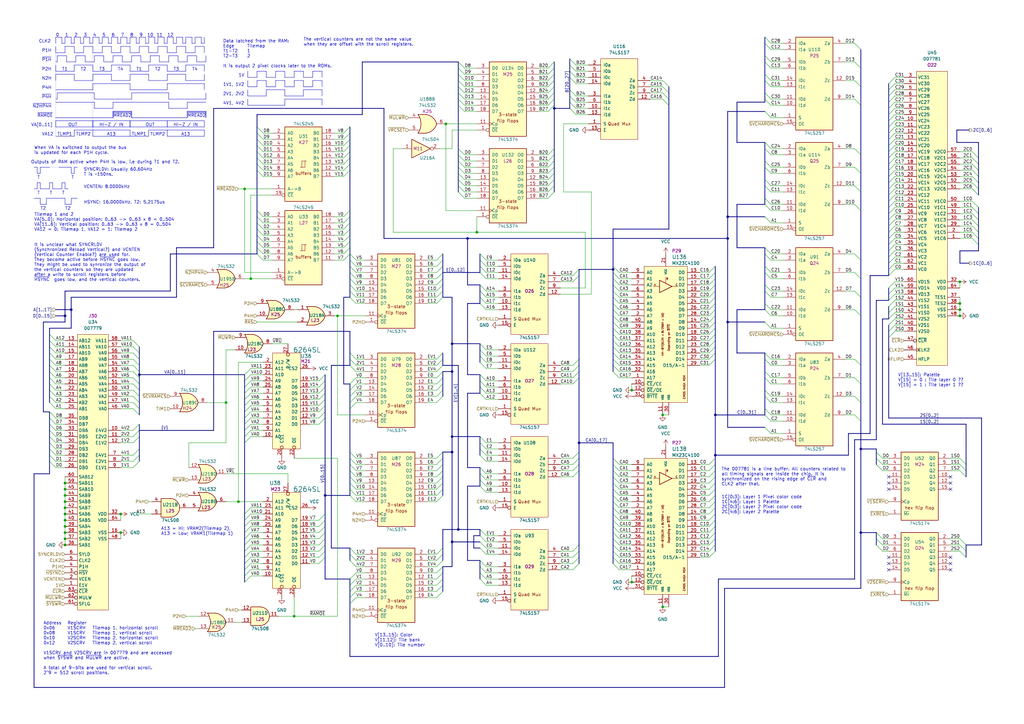
<source format=kicad_sch>
(kicad_sch (version 20230121) (generator eeschema)
  (paper "A3")
  (title_block (title "The Final Round") (date "2023-05-11") (company "Konami GX870") (comment 1 "Tile Layers"))
  (bus_alias "V" (members "1V1" "2V1" "4V1" "1V2" "2V2" "4V2"))
  (junction (at 271.78 248.92))
  (junction (at 26.67 210.82))
  (junction (at 97.79 205.74))
  (junction (at 251.46 110.49))
  (junction (at 353.06 218.44))
  (junction (at 298.45 88.9))
  (junction (at 120.65 252.73))
  (junction (at 26.67 129.54))
  (junction (at 298.45 132.08))
  (junction (at 138.43 129.54))
  (junction (at 26.67 208.28))
  (junction (at 293.37 170.18))
  (junction (at 227.33 44.45))
  (junction (at 259.08 238.76))
  (junction (at 49.53 218.44))
  (junction (at 133.35 203.2))
  (junction (at 26.67 203.2))
  (junction (at 185.42 152.4))
  (junction (at 57.15 153.67))
  (junction (at 26.67 218.44))
  (junction (at 182.88 50.8))
  (junction (at 393.7 115.57))
  (junction (at 237.49 181.61))
  (junction (at 187.96 217.17))
  (junction (at 92.71 165.1))
  (junction (at 353.06 184.15))
  (junction (at 259.08 160.02))
  (junction (at 195.58 95.25))
  (junction (at 29.21 127))
  (junction (at 271.78 170.18))
  (junction (at 298.45 97.79))
  (junction (at 26.67 198.12))
  (junction (at 393.7 129.54))
  (junction (at 26.67 215.9))
  (junction (at 185.42 222.25))
  (junction (at 26.67 205.74))
  (junction (at 26.67 220.98))
  (junction (at 293.37 186.69))
  (junction (at 185.42 185.42))
  (junction (at 102.87 114.3))
  (junction (at 393.7 124.46))
  (junction (at 49.53 210.82))
  (junction (at 185.42 179.07))
  (junction (at 26.67 213.36))
  (junction (at 26.67 200.66))
  (junction (at 100.33 77.47))
  (junction (at 393.7 127))
  (junction (at 185.42 140.97))
  (junction (at 191.77 97.79))
  (junction (at 26.67 223.52))
  (no_connect (at 389.89 231.14))
  (no_connect (at 389.89 233.68))
  (no_connect (at 389.89 228.6))
  (no_connect (at 389.89 200.66))
  (no_connect (at 389.89 198.12))
  (no_connect (at 389.89 195.58))
  (no_connect (at 364.49 195.58))
  (no_connect (at 364.49 198.12))
  (no_connect (at 364.49 200.66))
  (no_connect (at 364.49 228.6))
  (no_connect (at 364.49 231.14))
  (no_connect (at 364.49 233.68))
  (bus_entry (at 313.69 170.18) (size 2.54 2.54))
  (bus_entry (at 196.85 191.77) (size 2.54 2.54))
  (bus_entry (at 107.95 96.52) (size -2.54 -2.54))
  (bus_entry (at 364.49 97.79) (size 2.54 -2.54))
  (bus_entry (at 179.07 193.04) (size 2.54 -2.54))
  (bus_entry (at 234.95 149.86) (size 2.54 -2.54))
  (bus_entry (at 234.95 113.03) (size 2.54 -2.54))
  (bus_entry (at 234.95 115.57) (size 2.54 -2.54))
  (bus_entry (at 196.85 217.17) (size 2.54 2.54))
  (bus_entry (at 350.52 162.56) (size 2.54 2.54))
  (bus_entry (at 143.51 247.65) (size 2.54 -2.54))
  (bus_entry (at 196.85 237.49) (size 2.54 2.54))
  (bus_entry (at 364.49 133.35) (size 2.54 -2.54))
  (bus_entry (at 290.83 144.78) (size 2.54 -2.54))
  (bus_entry (at 364.49 120.65) (size 2.54 -2.54))
  (bus_entry (at 20.32 189.23) (size 2.54 2.54))
  (bus_entry (at 100.33 163.83) (size 2.54 -2.54))
  (bus_entry (at 313.69 111.76) (size 2.54 2.54))
  (bus_entry (at 233.68 44.45) (size 2.54 2.54))
  (bus_entry (at 143.51 104.14) (size -2.54 2.54))
  (bus_entry (at 290.83 203.2) (size 2.54 -2.54))
  (bus_entry (at 20.32 144.78) (size 2.54 2.54))
  (bus_entry (at 364.49 57.15) (size 2.54 -2.54))
  (bus_entry (at 143.51 57.15) (size -2.54 2.54))
  (bus_entry (at 271.78 33.02) (size 2.54 2.54))
  (bus_entry (at 196.85 229.87) (size 2.54 2.54))
  (bus_entry (at 107.95 69.85) (size -2.54 -2.54))
  (bus_entry (at 364.49 67.31) (size 2.54 -2.54))
  (bus_entry (at 313.69 147.32) (size 2.54 2.54))
  (bus_entry (at 179.07 149.86) (size 2.54 -2.54))
  (bus_entry (at 143.51 88.9) (size -2.54 2.54))
  (bus_entry (at 20.32 139.7) (size 2.54 2.54))
  (bus_entry (at 100.33 166.37) (size 2.54 -2.54))
  (bus_entry (at 196.85 224.79) (size 2.54 2.54))
  (bus_entry (at 224.79 45.72) (size 2.54 -2.54))
  (bus_entry (at 20.32 179.07) (size 2.54 2.54))
  (bus_entry (at 187.96 73.66) (size 2.54 2.54))
  (bus_entry (at 143.51 147.32) (size 2.54 2.54))
  (bus_entry (at 290.83 147.32) (size 2.54 -2.54))
  (bus_entry (at 179.07 232.41) (size 2.54 -2.54))
  (bus_entry (at 20.32 162.56) (size 2.54 2.54))
  (bus_entry (at 54.61 189.23) (size 2.54 -2.54))
  (bus_entry (at 187.96 68.58) (size 2.54 2.54))
  (bus_entry (at 20.32 184.15) (size 2.54 2.54))
  (bus_entry (at 179.07 187.96) (size 2.54 -2.54))
  (bus_entry (at 143.51 104.14) (size 2.54 2.54))
  (bus_entry (at 364.49 138.43) (size 2.54 -2.54))
  (bus_entry (at 143.51 99.06) (size -2.54 2.54))
  (bus_entry (at 54.61 179.07) (size 2.54 -2.54))
  (bus_entry (at 313.69 83.82) (size 2.54 2.54))
  (bus_entry (at 143.51 54.61) (size -2.54 2.54))
  (bus_entry (at 364.49 34.29) (size 2.54 -2.54))
  (bus_entry (at 100.33 153.67) (size 2.54 -2.54))
  (bus_entry (at 290.83 208.28) (size 2.54 -2.54))
  (bus_entry (at 187.96 33.02) (size 2.54 2.54))
  (bus_entry (at 179.07 147.32) (size 2.54 -2.54))
  (bus_entry (at 364.49 77.47) (size 2.54 -2.54))
  (bus_entry (at 143.51 237.49) (size 2.54 -2.54))
  (bus_entry (at 290.83 116.84) (size 2.54 -2.54))
  (bus_entry (at 179.07 242.57) (size 2.54 -2.54))
  (bus_entry (at 364.49 125.73) (size 2.54 -2.54))
  (bus_entry (at 143.51 193.04) (size 2.54 2.54))
  (bus_entry (at 54.61 142.24) (size 2.54 2.54))
  (bus_entry (at 290.83 226.06) (size 2.54 -2.54))
  (bus_entry (at 398.78 74.93) (size 2.54 2.54))
  (bus_entry (at 196.85 124.46) (size 2.54 2.54))
  (bus_entry (at 130.81 218.44) (size 2.54 -2.54))
  (bus_entry (at 290.83 205.74) (size 2.54 -2.54))
  (bus_entry (at 143.51 185.42) (size 2.54 2.54))
  (bus_entry (at 54.61 186.69) (size 2.54 -2.54))
  (bus_entry (at 107.95 64.77) (size -2.54 -2.54))
  (bus_entry (at 313.69 175.26) (size 2.54 2.54))
  (bus_entry (at 179.07 114.3) (size 2.54 -2.54))
  (bus_entry (at 350.52 60.96) (size 2.54 2.54))
  (bus_entry (at 350.52 147.32) (size 2.54 2.54))
  (bus_entry (at 196.85 179.07) (size 2.54 2.54))
  (bus_entry (at 313.69 60.96) (size 2.54 2.54))
  (bus_entry (at 290.83 149.86) (size 2.54 -2.54))
  (bus_entry (at 143.51 52.07) (size -2.54 2.54))
  (bus_entry (at 224.79 35.56) (size 2.54 -2.54))
  (bus_entry (at 54.61 162.56) (size 2.54 2.54))
  (bus_entry (at 234.95 228.6) (size 2.54 -2.54))
  (bus_entry (at 290.83 132.08) (size 2.54 -2.54))
  (bus_entry (at 179.07 160.02) (size 2.54 -2.54))
  (bus_entry (at 251.46 116.84) (size 2.54 2.54))
  (bus_entry (at 196.85 184.15) (size 2.54 2.54))
  (bus_entry (at 251.46 111.76) (size 2.54 2.54))
  (bus_entry (at 313.69 127) (size 2.54 2.54))
  (bus_entry (at 224.79 38.1) (size 2.54 -2.54))
  (bus_entry (at 234.95 157.48) (size 2.54 -2.54))
  (bus_entry (at 364.49 85.09) (size 2.54 -2.54))
  (bus_entry (at 290.83 220.98) (size 2.54 -2.54))
  (bus_entry (at 290.83 111.76) (size 2.54 -2.54))
  (bus_entry (at 313.69 88.9) (size 2.54 2.54))
  (bus_entry (at 100.33 236.22) (size 2.54 -2.54))
  (bus_entry (at 130.81 173.99) (size 2.54 -2.54))
  (bus_entry (at 233.68 36.83) (size 2.54 2.54))
  (bus_entry (at 364.49 90.17) (size 2.54 -2.54))
  (bus_entry (at 20.32 142.24) (size 2.54 2.54))
  (bus_entry (at 224.79 40.64) (size 2.54 -2.54))
  (bus_entry (at 196.85 148.59) (size 2.54 2.54))
  (bus_entry (at 233.68 26.67) (size 2.54 2.54))
  (bus_entry (at 130.81 156.21) (size 2.54 -2.54))
  (bus_entry (at 251.46 210.82) (size 2.54 2.54))
  (bus_entry (at 130.81 171.45) (size 2.54 -2.54))
  (bus_entry (at 196.85 156.21) (size 2.54 2.54))
  (bus_entry (at 313.69 144.78) (size 2.54 2.54))
  (bus_entry (at 20.32 152.4) (size 2.54 2.54))
  (bus_entry (at 107.95 93.98) (size -2.54 -2.54))
  (bus_entry (at 196.85 232.41) (size 2.54 2.54))
  (bus_entry (at 196.85 194.31) (size 2.54 2.54))
  (bus_entry (at 196.85 140.97) (size 2.54 2.54))
  (bus_entry (at 107.95 57.15) (size -2.54 -2.54))
  (bus_entry (at 234.95 226.06) (size 2.54 -2.54))
  (bus_entry (at 143.51 224.79) (size 2.54 2.54))
  (bus_entry (at 313.69 119.38) (size 2.54 2.54))
  (bus_entry (at 224.79 68.58) (size 2.54 -2.54))
  (bus_entry (at 224.79 78.74) (size 2.54 -2.54))
  (bus_entry (at 143.51 62.23) (size -2.54 2.54))
  (bus_entry (at 54.61 191.77) (size 2.54 -2.54))
  (bus_entry (at 364.49 52.07) (size 2.54 -2.54))
  (bus_entry (at 179.07 234.95) (size 2.54 -2.54))
  (bus_entry (at 187.96 30.48) (size 2.54 2.54))
  (bus_entry (at 196.85 199.39) (size 2.54 2.54))
  (bus_entry (at 20.32 149.86) (size 2.54 2.54))
  (bus_entry (at 364.49 95.25) (size 2.54 -2.54))
  (bus_entry (at 143.51 190.5) (size 2.54 2.54))
  (bus_entry (at 251.46 218.44) (size 2.54 2.54))
  (bus_entry (at 251.46 124.46) (size 2.54 2.54))
  (bus_entry (at 179.07 165.1) (size 2.54 -2.54))
  (bus_entry (at 100.33 233.68) (size 2.54 -2.54))
  (bus_entry (at 143.51 245.11) (size 2.54 -2.54))
  (bus_entry (at 364.49 39.37) (size 2.54 -2.54))
  (bus_entry (at 107.95 99.06) (size -2.54 -2.54))
  (bus_entry (at 179.07 124.46) (size 2.54 -2.54))
  (bus_entry (at 290.83 215.9) (size 2.54 -2.54))
  (bus_entry (at 143.51 114.3) (size 2.54 2.54))
  (bus_entry (at 364.49 92.71) (size 2.54 -2.54))
  (bus_entry (at 130.81 220.98) (size 2.54 -2.54))
  (bus_entry (at 350.52 111.76) (size 2.54 2.54))
  (bus_entry (at 100.33 156.21) (size 2.54 -2.54))
  (bus_entry (at 251.46 231.14) (size 2.54 2.54))
  (bus_entry (at 271.78 38.1) (size 2.54 2.54))
  (bus_entry (at 398.78 92.71) (size 2.54 2.54))
  (bus_entry (at 179.07 116.84) (size 2.54 -2.54))
  (bus_entry (at 224.79 43.18) (size 2.54 -2.54))
  (bus_entry (at 290.83 223.52) (size 2.54 -2.54))
  (bus_entry (at 179.07 245.11) (size 2.54 -2.54))
  (bus_entry (at 290.83 137.16) (size 2.54 -2.54))
  (bus_entry (at 290.83 213.36) (size 2.54 -2.54))
  (bus_entry (at 179.07 106.68) (size 2.54 -2.54))
  (bus_entry (at 350.52 104.14) (size 2.54 2.54))
  (bus_entry (at 143.51 157.48) (size 2.54 -2.54))
  (bus_entry (at 143.51 229.87) (size 2.54 2.54))
  (bus_entry (at 313.69 76.2) (size 2.54 2.54))
  (bus_entry (at 179.07 190.5) (size 2.54 -2.54))
  (bus_entry (at 398.78 72.39) (size 2.54 2.54))
  (bus_entry (at 364.49 135.89) (size 2.54 -2.54))
  (bus_entry (at 251.46 137.16) (size 2.54 2.54))
  (bus_entry (at 54.61 152.4) (size 2.54 2.54))
  (bus_entry (at 251.46 129.54) (size 2.54 2.54))
  (bus_entry (at 143.51 187.96) (size 2.54 2.54))
  (bus_entry (at 130.81 231.14) (size 2.54 -2.54))
  (bus_entry (at 196.85 143.51) (size 2.54 2.54))
  (bus_entry (at 251.46 203.2) (size 2.54 2.54))
  (bus_entry (at 179.07 203.2) (size 2.54 -2.54))
  (bus_entry (at 143.51 121.92) (size 2.54 2.54))
  (bus_entry (at 364.49 54.61) (size 2.54 -2.54))
  (bus_entry (at 313.69 73.66) (size 2.54 2.54))
  (bus_entry (at 350.52 170.18) (size 2.54 2.54))
  (bus_entry (at 398.78 90.17) (size 2.54 2.54))
  (bus_entry (at 290.83 134.62) (size 2.54 -2.54))
  (bus_entry (at 364.49 128.27) (size 2.54 -2.54))
  (bus_entry (at 187.96 76.2) (size 2.54 2.54))
  (bus_entry (at 350.52 154.94) (size 2.54 2.54))
  (bus_entry (at 364.49 49.53) (size 2.54 -2.54))
  (bus_entry (at 251.46 152.4) (size 2.54 2.54))
  (bus_entry (at 398.78 62.23) (size 2.54 2.54))
  (bus_entry (at 130.81 226.06) (size 2.54 -2.54))
  (bus_entry (at 187.96 60.96) (size 2.54 2.54))
  (bus_entry (at 364.49 41.91) (size 2.54 -2.54))
  (bus_entry (at 100.33 231.14) (size 2.54 -2.54))
  (bus_entry (at 224.79 27.94) (size 2.54 -2.54))
  (bus_entry (at 364.49 100.33) (size 2.54 -2.54))
  (bus_entry (at 143.51 227.33) (size 2.54 2.54))
  (bus_entry (at 143.51 91.44) (size -2.54 2.54))
  (bus_entry (at 364.49 44.45) (size 2.54 -2.54))
  (bus_entry (at 143.51 101.6) (size -2.54 2.54))
  (bus_entry (at 187.96 63.5) (size 2.54 2.54))
  (bus_entry (at 54.61 144.78) (size 2.54 2.54))
  (bus_entry (at 107.95 104.14) (size -2.54 -2.54))
  (bus_entry (at 350.52 119.38) (size 2.54 2.54))
  (bus_entry (at 364.49 64.77) (size 2.54 -2.54))
  (bus_entry (at 251.46 119.38) (size 2.54 2.54))
  (bus_entry (at 196.85 219.71) (size 2.54 2.54))
  (bus_entry (at 364.49 107.95) (size 2.54 -2.54))
  (bus_entry (at 187.96 66.04) (size 2.54 2.54))
  (bus_entry (at 313.69 152.4) (size 2.54 2.54))
  (bus_entry (at 364.49 82.55) (size 2.54 -2.54))
  (bus_entry (at 290.83 190.5) (size 2.54 -2.54))
  (bus_entry (at 251.46 127) (size 2.54 2.54))
  (bus_entry (at 143.51 109.22) (size 2.54 2.54))
  (bus_entry (at 130.81 166.37) (size 2.54 -2.54))
  (bus_entry (at 313.69 66.04) (size 2.54 2.54))
  (bus_entry (at 143.51 165.1) (size 2.54 -2.54))
  (bus_entry (at 224.79 30.48) (size 2.54 -2.54))
  (bus_entry (at 100.33 179.07) (size 2.54 -2.54))
  (bus_entry (at 398.78 64.77) (size 2.54 2.54))
  (bus_entry (at 364.49 80.01) (size 2.54 -2.54))
  (bus_entry (at 290.83 114.3) (size 2.54 -2.54))
  (bus_entry (at 179.07 237.49) (size 2.54 -2.54))
  (bus_entry (at 179.07 195.58) (size 2.54 -2.54))
  (bus_entry (at 364.49 69.85) (size 2.54 -2.54))
  (bus_entry (at 20.32 147.32) (size 2.54 2.54))
  (bus_entry (at 20.32 173.99) (size 2.54 2.54))
  (bus_entry (at 54.61 157.48) (size 2.54 2.54))
  (bus_entry (at 196.85 234.95) (size 2.54 2.54))
  (bus_entry (at 143.51 203.2) (size 2.54 2.54))
  (bus_entry (at 100.33 223.52) (size 2.54 -2.54))
  (bus_entry (at 54.61 176.53) (size 2.54 -2.54))
  (bus_entry (at 179.07 198.12) (size 2.54 -2.54))
  (bus_entry (at 143.51 111.76) (size 2.54 2.54))
  (bus_entry (at 233.68 41.91) (size 2.54 2.54))
  (bus_entry (at 350.52 17.78) (size 2.54 2.54))
  (bus_entry (at 350.52 25.4) (size 2.54 2.54))
  (bus_entry (at 350.52 33.02) (size 2.54 2.54))
  (bus_entry (at 350.52 40.64) (size 2.54 2.54))
  (bus_entry (at 251.46 132.08) (size 2.54 2.54))
  (bus_entry (at 251.46 134.62) (size 2.54 2.54))
  (bus_entry (at 143.51 67.31) (size -2.54 2.54))
  (bus_entry (at 107.95 62.23) (size -2.54 -2.54))
  (bus_entry (at 107.95 101.6) (size -2.54 -2.54))
  (bus_entry (at 100.33 228.6) (size 2.54 -2.54))
  (bus_entry (at 143.51 106.68) (size 2.54 2.54))
  (bus_entry (at 251.46 147.32) (size 2.54 2.54))
  (bus_entry (at 290.83 142.24) (size 2.54 -2.54))
  (bus_entry (at 179.07 162.56) (size 2.54 -2.54))
  (bus_entry (at 20.32 168.91) (size 2.54 2.54))
  (bus_entry (at 313.69 167.64) (size 2.54 2.54))
  (bus_entry (at 143.51 200.66) (size 2.54 2.54))
  (bus_entry (at 233.68 24.13) (size 2.54 2.54))
  (bus_entry (at 290.83 124.46) (size 2.54 -2.54))
  (bus_entry (at 143.51 240.03) (size 2.54 -2.54))
  (bus_entry (at 364.49 59.69) (size 2.54 -2.54))
  (bus_entry (at 107.95 59.69) (size -2.54 -2.54))
  (bus_entry (at 179.07 205.74) (size 2.54 -2.54))
  (bus_entry (at 143.51 69.85) (size -2.54 2.54))
  (bus_entry (at 107.95 106.68) (size -2.54 -2.54))
  (bus_entry (at 196.85 153.67) (size 2.54 2.54))
  (bus_entry (at 196.85 106.68) (size 2.54 2.54))
  (bus_entry (at 130.81 223.52) (size 2.54 -2.54))
  (bus_entry (at 143.51 119.38) (size 2.54 2.54))
  (bus_entry (at 364.49 102.87) (size 2.54 -2.54))
  (bus_entry (at 224.79 73.66) (size 2.54 -2.54))
  (bus_entry (at 179.07 109.22) (size 2.54 -2.54))
  (bus_entry (at 179.07 227.33) (size 2.54 -2.54))
  (bus_entry (at 234.95 187.96) (size 2.54 -2.54))
  (bus_entry (at 364.49 46.99) (size 2.54 -2.54))
  (bus_entry (at 143.51 198.12) (size 2.54 2.54))
  (bus_entry (at 364.49 87.63) (size 2.54 -2.54))
  (bus_entry (at 100.33 218.44) (size 2.54 -2.54))
  (bus_entry (at 100.33 171.45) (size 2.54 -2.54))
  (bus_entry (at 251.46 208.28) (size 2.54 2.54))
  (bus_entry (at 196.85 158.75) (size 2.54 2.54))
  (bus_entry (at 196.85 109.22) (size 2.54 2.54))
  (bus_entry (at 313.69 104.14) (size 2.54 2.54))
  (bus_entry (at 187.96 43.18) (size 2.54 2.54))
  (bus_entry (at 234.95 190.5) (size 2.54 -2.54))
  (bus_entry (at 233.68 31.75) (size 2.54 2.54))
  (bus_entry (at 233.68 29.21) (size 2.54 2.54))
  (bus_entry (at 196.85 116.84) (size 2.54 2.54))
  (bus_entry (at 234.95 231.14) (size 2.54 -2.54))
  (bus_entry (at 20.32 165.1) (size 2.54 2.54))
  (bus_entry (at 313.69 160.02) (size 2.54 2.54))
  (bus_entry (at 179.07 154.94) (size 2.54 -2.54))
  (bus_entry (at 313.69 101.6) (size 2.54 2.54))
  (bus_entry (at 251.46 195.58) (size 2.54 2.54))
  (bus_entry (at 143.51 86.36) (size -2.54 2.54))
  (bus_entry (at 313.69 109.22) (size 2.54 2.54))
  (bus_entry (at 143.51 93.98) (size -2.54 2.54))
  (bus_entry (at 271.78 40.64) (size 2.54 2.54))
  (bus_entry (at 224.79 81.28) (size 2.54 -2.54))
  (bus_entry (at 54.61 167.64) (size 2.54 2.54))
  (bus_entry (at 398.78 85.09) (size 2.54 2.54))
  (bus_entry (at 251.46 226.06) (size 2.54 2.54))
  (bus_entry (at 224.79 33.02) (size 2.54 -2.54))
  (bus_entry (at 234.95 193.04) (size 2.54 -2.54))
  (bus_entry (at 313.69 15.24) (size 2.54 2.54))
  (bus_entry (at 313.69 17.78) (size 2.54 2.54))
  (bus_entry (at 313.69 22.86) (size 2.54 2.54))
  (bus_entry (at 313.69 25.4) (size 2.54 2.54))
  (bus_entry (at 313.69 33.02) (size 2.54 2.54))
  (bus_entry (at 313.69 30.48) (size 2.54 2.54))
  (bus_entry (at 313.69 45.72) (size 2.54 2.54))
  (bus_entry (at 313.69 38.1) (size 2.54 2.54))
  (bus_entry (at 313.69 40.64) (size 2.54 2.54))
  (bus_entry (at 251.46 190.5) (size 2.54 2.54))
  (bus_entry (at 313.69 154.94) (size 2.54 2.54))
  (bus_entry (at 143.51 144.78) (size 2.54 2.54))
  (bus_entry (at 100.33 210.82) (size 2.54 -2.54))
  (bus_entry (at 196.85 121.92) (size 2.54 2.54))
  (bus_entry (at 143.51 116.84) (size 2.54 2.54))
  (bus_entry (at 313.69 58.42) (size 2.54 2.54))
  (bus_entry (at 54.61 160.02) (size 2.54 2.54))
  (bus_entry (at 20.32 154.94) (size 2.54 2.54))
  (bus_entry (at 290.83 198.12) (size 2.54 -2.54))
  (bus_entry (at 398.78 69.85) (size 2.54 2.54))
  (bus_entry (at 20.32 176.53) (size 2.54 2.54))
  (bus_entry (at 143.51 195.58) (size 2.54 2.54))
  (bus_entry (at 251.46 139.7) (size 2.54 2.54))
  (bus_entry (at 100.33 213.36) (size 2.54 -2.54))
  (bus_entry (at 313.69 132.08) (size 2.54 2.54))
  (bus_entry (at 251.46 142.24) (size 2.54 2.54))
  (bus_entry (at 251.46 205.74) (size 2.54 2.54))
  (bus_entry (at 54.61 147.32) (size 2.54 2.54))
  (bus_entry (at 364.49 105.41) (size 2.54 -2.54))
  (bus_entry (at 143.51 242.57) (size 2.54 -2.54))
  (bus_entry (at 359.41 185.42) (size 2.54 2.54))
  (bus_entry (at 359.41 187.96) (size 2.54 2.54))
  (bus_entry (at 359.41 190.5) (size 2.54 2.54))
  (bus_entry (at 359.41 220.98) (size 2.54 2.54))
  (bus_entry (at 359.41 218.44) (size 2.54 2.54))
  (bus_entry (at 359.41 223.52) (size 2.54 2.54))
  (bus_entry (at 364.49 62.23) (size 2.54 -2.54))
  (bus_entry (at 290.83 127) (size 2.54 -2.54))
  (bus_entry (at 100.33 176.53) (size 2.54 -2.54))
  (bus_entry (at 234.95 233.68) (size 2.54 -2.54))
  (bus_entry (at 364.49 123.19) (size 2.54 -2.54))
  (bus_entry (at 100.33 181.61) (size 2.54 -2.54))
  (bus_entry (at 350.52 68.58) (size 2.54 2.54))
  (bus_entry (at 20.32 157.48) (size 2.54 2.54))
  (bus_entry (at 130.81 168.91) (size 2.54 -2.54))
  (bus_entry (at 130.81 161.29) (size 2.54 -2.54))
  (bus_entry (at 179.07 240.03) (size 2.54 -2.54))
  (bus_entry (at 130.81 163.83) (size 2.54 -2.54))
  (bus_entry (at 196.85 222.25) (size 2.54 2.54))
  (bus_entry (at 251.46 200.66) (size 2.54 2.54))
  (bus_entry (at 364.49 118.11) (size 2.54 -2.54))
  (bus_entry (at 251.46 187.96) (size 2.54 2.54))
  (bus_entry (at 290.83 200.66) (size 2.54 -2.54))
  (bus_entry (at 224.79 63.5) (size 2.54 -2.54))
  (bus_entry (at 251.46 223.52) (size 2.54 2.54))
  (bus_entry (at 187.96 35.56) (size 2.54 2.54))
  (bus_entry (at 179.07 121.92) (size 2.54 -2.54))
  (bus_entry (at 54.61 139.7) (size 2.54 2.54))
  (bus_entry (at 187.96 78.74) (size 2.54 2.54))
  (bus_entry (at 100.33 173.99) (size 2.54 -2.54))
  (bus_entry (at 187.96 40.64) (size 2.54 2.54))
  (bus_entry (at 350.52 127) (size 2.54 2.54))
  (bus_entry (at 290.83 129.54) (size 2.54 -2.54))
  (bus_entry (at 290.83 193.04) (size 2.54 -2.54))
  (bus_entry (at 364.49 72.39) (size 2.54 -2.54))
  (bus_entry (at 398.78 97.79) (size 2.54 2.54))
  (bus_entry (at 179.07 111.76) (size 2.54 -2.54))
  (bus_entry (at 179.07 229.87) (size 2.54 -2.54))
  (bus_entry (at 398.78 77.47) (size 2.54 2.54))
  (bus_entry (at 251.46 114.3) (size 2.54 2.54))
  (bus_entry (at 143.51 160.02) (size 2.54 -2.54))
  (bus_entry (at 313.69 68.58) (size 2.54 2.54))
  (bus_entry (at 290.83 119.38) (size 2.54 -2.54))
  (bus_entry (at 20.32 171.45) (size 2.54 2.54))
  (bus_entry (at 130.81 213.36) (size 2.54 -2.54))
  (bus_entry (at 100.33 238.76) (size 2.54 -2.54))
  (bus_entry (at 179.07 119.38) (size 2.54 -2.54))
  (bus_entry (at 271.78 35.56) (size 2.54 2.54))
  (bus_entry (at 251.46 144.78) (size 2.54 2.54))
  (bus_entry (at 251.46 121.92) (size 2.54 2.54))
  (bus_entry (at 313.69 81.28) (size 2.54 2.54))
  (bus_entry (at 234.95 152.4) (size 2.54 -2.54))
  (bus_entry (at 290.83 210.82) (size 2.54 -2.54))
  (bus_entry (at 143.51 149.86) (size 2.54 2.54))
  (bus_entry (at 187.96 27.94) (size 2.54 2.54))
  (bus_entry (at 20.32 186.69) (size 2.54 2.54))
  (bus_entry (at 187.96 25.4) (size 2.54 2.54))
  (bus_entry (at 398.78 87.63) (size 2.54 2.54))
  (bus_entry (at 187.96 38.1) (size 2.54 2.54))
  (bus_entry (at 107.95 67.31) (size -2.54 -2.54))
  (bus_entry (at 100.33 215.9) (size 2.54 -2.54))
  (bus_entry (at 313.69 116.84) (size 2.54 2.54))
  (bus_entry (at 350.52 83.82) (size 2.54 2.54))
  (bus_entry (at 290.83 195.58) (size 2.54 -2.54))
  (bus_entry (at 350.52 76.2) (size 2.54 2.54))
  (bus_entry (at 179.07 152.4) (size 2.54 -2.54))
  (bus_entry (at 224.79 66.04) (size 2.54 -2.54))
  (bus_entry (at 398.78 82.55) (size 2.54 2.54))
  (bus_entry (at 364.49 113.03) (size 2.54 -2.54))
  (bus_entry (at 196.85 146.05) (size 2.54 2.54))
  (bus_entry (at 251.46 228.6) (size 2.54 2.54))
  (bus_entry (at 196.85 119.38) (size 2.54 2.54))
  (bus_entry (at 100.33 168.91) (size 2.54 -2.54))
  (bus_entry (at 251.46 215.9) (size 2.54 2.54))
  (bus_entry (at 196.85 161.29) (size 2.54 2.54))
  (bus_entry (at 130.81 228.6) (size 2.54 -2.54))
  (bus_entry (at 130.81 215.9) (size 2.54 -2.54))
  (bus_entry (at 313.69 124.46) (size 2.54 2.54))
  (bus_entry (at 251.46 149.86) (size 2.54 2.54))
  (bus_entry (at 196.85 196.85) (size 2.54 2.54))
  (bus_entry (at 290.83 218.44) (size 2.54 -2.54))
  (bus_entry (at 364.49 130.81) (size 2.54 -2.54))
  (bus_entry (at 54.61 154.94) (size 2.54 2.54))
  (bus_entry (at 54.61 181.61) (size 2.54 -2.54))
  (bus_entry (at 20.32 160.02) (size 2.54 2.54))
  (bus_entry (at 100.33 226.06) (size 2.54 -2.54))
  (bus_entry (at 313.69 162.56) (size 2.54 2.54))
  (bus_entry (at 196.85 104.14) (size 2.54 2.54))
  (bus_entry (at 290.83 139.7) (size 2.54 -2.54))
  (bus_entry (at 196.85 181.61) (size 2.54 2.54))
  (bus_entry (at 54.61 165.1) (size 2.54 2.54))
  (bus_entry (at 398.78 95.25) (size 2.54 2.54))
  (bus_entry (at 107.95 91.44) (size -2.54 -2.54))
  (bus_entry (at 143.51 162.56) (size 2.54 -2.54))
  (bus_entry (at 251.46 198.12) (size 2.54 2.54))
  (bus_entry (at 143.51 64.77) (size -2.54 2.54))
  (bus_entry (at 179.07 200.66) (size 2.54 -2.54))
  (bus_entry (at 234.95 195.58) (size 2.54 -2.54))
  (bus_entry (at 143.51 96.52) (size -2.54 2.54))
  (bus_entry (at 20.32 181.61) (size 2.54 2.54))
  (bus_entry (at 107.95 54.61) (size -2.54 -2.54))
  (bus_entry (at 251.46 220.98) (size 2.54 2.54))
  (bus_entry (at 54.61 149.86) (size 2.54 2.54))
  (bus_entry (at 233.68 39.37) (size 2.54 2.54))
  (bus_entry (at 398.78 67.31) (size 2.54 2.54))
  (bus_entry (at 100.33 220.98) (size 2.54 -2.54))
  (bus_entry (at 224.79 71.12) (size 2.54 -2.54))
  (bus_entry (at 251.46 109.22) (size 2.54 2.54))
  (bus_entry (at 143.51 59.69) (size -2.54 2.54))
  (bus_entry (at 234.95 154.94) (size 2.54 -2.54))
  (bus_entry (at 107.95 88.9) (size -2.54 -2.54))
  (bus_entry (at 196.85 186.69) (size 2.54 2.54))
  (bus_entry (at 364.49 110.49) (size 2.54 -2.54))
  (bus_entry (at 364.49 36.83) (size 2.54 -2.54))
  (bus_entry (at 393.7 190.5) (size 2.54 2.54))
  (bus_entry (at 393.7 193.04) (size 2.54 2.54))
  (bus_entry (at 393.7 187.96) (size 2.54 2.54))
  (bus_entry (at 393.7 226.06) (size 2.54 2.54))
  (bus_entry (at 393.7 223.52) (size 2.54 2.54))
  (bus_entry (at 393.7 220.98) (size 2.54 2.54))
  (bus_entry (at 100.33 158.75) (size 2.54 -2.54))
  (bus_entry (at 251.46 193.04) (size 2.54 2.54))
  (bus_entry (at 251.46 213.36) (size 2.54 2.54))
  (bus_entry (at 290.83 228.6) (size 2.54 -2.54))
  (bus_entry (at 100.33 161.29) (size 2.54 -2.54))
  (bus_entry (at 143.51 167.64) (size 2.54 -2.54))
  (bus_entry (at 107.95 72.39) (size -2.54 -2.54))
  (bus_entry (at 20.32 137.16) (size 2.54 2.54))
  (bus_entry (at 130.81 158.75) (size 2.54 -2.54))
  (bus_entry (at 187.96 71.12) (size 2.54 2.54))
  (bus_entry (at 196.85 111.76) (size 2.54 2.54))
  (bus_entry (at 290.83 121.92) (size 2.54 -2.54))
  (bus_entry (at 364.49 74.93) (size 2.54 -2.54))
  (bus_entry (at 179.07 157.48) (size 2.54 -2.54))
  (bus_entry (at 224.79 76.2) (size 2.54 -2.54))
  (wire (pts (xy 127 220.98) (xy 130.81 220.98)))
  (bus (pts (xy 294.64 269.24) (xy 143.51 269.24)))
  (bus (pts (xy 364.49 82.55) (xy 364.49 85.09)))
  (bus (pts (xy 313.69 73.66) (xy 313.69 76.2)))
  (polyline (pts (xy 84.455 45.72) (xy 84.455 48.26)) (stroke (width 0) (type solid)))
  (bus (pts (xy 133.35 163.83) (xy 133.35 166.37)))
  (bus (pts (xy 181.61 147.32) (xy 181.61 149.86)))
  (wire (pts (xy 229.87 187.96) (xy 234.95 187.96)))
  (wire (pts (xy 393.7 85.09) (xy 398.78 85.09)))
  (polyline (pts (xy 45.72 33.02) (xy 53.34 33.02)) (stroke (width 0) (type solid)))
  (bus (pts (xy 251.46 203.2) (xy 251.46 200.66)))
  (bus (pts (xy 237.49 110.49) (xy 237.49 113.03)))
  (polyline (pts (xy 38.1 30.48) (xy 45.72 30.48)) (stroke (width 0) (type solid)))
  (polyline (pts (xy 120.65 29.21) (xy 124.46 29.21)) (stroke (width 0) (type solid)))
  (bus (pts (xy 20.32 147.32) (xy 20.32 149.86)))
  (polyline (pts (xy 113.03 35.56) (xy 113.03 33.02)) (stroke (width 0) (type solid)))
  (bus (pts (xy 143.51 229.87) (xy 143.51 227.33)))
  (wire (pts (xy 175.26 162.56) (xy 179.07 162.56)))
  (bus (pts (xy 364.49 41.91) (xy 364.49 44.45)))
  (bus (pts (xy 353.06 121.92) (xy 353.06 129.54)))
  (bus (pts (xy 196.85 109.22) (xy 196.85 111.76)))
  (wire (pts (xy 316.23 172.72) (xy 321.31 172.72)))
  (bus (pts (xy 274.32 43.18) (xy 274.32 93.98)))
  (bus (pts (xy 20.32 139.7) (xy 20.32 142.24)))
  (wire (pts (xy 190.5 40.64) (xy 195.58 40.64)))
  (wire (pts (xy 146.05 245.11) (xy 149.86 245.11)))
  (bus (pts (xy 233.68 36.83) (xy 233.68 39.37)))
  (bus (pts (xy 105.41 69.85) (xy 105.41 86.36)))
  (bus (pts (xy 143.51 52.07) (xy 143.51 54.61)))
  (bus (pts (xy 69.85 104.14) (xy 105.41 104.14)))
  (wire (pts (xy 316.23 147.32) (xy 321.31 147.32)))
  (wire (pts (xy 220.98 40.64) (xy 224.79 40.64)))
  (wire (pts (xy 146.05 195.58) (xy 149.86 195.58)))
  (wire (pts (xy 367.03 39.37) (xy 370.84 39.37)))
  (bus (pts (xy 87.63 135.89) (xy 143.51 135.89)))
  (bus (pts (xy 196.85 219.71) (xy 196.85 217.17)))
  (bus (pts (xy 251.46 208.28) (xy 251.46 205.74)))
  (bus (pts (xy 401.32 64.77) (xy 401.32 58.42)))
  (wire (pts (xy 266.7 33.02) (xy 271.78 33.02)))
  (wire (pts (xy 316.23 71.12) (xy 321.31 71.12)))
  (wire (pts (xy 271.78 248.92) (xy 274.32 248.92)))
  (bus (pts (xy 298.45 88.9) (xy 298.45 45.72)))
  (wire (pts (xy 92.71 194.31) (xy 118.11 194.31)))
  (wire (pts (xy 175.26 203.2) (xy 179.07 203.2)))
  (wire (pts (xy 287.02 139.7) (xy 290.83 139.7)))
  (bus (pts (xy 359.41 220.98) (xy 359.41 223.52)))
  (bus (pts (xy 313.69 38.1) (xy 313.69 40.64)))
  (polyline (pts (xy 38.1 17.78) (xy 38.1 15.24)) (stroke (width 0) (type solid)))
  (bus (pts (xy 143.51 86.36) (xy 143.51 88.9)))
  (polyline (pts (xy 116.84 43.18) (xy 116.84 40.64)) (stroke (width 0) (type solid)))
  (bus (pts (xy 100.33 168.91) (xy 100.33 171.45)))
  (polyline (pts (xy 22.86 21.59) (xy 26.67 21.59)) (stroke (width 0) (type solid)))
  (bus (pts (xy 143.51 62.23) (xy 143.51 64.77)))
  (bus (pts (xy 181.61 104.14) (xy 181.61 106.68)))
  (polyline (pts (xy 45.72 17.78) (xy 45.72 15.24)) (stroke (width 0) (type solid)))
  (bus (pts (xy 353.06 149.86) (xy 353.06 157.48)))
  (bus (pts (xy 187.96 43.18) (xy 187.96 40.64)))
  (bus (pts (xy 227.33 73.66) (xy 227.33 76.2)))
  (bus (pts (xy 353.06 241.3) (xy 297.18 241.3)))
  (wire (pts (xy 316.23 129.54) (xy 321.31 129.54)))
  (polyline (pts (xy 61.595 22.86) (xy 65.405 22.86)) (stroke (width 0) (type solid)))
  (polyline (pts (xy 53.34 30.48) (xy 53.34 33.02)) (stroke (width 0) (type solid)))
  (bus (pts (xy 364.49 69.85) (xy 364.49 72.39)))
  (polyline (pts (xy 41.91 17.78) (xy 41.91 15.24)) (stroke (width 0) (type solid)))
  (bus (pts (xy 353.06 165.1) (xy 353.06 172.72)))
  (wire (pts (xy 346.71 68.58) (xy 350.52 68.58)))
  (polyline (pts (xy 16.51 81.28) (xy 16.51 83.82)) (stroke (width 0) (type solid)))
  (wire (pts (xy 316.23 27.94) (xy 321.31 27.94)))
  (wire (pts (xy 146.05 106.68) (xy 149.86 106.68)))
  (bus (pts (xy 293.37 139.7) (xy 293.37 142.24)))
  (bus (pts (xy 17.78 132.08) (xy 17.78 168.91)))
  (wire (pts (xy 287.02 200.66) (xy 290.83 200.66)))
  (bus (pts (xy 401.32 64.77) (xy 401.32 67.31)))
  (polyline (pts (xy 53.34 36.83) (xy 53.34 34.29)) (stroke (width 0) (type solid)))
  (polyline (pts (xy 38.1 15.24) (xy 40.64 15.24)) (stroke (width 0) (type solid)))
  (wire (pts (xy 76.2 252.73) (xy 81.28 252.73)))
  (wire (pts (xy 175.26 229.87) (xy 179.07 229.87)))
  (wire (pts (xy 140.97 106.68) (xy 137.16 106.68)))
  (bus (pts (xy 364.49 105.41) (xy 364.49 107.95)))
  (wire (pts (xy 97.79 77.47) (xy 100.33 77.47)))
  (polyline (pts (xy 27.305 22.86) (xy 27.305 25.4)) (stroke (width 0) (type solid)))
  (polyline (pts (xy 71.12 17.78) (xy 71.12 15.24)) (stroke (width 0) (type solid)))
  (wire (pts (xy 22.86 176.53) (xy 26.67 176.53)))
  (bus (pts (xy 20.32 142.24) (xy 20.32 144.78)))
  (wire (pts (xy 127 218.44) (xy 130.81 218.44)))
  (bus (pts (xy 302.26 144.78) (xy 313.69 144.78)))
  (wire (pts (xy 175.26 160.02) (xy 179.07 160.02)))
  (polyline (pts (xy 53.975 45.72) (xy 53.975 48.26)) (stroke (width 0) (type solid)))
  (wire (pts (xy 316.23 121.92) (xy 321.31 121.92)))
  (bus (pts (xy 361.95 130.81) (xy 364.49 130.81)))
  (wire (pts (xy 229.87 233.68) (xy 234.95 233.68)))
  (polyline (pts (xy 83.82 30.48) (xy 83.82 33.02)) (stroke (width 0) (type solid)))
  (polyline (pts (xy 59.69 17.78) (xy 60.96 17.78)) (stroke (width 0) (type solid)))
  (wire (pts (xy 175.26 121.92) (xy 179.07 121.92)))
  (polyline (pts (xy 29.21 71.12) (xy 30.48 71.12)) (stroke (width 0) (type solid)))
  (wire (pts (xy 199.39 219.71) (xy 204.47 219.71)))
  (bus (pts (xy 313.69 144.78) (xy 313.69 147.32)))
  (wire (pts (xy 146.05 205.74) (xy 149.86 205.74)))
  (wire (pts (xy 140.97 96.52) (xy 137.16 96.52)))
  (bus (pts (xy 251.46 223.52) (xy 251.46 220.98)))
  (wire (pts (xy 175.26 242.57) (xy 179.07 242.57)))
  (bus (pts (xy 293.37 218.44) (xy 293.37 220.98)))
  (polyline (pts (xy 30.48 69.85) (xy 30.48 68.58)) (stroke (width 0) (type solid)))
  (polyline (pts (xy 60.96 30.48) (xy 60.96 33.02)) (stroke (width 0) (type solid)))
  (polyline (pts (xy 53.34 29.21) (xy 53.34 26.67)) (stroke (width 0) (type solid)))
  (polyline (pts (xy 29.21 68.58) (xy 29.21 71.12)) (stroke (width 0) (type solid)))
  (wire (pts (xy 175.26 149.86) (xy 179.07 149.86)))
  (polyline (pts (xy 53.975 22.86) (xy 53.975 25.4)) (stroke (width 0) (type solid)))
  (bus (pts (xy 359.41 187.96) (xy 359.41 190.5)))
  (wire (pts (xy 316.23 33.02) (xy 321.31 33.02)))
  (bus (pts (xy 181.61 193.04) (xy 181.61 195.58)))
  (polyline (pts (xy 53.34 55.88) (xy 53.34 53.34)) (stroke (width 0) (type solid)))
  (bus (pts (xy 187.96 35.56) (xy 187.96 33.02)))
  (bus (pts (xy 227.33 44.45) (xy 233.68 44.45)))
  (wire (pts (xy 190.5 81.28) (xy 195.58 81.28)))
  (wire (pts (xy 254 228.6) (xy 259.08 228.6)))
  (bus (pts (xy 353.06 71.12) (xy 353.06 78.74)))
  (wire (pts (xy 266.7 35.56) (xy 271.78 35.56)))
  (bus (pts (xy 57.15 153.67) (xy 57.15 154.94)))
  (bus (pts (xy 72.39 121.92) (xy 72.39 101.6)))
  (wire (pts (xy 102.87 163.83) (xy 107.95 163.83)))
  (polyline (pts (xy 38.1 29.21) (xy 45.72 29.21)) (stroke (width 0) (type solid)))
  (wire (pts (xy 49.53 165.1) (xy 54.61 165.1)))
  (polyline (pts (xy 101.6 43.18) (xy 116.84 43.18)) (stroke (width 0) (type solid)))
  (bus (pts (xy 187.96 71.12) (xy 187.96 68.58)))
  (wire (pts (xy 127 213.36) (xy 130.81 213.36)))
  (wire (pts (xy 60.96 205.74) (xy 62.23 205.74)))
  (wire (pts (xy 236.22 41.91) (xy 241.3 41.91)))
  (wire (pts (xy 175.26 119.38) (xy 179.07 119.38)))
  (polyline (pts (xy 120.65 35.56) (xy 120.65 33.02)) (stroke (width 0) (type solid)))
  (bus (pts (xy 181.61 217.17) (xy 187.96 217.17)))
  (wire (pts (xy 175.26 227.33) (xy 179.07 227.33)))
  (wire (pts (xy 367.03 54.61) (xy 370.84 54.61)))
  (bus (pts (xy 364.49 110.49) (xy 364.49 113.03)))
  (wire (pts (xy 161.29 95.25) (xy 161.29 60.96)))
  (polyline (pts (xy 124.46 39.37) (xy 124.46 36.83)) (stroke (width 0) (type solid)))
  (polyline (pts (xy 38.1 29.21) (xy 38.1 26.67)) (stroke (width 0) (type solid)))
  (polyline (pts (xy 76.835 41.91) (xy 84.455 41.91)) (stroke (width 0) (type solid)))
  (bus (pts (xy 293.37 116.84) (xy 293.37 119.38)))
  (wire (pts (xy 393.7 97.79) (xy 398.78 97.79)))
  (wire (pts (xy 287.02 116.84) (xy 290.83 116.84)))
  (bus (pts (xy 401.32 77.47) (xy 401.32 80.01)))
  (bus (pts (xy 293.37 205.74) (xy 293.37 208.28)))
  (bus (pts (xy 143.51 190.5) (xy 143.51 193.04)))
  (polyline (pts (xy 38.1 21.59) (xy 38.1 19.05)) (stroke (width 0) (type solid)))
  (wire (pts (xy 367.03 115.57) (xy 370.84 115.57)))
  (bus (pts (xy 133.35 168.91) (xy 133.35 171.45)))
  (wire (pts (xy 175.26 124.46) (xy 179.07 124.46)))
  (bus (pts (xy 26.67 119.38) (xy 26.67 129.54)))
  (wire (pts (xy 393.7 77.47) (xy 398.78 77.47)))
  (bus (pts (xy 313.69 17.78) (xy 313.69 22.86)))
  (bus (pts (xy 364.49 80.01) (xy 364.49 82.55)))
  (wire (pts (xy 287.02 147.32) (xy 290.83 147.32)))
  (bus (pts (xy 396.24 190.5) (xy 396.24 193.04)))
  (bus (pts (xy 143.51 135.89) (xy 143.51 144.78)))
  (wire (pts (xy 22.86 189.23) (xy 26.67 189.23)))
  (polyline (pts (xy 82.55 17.78) (xy 82.55 15.24)) (stroke (width 0) (type solid)))
  (bus (pts (xy 401.32 102.87) (xy 393.7 102.87)))
  (bus (pts (xy 100.33 176.53) (xy 100.33 179.07)))
  (wire (pts (xy 146.05 147.32) (xy 149.86 147.32)))
  (bus (pts (xy 181.61 227.33) (xy 181.61 224.79)))
  (polyline (pts (xy 15.24 77.47) (xy 15.24 74.93)) (stroke (width 0) (type solid)))
  (wire (pts (xy 175.26 195.58) (xy 179.07 195.58)))
  (polyline (pts (xy 72.39 19.05) (xy 76.2 19.05)) (stroke (width 0) (type solid)))
  (bus (pts (xy 356.87 113.03) (xy 356.87 177.8)))
  (bus (pts (xy 364.49 74.93) (xy 364.49 77.47)))
  (wire (pts (xy 229.87 157.48) (xy 234.95 157.48)))
  (wire (pts (xy 254 152.4) (xy 259.08 152.4)))
  (bus (pts (xy 133.35 156.21) (xy 133.35 158.75)))
  (polyline (pts (xy 63.5 17.78) (xy 64.77 17.78)) (stroke (width 0) (type solid)))
  (bus (pts (xy 274.32 38.1) (xy 274.32 40.64)))
  (wire (pts (xy 287.02 111.76) (xy 290.83 111.76)))
  (polyline (pts (xy 76.835 48.26) (xy 76.835 45.72)) (stroke (width 0) (type solid)))
  (wire (pts (xy 182.88 50.8) (xy 195.58 50.8)))
  (wire (pts (xy 140.97 91.44) (xy 137.16 91.44)))
  (wire (pts (xy 254 147.32) (xy 259.08 147.32)))
  (bus (pts (xy 69.85 119.38) (xy 69.85 104.14)))
  (wire (pts (xy 26.67 205.74) (xy 26.67 208.28)))
  (bus (pts (xy 187.96 76.2) (xy 187.96 73.66)))
  (bus (pts (xy 361.95 173.99) (xy 396.24 173.99)))
  (polyline (pts (xy 20.32 77.47) (xy 20.32 74.93)) (stroke (width 0) (type solid)))
  (polyline (pts (xy 30.48 21.59) (xy 34.29 21.59)) (stroke (width 0) (type solid)))
  (wire (pts (xy 100.33 77.47) (xy 100.33 111.76)))
  (bus (pts (xy 143.51 106.68) (xy 143.51 109.22)))
  (wire (pts (xy 102.87 208.28) (xy 107.95 208.28)))
  (wire (pts (xy 140.97 88.9) (xy 137.16 88.9)))
  (wire (pts (xy 367.03 67.31) (xy 370.84 67.31)))
  (bus (pts (xy 353.06 78.74) (xy 353.06 86.36)))
  (wire (pts (xy 254 121.92) (xy 259.08 121.92)))
  (polyline (pts (xy 36.83 17.78) (xy 38.1 17.78)) (stroke (width 0) (type solid)))
  (wire (pts (xy 182.88 86.36) (xy 182.88 50.8)))
  (polyline (pts (xy 120.65 33.02) (xy 124.46 33.02)) (stroke (width 0) (type solid)))
  (polyline (pts (xy 84.455 38.1) (xy 84.455 40.64)) (stroke (width 0) (type solid)))
  (wire (pts (xy 146.05 200.66) (xy 149.86 200.66)))
  (polyline (pts (xy 128.27 29.21) (xy 132.08 29.21)) (stroke (width 0) (type solid)))
  (polyline (pts (xy 30.48 21.59) (xy 30.48 19.05)) (stroke (width 0) (type solid)))
  (bus (pts (xy 302.26 58.42) (xy 313.69 58.42)))
  (bus (pts (xy 251.46 187.96) (xy 251.46 181.61)))
  (bus (pts (xy 302.26 41.91) (xy 302.26 58.42)))
  (polyline (pts (xy 57.15 15.24) (xy 59.69 15.24)) (stroke (width 0) (type solid)))
  (bus (pts (xy 298.45 88.9) (xy 313.69 88.9)))
  (polyline (pts (xy 76.835 45.72) (xy 84.455 45.72)) (stroke (width 0) (type solid)))
  (polyline (pts (xy 34.29 21.59) (xy 34.29 19.05)) (stroke (width 0) (type solid)))
  (wire (pts (xy 367.03 130.81) (xy 370.84 130.81)))
  (bus (pts (xy 181.61 111.76) (xy 196.85 111.76)))
  (wire (pts (xy 127 231.14) (xy 130.81 231.14)))
  (wire (pts (xy 367.03 95.25) (xy 370.84 95.25)))
  (bus (pts (xy 143.51 237.49) (xy 143.51 240.03)))
  (wire (pts (xy 367.03 120.65) (xy 370.84 120.65)))
  (bus (pts (xy 227.33 44.45) (xy 227.33 60.96)))
  (bus (pts (xy 185.42 222.25) (xy 185.42 232.41)))
  (bus (pts (xy 294.64 237.49) (xy 294.64 269.24)))
  (wire (pts (xy 49.53 154.94) (xy 54.61 154.94)))
  (bus (pts (xy 251.46 205.74) (xy 251.46 203.2)))
  (wire (pts (xy 199.39 161.29) (xy 204.47 161.29)))
  (wire (pts (xy 254 226.06) (xy 259.08 226.06)))
  (polyline (pts (xy 65.405 25.4) (xy 69.215 25.4)) (stroke (width 0) (type solid)))
  (wire (pts (xy 287.02 137.16) (xy 290.83 137.16)))
  (bus (pts (xy 313.69 152.4) (xy 313.69 154.94)))
  (bus (pts (xy 105.41 46.99) (xy 148.59 46.99)))
  (bus (pts (xy 353.06 106.68) (xy 353.06 114.3)))
  (wire (pts (xy 92.71 165.1) (xy 92.71 143.51)))
  (wire (pts (xy 26.67 203.2) (xy 26.67 205.74)))
  (polyline (pts (xy 109.22 35.56) (xy 109.22 33.02)) (stroke (width 0) (type solid)))
  (bus (pts (xy 313.69 127) (xy 302.26 127)))
  (wire (pts (xy 102.87 231.14) (xy 107.95 231.14)))
  (bus (pts (xy 20.32 152.4) (xy 20.32 154.94)))
  (bus (pts (xy 393.7 102.87) (xy 393.7 107.95)))
  (polyline (pts (xy 109.22 39.37) (xy 109.22 36.83)) (stroke (width 0) (type solid)))
  (bus (pts (xy 293.37 114.3) (xy 293.37 116.84)))
  (wire (pts (xy 102.87 151.13) (xy 107.95 151.13)))
  (bus (pts (xy 401.32 69.85) (xy 401.32 72.39)))
  (bus (pts (xy 313.69 132.08) (xy 298.45 132.08)))
  (polyline (pts (xy 68.58 36.83) (xy 68.58 34.29)) (stroke (width 0) (type solid)))
  (bus (pts (xy 237.49 190.5) (xy 237.49 193.04)))
  (polyline (pts (xy 71.12 17.78) (xy 72.39 17.78)) (stroke (width 0) (type solid)))
  (wire (pts (xy 161.29 95.25) (xy 195.58 95.25)))
  (wire (pts (xy 175.26 205.74) (xy 179.07 205.74)))
  (bus (pts (xy 57.15 165.1) (xy 57.15 167.64)))
  (polyline (pts (xy 60.96 17.78) (xy 60.96 15.24)) (stroke (width 0) (type solid)))
  (bus (pts (xy 293.37 210.82) (xy 293.37 213.36)))
  (wire (pts (xy 146.05 227.33) (xy 149.86 227.33)))
  (wire (pts (xy 287.02 127) (xy 290.83 127)))
  (wire (pts (xy 127 158.75) (xy 130.81 158.75)))
  (wire (pts (xy 190.5 73.66) (xy 195.58 73.66)))
  (wire (pts (xy 102.87 176.53) (xy 107.95 176.53)))
  (bus (pts (xy 191.77 153.67) (xy 196.85 153.67)))
  (bus (pts (xy 20.32 184.15) (xy 20.32 186.69)))
  (bus (pts (xy 100.33 215.9) (xy 100.33 218.44)))
  (polyline (pts (xy 30.48 71.12) (xy 30.48 69.85)) (stroke (width 0) (type solid)))
  (polyline (pts (xy 33.02 17.78) (xy 34.29 17.78)) (stroke (width 0) (type solid)))
  (bus (pts (xy 313.69 111.76) (xy 313.69 116.84)))
  (wire (pts (xy 229.87 231.14) (xy 234.95 231.14)))
  (polyline (pts (xy 72.39 15.24) (xy 74.93 15.24)) (stroke (width 0) (type solid)))
  (bus (pts (xy 100.33 228.6) (xy 100.33 231.14)))
  (bus (pts (xy 133.35 226.06) (xy 133.35 228.6)))
  (bus (pts (xy 364.49 62.23) (xy 364.49 64.77)))
  (polyline (pts (xy 132.08 39.37) (xy 132.08 36.83)) (stroke (width 0) (type solid)))
  (wire (pts (xy 49.53 176.53) (xy 54.61 176.53)))
  (wire (pts (xy 190.5 63.5) (xy 195.58 63.5)))
  (bus (pts (xy 143.51 160.02) (xy 143.51 162.56)))
  (wire (pts (xy 367.03 107.95) (xy 370.84 107.95)))
  (bus (pts (xy 105.41 54.61) (xy 105.41 57.15)))
  (wire (pts (xy 254 203.2) (xy 259.08 203.2)))
  (bus (pts (xy 298.45 132.08) (xy 298.45 97.79)))
  (polyline (pts (xy 64.77 17.78) (xy 64.77 15.24)) (stroke (width 0) (type solid)))
  (polyline (pts (xy 60.96 26.67) (xy 68.58 26.67)) (stroke (width 0) (type solid)))
  (wire (pts (xy 287.02 132.08) (xy 290.83 132.08)))
  (polyline (pts (xy 68.58 30.48) (xy 68.58 33.02)) (stroke (width 0) (type solid)))
  (polyline (pts (xy 48.26 17.78) (xy 48.26 15.24)) (stroke (width 0) (type solid)))
  (bus (pts (xy 100.33 166.37) (xy 100.33 168.91)))
  (polyline (pts (xy 76.835 22.86) (xy 80.645 22.86)) (stroke (width 0) (type solid)))
  (polyline (pts (xy 41.91 21.59) (xy 41.91 19.05)) (stroke (width 0) (type solid)))
  (wire (pts (xy 393.7 67.31) (xy 398.78 67.31)))
  (wire (pts (xy 146.05 240.03) (xy 149.86 240.03)))
  (bus (pts (xy 396.24 226.06) (xy 396.24 228.6)))
  (bus (pts (xy 191.77 124.46) (xy 196.85 124.46)))
  (bus (pts (xy 143.51 93.98) (xy 143.51 96.52)))
  (wire (pts (xy 80.01 257.81) (xy 81.28 257.81)))
  (bus (pts (xy 313.69 160.02) (xy 313.69 162.56)))
  (bus (pts (xy 133.35 161.29) (xy 133.35 163.83)))
  (bus (pts (xy 143.51 111.76) (xy 143.51 114.3)))
  (bus (pts (xy 293.37 170.18) (xy 313.69 170.18)))
  (wire (pts (xy 102.87 226.06) (xy 107.95 226.06)))
  (wire (pts (xy 140.97 62.23) (xy 137.16 62.23)))
  (bus (pts (xy 20.32 181.61) (xy 20.32 184.15)))
  (bus (pts (xy 293.37 109.22) (xy 293.37 111.76)))
  (bus (pts (xy 251.46 110.49) (xy 251.46 111.76)))
  (bus (pts (xy 233.68 31.75) (xy 233.68 36.83)))
  (polyline (pts (xy 34.29 15.24) (xy 36.83 15.24)) (stroke (width 0) (type solid)))
  (wire (pts (xy 111.76 67.31) (xy 107.95 67.31)))
  (wire (pts (xy 49.53 149.86) (xy 54.61 149.86)))
  (polyline (pts (xy 22.86 52.07) (xy 22.86 49.53)) (stroke (width 0) (type solid)))
  (wire (pts (xy 26.67 198.12) (xy 26.67 200.66)))
  (wire (pts (xy 146.05 203.2) (xy 149.86 203.2)))
  (polyline (pts (xy 38.1 55.88) (xy 38.1 53.34)) (stroke (width 0) (type solid)))
  (bus (pts (xy 194.31 224.79) (xy 194.31 219.71)))
  (bus (pts (xy 302.26 101.6) (xy 313.69 101.6)))
  (wire (pts (xy 175.26 190.5) (xy 179.07 190.5)))
  (wire (pts (xy 220.98 63.5) (xy 224.79 63.5)))
  (polyline (pts (xy 22.86 17.78) (xy 22.86 15.24)) (stroke (width 0) (type solid)))
  (polyline (pts (xy 124.46 36.83) (xy 132.08 36.83)) (stroke (width 0) (type solid)))
  (bus (pts (xy 100.33 233.68) (xy 100.33 236.22)))
  (wire (pts (xy 120.65 187.96) (xy 138.43 187.96)))
  (bus (pts (xy 57.15 144.78) (xy 57.15 147.32)))
  (wire (pts (xy 367.03 64.77) (xy 370.84 64.77)))
  (bus (pts (xy 293.37 190.5) (xy 293.37 193.04)))
  (bus (pts (xy 251.46 149.86) (xy 251.46 152.4)))
  (wire (pts (xy 190.5 38.1) (xy 195.58 38.1)))
  (polyline (pts (xy 50.165 22.86) (xy 50.165 25.4)) (stroke (width 0) (type solid)))
  (bus (pts (xy 364.49 171.45) (xy 402.59 171.45)))
  (wire (pts (xy 346.71 147.32) (xy 350.52 147.32)))
  (bus (pts (xy 364.49 39.37) (xy 364.49 41.91)))
  (bus (pts (xy 143.51 57.15) (xy 143.51 59.69)))
  (wire (pts (xy 140.97 59.69) (xy 137.16 59.69)))
  (bus (pts (xy 401.32 58.42) (xy 392.43 58.42)))
  (bus (pts (xy 401.32 87.63) (xy 401.32 90.17)))
  (bus (pts (xy 401.32 74.93) (xy 401.32 77.47)))
  (wire (pts (xy 287.02 226.06) (xy 290.83 226.06)))
  (polyline (pts (xy 38.735 22.86) (xy 38.735 25.4)) (stroke (width 0) (type solid)))
  (wire (pts (xy 367.03 34.29) (xy 370.84 34.29)))
  (bus (pts (xy 251.46 144.78) (xy 251.46 147.32)))
  (bus (pts (xy 293.37 170.18) (xy 293.37 186.69)))
  (polyline (pts (xy 84.455 48.26) (xy 84.455 45.72)) (stroke (width 0) (type solid)))
  (bus (pts (xy 57.15 176.53) (xy 87.63 176.53)))
  (wire (pts (xy 220.98 76.2) (xy 224.79 76.2)))
  (wire (pts (xy 367.03 87.63) (xy 370.84 87.63)))
  (bus (pts (xy 185.42 179.07) (xy 185.42 185.42)))
  (bus (pts (xy 364.49 97.79) (xy 364.49 100.33)))
  (wire (pts (xy 220.98 73.66) (xy 224.79 73.66)))
  (bus (pts (xy 353.06 114.3) (xy 353.06 121.92)))
  (bus (pts (xy 133.35 228.6) (xy 133.35 237.49)))
  (wire (pts (xy 367.03 92.71) (xy 370.84 92.71)))
  (bus (pts (xy 359.41 180.34) (xy 359.41 123.19)))
  (bus (pts (xy 353.06 27.94) (xy 353.06 35.56)))
  (wire (pts (xy 102.87 80.01) (xy 102.87 114.3)))
  (wire (pts (xy 102.87 114.3) (xy 111.76 114.3)))
  (wire (pts (xy 367.03 105.41) (xy 370.84 105.41)))
  (wire (pts (xy 316.23 170.18) (xy 321.31 170.18)))
  (bus (pts (xy 298.45 175.26) (xy 298.45 132.08)))
  (wire (pts (xy 367.03 135.89) (xy 370.84 135.89)))
  (bus (pts (xy 251.46 132.08) (xy 251.46 134.62)))
  (wire (pts (xy 361.95 190.5) (xy 364.49 190.5)))
  (bus (pts (xy 251.46 193.04) (xy 251.46 190.5)))
  (bus (pts (xy 191.77 191.77) (xy 191.77 161.29)))
  (bus (pts (xy 187.96 33.02) (xy 187.96 30.48)))
  (bus (pts (xy 313.69 58.42) (xy 313.69 60.96)))
  (polyline (pts (xy 80.01 15.24) (xy 82.55 15.24)) (stroke (width 0) (type solid)))
  (wire (pts (xy 316.23 134.62) (xy 321.31 134.62)))
  (polyline (pts (xy 22.86 21.59) (xy 22.86 55.88)) (stroke (width 0) (type dot)))
  (polyline (pts (xy 124.46 35.56) (xy 128.27 35.56)) (stroke (width 0) (type solid)))
  (bus (pts (xy 20.32 157.48) (xy 20.32 160.02)))
  (bus (pts (xy 57.15 147.32) (xy 57.15 149.86)))
  (wire (pts (xy 102.87 153.67) (xy 107.95 153.67)))
  (bus (pts (xy 227.33 25.4) (xy 227.33 27.94)))
  (wire (pts (xy 316.23 104.14) (xy 321.31 104.14)))
  (polyline (pts (xy 132.08 35.56) (xy 132.08 33.02)) (stroke (width 0) (type solid)))
  (polyline (pts (xy 68.58 49.53) (xy 83.82 49.53)) (stroke (width 0) (type solid)))
  (bus (pts (xy 26.67 132.08) (xy 26.67 129.54)))
  (wire (pts (xy 127 163.83) (xy 130.81 163.83)))
  (bus (pts (xy 364.49 138.43) (xy 364.49 171.45)))
  (bus (pts (xy 293.37 213.36) (xy 293.37 215.9)))
  (polyline (pts (xy 31.115 22.86) (xy 31.115 25.4)) (stroke (width 0) (type solid)))
  (wire (pts (xy 49.53 162.56) (xy 54.61 162.56)))
  (wire (pts (xy 236.22 39.37) (xy 241.3 39.37)))
  (bus (pts (xy 251.46 111.76) (xy 251.46 114.3)))
  (wire (pts (xy 287.02 121.92) (xy 290.83 121.92)))
  (bus (pts (xy 181.61 154.94) (xy 181.61 157.48)))
  (wire (pts (xy 367.03 41.91) (xy 370.84 41.91)))
  (bus (pts (xy 313.69 101.6) (xy 313.69 104.14)))
  (polyline (pts (xy 116.84 39.37) (xy 124.46 39.37)) (stroke (width 0) (type solid)))
  (wire (pts (xy 316.23 86.36) (xy 321.31 86.36)))
  (bus (pts (xy 237.49 181.61) (xy 237.49 185.42)))
  (wire (pts (xy 175.26 106.68) (xy 179.07 106.68)))
  (bus (pts (xy 364.49 52.07) (xy 364.49 54.61)))
  (bus (pts (xy 313.69 60.96) (xy 313.69 66.04)))
  (bus (pts (xy 143.51 224.79) (xy 135.89 224.79)))
  (wire (pts (xy 175.26 114.3) (xy 179.07 114.3)))
  (bus (pts (xy 293.37 111.76) (xy 293.37 114.3)))
  (polyline (pts (xy 53.34 30.48) (xy 60.96 30.48)) (stroke (width 0) (type solid)))
  (bus (pts (xy 401.32 100.33) (xy 401.32 102.87)))
  (wire (pts (xy 146.05 229.87) (xy 149.86 229.87)))
  (polyline (pts (xy 46.355 22.86) (xy 46.355 25.4)) (stroke (width 0) (type solid)))
  (bus (pts (xy 57.15 142.24) (xy 57.15 144.78)))
  (bus (pts (xy 181.61 152.4) (xy 185.42 152.4)))
  (polyline (pts (xy 69.215 44.45) (xy 69.215 41.91)) (stroke (width 0) (type solid)))
  (bus (pts (xy 364.49 54.61) (xy 364.49 57.15)))
  (wire (pts (xy 367.03 49.53) (xy 370.84 49.53)))
  (wire (pts (xy 146.05 114.3) (xy 149.86 114.3)))
  (wire (pts (xy 393.7 121.92) (xy 393.7 124.46)))
  (polyline (pts (xy 53.34 52.07) (xy 53.34 49.53)) (stroke (width 0) (type solid)))
  (wire (pts (xy 102.87 179.07) (xy 107.95 179.07)))
  (polyline (pts (xy 68.58 52.07) (xy 68.58 49.53)) (stroke (width 0) (type solid)))
  (wire (pts (xy 199.39 111.76) (xy 204.47 111.76)))
  (bus (pts (xy 251.46 129.54) (xy 251.46 132.08)))
  (bus (pts (xy 181.61 185.42) (xy 181.61 187.96)))
  (bus (pts (xy 26.67 132.08) (xy 17.78 132.08)))
  (bus (pts (xy 227.33 66.04) (xy 227.33 68.58)))
  (wire (pts (xy 146.05 109.22) (xy 149.86 109.22)))
  (polyline (pts (xy 128.27 31.75) (xy 128.27 29.21)) (stroke (width 0) (type solid)))
  (bus (pts (xy 313.69 22.86) (xy 313.69 25.4)))
  (polyline (pts (xy 30.48 17.78) (xy 30.48 15.24)) (stroke (width 0) (type solid)))
  (wire (pts (xy 346.71 40.64) (xy 350.52 40.64)))
  (wire (pts (xy 287.02 198.12) (xy 290.83 198.12)))
  (bus (pts (xy 87.63 101.6) (xy 72.39 101.6)))
  (polyline (pts (xy 76.2 21.59) (xy 76.2 19.05)) (stroke (width 0) (type solid)))
  (wire (pts (xy 254 220.98) (xy 259.08 220.98)))
  (wire (pts (xy 346.71 162.56) (xy 350.52 162.56)))
  (bus (pts (xy 313.69 68.58) (xy 313.69 73.66)))
  (polyline (pts (xy 25.4 77.47) (xy 25.4 74.93)) (stroke (width 0) (type solid)))
  (wire (pts (xy 367.03 46.99) (xy 370.84 46.99)))
  (polyline (pts (xy 80.01 17.78) (xy 80.01 15.24)) (stroke (width 0) (type solid)))
  (polyline (pts (xy 68.58 34.29) (xy 83.82 34.29)) (stroke (width 0) (type solid)))
  (bus (pts (xy 274.32 40.64) (xy 274.32 43.18)))
  (bus (pts (xy 313.69 116.84) (xy 313.69 119.38)))
  (bus (pts (xy 105.41 86.36) (xy 105.41 88.9)))
  (wire (pts (xy 242.57 78.74) (xy 242.57 120.65)))
  (polyline (pts (xy 69.215 22.86) (xy 73.025 22.86)) (stroke (width 0) (type solid)))
  (wire (pts (xy 111.76 54.61) (xy 107.95 54.61)))
  (wire (pts (xy 146.05 190.5) (xy 149.86 190.5)))
  (wire (pts (xy 85.09 165.1) (xy 92.71 165.1)))
  (polyline (pts (xy 38.735 38.1) (xy 38.735 40.64)) (stroke (width 0) (type solid)))
  (wire (pts (xy 367.03 77.47) (xy 370.84 77.47)))
  (wire (pts (xy 127 161.29) (xy 130.81 161.29)))
  (wire (pts (xy 22.86 149.86) (xy 26.67 149.86)))
  (bus (pts (xy 353.06 129.54) (xy 353.06 149.86)))
  (wire (pts (xy 127 168.91) (xy 130.81 168.91)))
  (bus (pts (xy 143.51 59.69) (xy 143.51 62.23)))
  (bus (pts (xy 143.51 195.58) (xy 143.51 198.12)))
  (wire (pts (xy 180.34 60.96) (xy 185.42 60.96)))
  (bus (pts (xy 143.51 96.52) (xy 143.51 99.06)))
  (bus (pts (xy 194.31 219.71) (xy 196.85 219.71)))
  (wire (pts (xy 367.03 82.55) (xy 370.84 82.55)))
  (bus (pts (xy 20.32 144.78) (xy 20.32 147.32)))
  (bus (pts (xy 133.35 215.9) (xy 133.35 218.44)))
  (bus (pts (xy 293.37 220.98) (xy 293.37 223.52)))
  (bus (pts (xy 105.41 64.77) (xy 105.41 67.31)))
  (wire (pts (xy 389.89 223.52) (xy 393.7 223.52)))
  (polyline (pts (xy 120.65 31.75) (xy 120.65 29.21)) (stroke (width 0) (type solid)))
  (polyline (pts (xy 63.5 17.78) (xy 63.5 15.24)) (stroke (width 0) (type solid)))
  (bus (pts (xy 196.85 184.15) (xy 196.85 181.61)))
  (wire (pts (xy 127 166.37) (xy 130.81 166.37)))
  (polyline (pts (xy 41.91 15.24) (xy 44.45 15.24)) (stroke (width 0) (type solid)))
  (bus (pts (xy 196.85 116.84) (xy 191.77 116.84)))
  (wire (pts (xy 389.89 193.04) (xy 393.7 193.04)))
  (bus (pts (xy 313.69 83.82) (xy 302.26 83.82)))
  (wire (pts (xy 190.5 30.48) (xy 195.58 30.48)))
  (wire (pts (xy 287.02 203.2) (xy 290.83 203.2)))
  (polyline (pts (xy 22.86 48.26) (xy 46.355 48.26)) (stroke (width 0) (type solid)))
  (wire (pts (xy 220.98 78.74) (xy 224.79 78.74)))
  (wire (pts (xy 287.02 134.62) (xy 290.83 134.62)))
  (wire (pts (xy 146.05 237.49) (xy 149.86 237.49)))
  (polyline (pts (xy 16.51 77.47) (xy 20.32 77.47)) (stroke (width 0) (type solid)))
  (wire (pts (xy 236.22 26.67) (xy 241.3 26.67)))
  (bus (pts (xy 353.06 172.72) (xy 353.06 184.15)))
  (bus (pts (xy 196.85 104.14) (xy 196.85 106.68)))
  (wire (pts (xy 199.39 194.31) (xy 204.47 194.31)))
  (polyline (pts (xy 45.72 15.24) (xy 48.26 15.24)) (stroke (width 0) (type solid)))
  (wire (pts (xy 22.86 157.48) (xy 26.67 157.48)))
  (wire (pts (xy 229.87 226.06) (xy 234.95 226.06)))
  (wire (pts (xy 287.02 195.58) (xy 290.83 195.58)))
  (polyline (pts (xy 16.51 83.82) (xy 19.05 83.82)) (stroke (width 0) (type solid)))
  (wire (pts (xy 254 129.54) (xy 259.08 129.54)))
  (wire (pts (xy 316.23 25.4) (xy 321.31 25.4)))
  (bus (pts (xy 251.46 142.24) (xy 251.46 144.78)))
  (wire (pts (xy 199.39 181.61) (xy 204.47 181.61)))
  (polyline (pts (xy 52.07 17.78) (xy 52.07 15.24)) (stroke (width 0) (type solid)))
  (wire (pts (xy 49.53 144.78) (xy 54.61 144.78)))
  (polyline (pts (xy 30.48 30.48) (xy 30.48 33.02)) (stroke (width 0) (type solid)))
  (wire (pts (xy 49.53 147.32) (xy 54.61 147.32)))
  (bus (pts (xy 100.33 236.22) (xy 100.33 238.76)))
  (bus (pts (xy 20.32 171.45) (xy 20.32 173.99)))
  (wire (pts (xy 367.03 72.39) (xy 370.84 72.39)))
  (wire (pts (xy 175.26 147.32) (xy 179.07 147.32)))
  (bus (pts (xy 302.26 127) (xy 302.26 144.78)))
  (wire (pts (xy 254 215.9) (xy 259.08 215.9)))
  (wire (pts (xy 361.95 220.98) (xy 364.49 220.98)))
  (bus (pts (xy 100.33 231.14) (xy 100.33 233.68)))
  (wire (pts (xy 254 210.82) (xy 259.08 210.82)))
  (polyline (pts (xy 24.13 68.58) (xy 29.21 68.58)) (stroke (width 0) (type solid)))
  (polyline (pts (xy 57.15 21.59) (xy 57.15 19.05)) (stroke (width 0) (type solid)))
  (wire (pts (xy 254 139.7) (xy 259.08 139.7)))
  (bus (pts (xy 105.41 88.9) (xy 105.41 91.44)))
  (bus (pts (xy 20.32 186.69) (xy 20.32 189.23)))
  (bus (pts (xy 251.46 200.66) (xy 251.46 198.12)))
  (bus (pts (xy 401.32 90.17) (xy 401.32 92.71)))
  (bus (pts (xy 251.46 215.9) (xy 251.46 213.36)))
  (polyline (pts (xy 76.835 22.86) (xy 76.835 25.4)) (stroke (width 0) (type solid)))
  (polyline (pts (xy 44.45 17.78) (xy 45.72 17.78)) (stroke (width 0) (type solid)))
  (polyline (pts (xy 49.53 15.24) (xy 52.07 15.24)) (stroke (width 0) (type solid)))
  (polyline (pts (xy 38.1 30.48) (xy 38.1 33.02)) (stroke (width 0) (type solid)))
  (polyline (pts (xy 22.86 29.21) (xy 30.48 29.21)) (stroke (width 0) (type solid)))
  (wire (pts (xy 22.86 139.7) (xy 26.67 139.7)))
  (wire (pts (xy 49.53 181.61) (xy 54.61 181.61)))
  (bus (pts (xy 401.32 95.25) (xy 401.32 97.79)))
  (wire (pts (xy 140.97 54.61) (xy 137.16 54.61)))
  (bus (pts (xy 185.42 152.4) (xy 185.42 179.07)))
  (bus (pts (xy 196.85 146.05) (xy 196.85 143.51)))
  (wire (pts (xy 146.05 165.1) (xy 149.86 165.1)))
  (bus (pts (xy 57.15 153.67) (xy 100.33 153.67)))
  (polyline (pts (xy 101.6 43.18) (xy 101.6 40.64)) (stroke (width 0) (type solid)))
  (bus (pts (xy 392.43 53.34) (xy 397.51 53.34)))
  (wire (pts (xy 199.39 186.69) (xy 204.47 186.69)))
  (bus (pts (xy 347.98 177.8) (xy 347.98 186.69)))
  (bus (pts (xy 133.35 220.98) (xy 133.35 223.52)))
  (bus (pts (xy 251.46 195.58) (xy 251.46 193.04)))
  (bus (pts (xy 143.51 269.24) (xy 143.51 247.65)))
  (bus (pts (xy 364.49 100.33) (xy 364.49 102.87)))
  (wire (pts (xy 346.71 127) (xy 350.52 127)))
  (bus (pts (xy 187.96 78.74) (xy 187.96 76.2)))
  (bus (pts (xy 251.46 124.46) (xy 251.46 127)))
  (bus (pts (xy 140.97 121.92) (xy 140.97 157.48)))
  (bus (pts (xy 313.69 167.64) (xy 313.69 170.18)))
  (wire (pts (xy 287.02 124.46) (xy 290.83 124.46)))
  (wire (pts (xy 346.71 25.4) (xy 350.52 25.4)))
  (bus (pts (xy 347.98 177.8) (xy 356.87 177.8)))
  (wire (pts (xy 26.67 195.58) (xy 26.67 198.12)))
  (bus (pts (xy 237.49 193.04) (xy 237.49 223.52)))
  (wire (pts (xy 316.23 165.1) (xy 321.31 165.1)))
  (bus (pts (xy 353.06 43.18) (xy 353.06 63.5)))
  (wire (pts (xy 138.43 129.54) (xy 149.86 129.54)))
  (wire (pts (xy 254 154.94) (xy 259.08 154.94)))
  (bus (pts (xy 196.85 224.79) (xy 194.31 224.79)))
  (polyline (pts (xy 30.48 33.02) (xy 38.1 33.02)) (stroke (width 0) (type solid)))
  (wire (pts (xy 102.87 210.82) (xy 107.95 210.82)))
  (wire (pts (xy 92.71 205.74) (xy 97.79 205.74)))
  (bus (pts (xy 364.49 125.73) (xy 364.49 128.27)))
  (polyline (pts (xy 101.6 39.37) (xy 109.22 39.37)) (stroke (width 0) (type solid)))
  (bus (pts (xy 133.35 237.49) (xy 143.51 237.49)))
  (bus (pts (xy 143.51 114.3) (xy 143.51 116.84)))
  (wire (pts (xy 102.87 228.6) (xy 107.95 228.6)))
  (bus (pts (xy 105.41 57.15) (xy 105.41 59.69)))
  (polyline (pts (xy 49.53 21.59) (xy 49.53 19.05)) (stroke (width 0) (type solid)))
  (bus (pts (xy 13.97 194.31) (xy 13.97 281.94)))
  (wire (pts (xy 199.39 184.15) (xy 204.47 184.15)))
  (bus (pts (xy 185.42 121.92) (xy 185.42 140.97)))
  (bus (pts (xy 313.69 33.02) (xy 313.69 38.1)))
  (wire (pts (xy 102.87 233.68) (xy 107.95 233.68)))
  (wire (pts (xy 146.05 193.04) (xy 149.86 193.04)))
  (wire (pts (xy 367.03 85.09) (xy 370.84 85.09)))
  (wire (pts (xy 367.03 125.73) (xy 370.84 125.73)))
  (wire (pts (xy 316.23 40.64) (xy 321.31 40.64)))
  (bus (pts (xy 143.51 200.66) (xy 143.51 203.2)))
  (bus (pts (xy 361.95 130.81) (xy 361.95 173.99)))
  (bus (pts (xy 293.37 208.28) (xy 293.37 210.82)))
  (polyline (pts (xy 27.305 25.4) (xy 31.115 25.4)) (stroke (width 0) (type solid)))
  (polyline (pts (xy 38.735 22.86) (xy 42.545 22.86)) (stroke (width 0) (type solid)))
  (wire (pts (xy 231.14 78.74) (xy 242.57 78.74)))
  (bus (pts (xy 143.51 99.06) (xy 143.51 101.6)))
  (bus (pts (xy 57.15 149.86) (xy 57.15 152.4)))
  (bus (pts (xy 196.85 158.75) (xy 196.85 161.29)))
  (wire (pts (xy 254 223.52) (xy 259.08 223.52)))
  (bus (pts (xy 20.32 137.16) (xy 20.32 139.7)))
  (polyline (pts (xy 23.495 38.1) (xy 23.495 40.64)) (stroke (width 0) (type solid)))
  (wire (pts (xy 49.53 191.77) (xy 54.61 191.77)))
  (wire (pts (xy 195.58 88.9) (xy 195.58 95.25)))
  (bus (pts (xy 364.49 85.09) (xy 364.49 87.63)))
  (wire (pts (xy 111.76 93.98) (xy 107.95 93.98)))
  (bus (pts (xy 251.46 181.61) (xy 237.49 181.61)))
  (polyline (pts (xy 128.27 35.56) (xy 128.27 33.02)) (stroke (width 0) (type solid)))
  (bus (pts (xy 293.37 186.69) (xy 347.98 186.69)))
  (wire (pts (xy 236.22 29.21) (xy 241.3 29.21)))
  (wire (pts (xy 367.03 36.83) (xy 370.84 36.83)))
  (wire (pts (xy 22.86 191.77) (xy 26.67 191.77)))
  (polyline (pts (xy 72.39 17.78) (xy 72.39 15.24)) (stroke (width 0) (type solid)))
  (wire (pts (xy 146.05 162.56) (xy 149.86 162.56)))
  (polyline (pts (xy 40.64 17.78) (xy 40.64 15.24)) (stroke (width 0) (type solid)))
  (polyline (pts (xy 80.645 25.4) (xy 84.455 25.4)) (stroke (width 0) (type solid)))
  (polyline (pts (xy 83.82 21.59) (xy 83.82 19.05)) (stroke (width 0) (type solid)))
  (bus (pts (xy 191.77 229.87) (xy 191.77 199.39)))
  (wire (pts (xy 190.5 45.72) (xy 195.58 45.72)))
  (wire (pts (xy 367.03 31.75) (xy 370.84 31.75)))
  (bus (pts (xy 100.33 181.61) (xy 100.33 210.82)))
  (wire (pts (xy 346.71 170.18) (xy 350.52 170.18)))
  (bus (pts (xy 143.51 69.85) (xy 143.51 86.36)))
  (bus (pts (xy 233.68 24.13) (xy 233.68 26.67)))
  (wire (pts (xy 22.86 167.64) (xy 26.67 167.64)))
  (polyline (pts (xy 68.58 29.21) (xy 68.58 26.67)) (stroke (width 0) (type solid)))
  (wire (pts (xy 254 205.74) (xy 259.08 205.74)))
  (bus (pts (xy 313.69 41.91) (xy 302.26 41.91)))
  (polyline (pts (xy 16.51 68.58) (xy 20.32 68.58)) (stroke (width 0) (type solid)))
  (bus (pts (xy 364.49 72.39) (xy 364.49 74.93)))
  (wire (pts (xy 254 127) (xy 259.08 127)))
  (bus (pts (xy 350.52 237.49) (xy 294.64 237.49)))
  (bus (pts (xy 20.32 160.02) (xy 20.32 162.56)))
  (bus (pts (xy 181.61 190.5) (xy 181.61 193.04)))
  (polyline (pts (xy 116.84 35.56) (xy 116.84 33.02)) (stroke (width 0) (type solid)))
  (polyline (pts (xy 60.96 15.24) (xy 63.5 15.24)) (stroke (width 0) (type solid)))
  (wire (pts (xy 316.23 76.2) (xy 321.31 76.2)))
  (polyline (pts (xy 13.97 81.28) (xy 16.51 81.28)) (stroke (width 0) (type solid)))
  (polyline (pts (xy 34.925 22.86) (xy 34.925 25.4)) (stroke (width 0) (type solid)))
  (bus (pts (xy 293.37 186.69) (xy 293.37 187.96)))
  (bus (pts (xy 191.77 116.84) (xy 191.77 97.79)))
  (polyline (pts (xy 128.27 33.02) (xy 132.08 33.02)) (stroke (width 0) (type solid)))
  (polyline (pts (xy 60.96 29.21) (xy 60.96 26.67)) (stroke (width 0) (type solid)))
  (wire (pts (xy 111.76 104.14) (xy 107.95 104.14)))
  (bus (pts (xy 181.61 224.79) (xy 181.61 217.17)))
  (wire (pts (xy 316.23 162.56) (xy 321.31 162.56)))
  (bus (pts (xy 251.46 114.3) (xy 251.46 116.84)))
  (wire (pts (xy 96.52 255.27) (xy 99.06 255.27)))
  (polyline (pts (xy 68.58 21.59) (xy 68.58 19.05)) (stroke (width 0) (type solid)))
  (bus (pts (xy 293.37 223.52) (xy 293.37 226.06)))
  (polyline (pts (xy 34.29 19.05) (xy 38.1 19.05)) (stroke (width 0) (type solid)))
  (bus (pts (xy 181.61 109.22) (xy 181.61 111.76)))
  (bus (pts (xy 350.52 180.34) (xy 359.41 180.34)))
  (bus (pts (xy 181.61 232.41) (xy 181.61 234.95)))
  (wire (pts (xy 287.02 190.5) (xy 290.83 190.5)))
  (polyline (pts (xy 53.34 15.24) (xy 55.88 15.24)) (stroke (width 0) (type solid)))
  (polyline (pts (xy 74.93 17.78) (xy 74.93 15.24)) (stroke (width 0) (type solid)))
  (wire (pts (xy 175.26 154.94) (xy 179.07 154.94)))
  (wire (pts (xy 346.71 76.2) (xy 350.52 76.2)))
  (polyline (pts (xy 38.1 34.29) (xy 53.34 34.29)) (stroke (width 0) (type solid)))
  (wire (pts (xy 316.23 111.76) (xy 321.31 111.76)))
  (wire (pts (xy 22.86 173.99) (xy 26.67 173.99)))
  (wire (pts (xy 254 134.62) (xy 259.08 134.62)))
  (wire (pts (xy 102.87 171.45) (xy 107.95 171.45)))
  (bus (pts (xy 313.69 104.14) (xy 313.69 109.22)))
  (bus (pts (xy 13.97 281.94) (xy 297.18 281.94)))
  (bus (pts (xy 251.46 134.62) (xy 251.46 137.16)))
  (bus (pts (xy 293.37 144.78) (xy 293.37 147.32)))
  (wire (pts (xy 195.58 53.34) (xy 185.42 53.34)))
  (wire (pts (xy 229.87 190.5) (xy 234.95 190.5)))
  (polyline (pts (xy 64.77 15.24) (xy 67.31 15.24)) (stroke (width 0) (type solid)))
  (polyline (pts (xy 38.1 55.88) (xy 53.34 55.88)) (stroke (width 0) (type solid)))
  (polyline (pts (xy 101.6 39.37) (xy 101.6 36.83)) (stroke (width 0) (type solid)))
  (polyline (pts (xy 26.67 15.24) (xy 29.21 15.24)) (stroke (width 0) (type solid)))
  (bus (pts (xy 313.69 124.46) (xy 313.69 127)))
  (bus (pts (xy 181.61 157.48) (xy 181.61 160.02)))
  (wire (pts (xy 287.02 208.28) (xy 290.83 208.28)))
  (wire (pts (xy 346.71 119.38) (xy 350.52 119.38)))
  (bus (pts (xy 364.49 90.17) (xy 364.49 92.71)))
  (wire (pts (xy 367.03 128.27) (xy 370.84 128.27)))
  (bus (pts (xy 181.61 237.49) (xy 181.61 240.03)))
  (wire (pts (xy 102.87 223.52) (xy 107.95 223.52)))
  (wire (pts (xy 254 198.12) (xy 259.08 198.12)))
  (polyline (pts (xy 38.1 52.07) (xy 38.1 49.53)) (stroke (width 0) (type solid)))
  (wire (pts (xy 111.76 64.77) (xy 107.95 64.77)))
  (bus (pts (xy 227.33 76.2) (xy 227.33 78.74)))
  (polyline (pts (xy 29.21 17.78) (xy 29.21 15.24)) (stroke (width 0) (type solid)))
  (bus (pts (xy 364.49 133.35) (xy 364.49 135.89)))
  (wire (pts (xy 55.88 210.82) (xy 62.23 210.82)))
  (wire (pts (xy 199.39 156.21) (xy 204.47 156.21)))
  (wire (pts (xy 97.79 148.59) (xy 107.95 148.59)))
  (polyline (pts (xy 46.355 48.26) (xy 46.355 45.72)) (stroke (width 0) (type solid)))
  (wire (pts (xy 146.05 157.48) (xy 149.86 157.48)))
  (polyline (pts (xy 34.925 25.4) (xy 38.735 25.4)) (stroke (width 0) (type solid)))
  (bus (pts (xy 364.49 120.65) (xy 364.49 123.19)))
  (wire (pts (xy 49.53 167.64) (xy 54.61 167.64)))
  (bus (pts (xy 401.32 97.79) (xy 401.32 100.33)))
  (wire (pts (xy 190.5 68.58) (xy 195.58 68.58)))
  (wire (pts (xy 127 173.99) (xy 130.81 173.99)))
  (bus (pts (xy 143.51 144.78) (xy 143.51 147.32)))
  (wire (pts (xy 102.87 166.37) (xy 107.95 166.37)))
  (wire (pts (xy 236.22 46.99) (xy 241.3 46.99)))
  (bus (pts (xy 133.35 158.75) (xy 133.35 161.29)))
  (polyline (pts (xy 38.1 52.07) (xy 53.34 52.07)) (stroke (width 0) (type solid)))
  (wire (pts (xy 316.23 60.96) (xy 321.31 60.96)))
  (bus (pts (xy 191.77 161.29) (xy 196.85 161.29)))
  (wire (pts (xy 316.23 83.82) (xy 321.31 83.82)))
  (wire (pts (xy 22.86 162.56) (xy 26.67 162.56)))
  (bus (pts (xy 359.41 184.15) (xy 359.41 185.42)))
  (wire (pts (xy 266.7 40.64) (xy 271.78 40.64)))
  (wire (pts (xy 102.87 220.98) (xy 107.95 220.98)))
  (wire (pts (xy 111.76 140.97) (xy 118.11 140.97)))
  (polyline (pts (xy 49.53 17.78) (xy 49.53 15.24)) (stroke (width 0) (type solid)))
  (wire (pts (xy 190.5 43.18) (xy 195.58 43.18)))
  (polyline (pts (xy 26.67 77.47) (xy 27.94 77.47)) (stroke (width 0) (type solid)))
  (bus (pts (xy 29.21 134.62) (xy 20.32 134.62)))
  (bus (pts (xy 20.32 162.56) (xy 20.32 165.1)))
  (wire (pts (xy 316.23 43.18) (xy 321.31 43.18)))
  (bus (pts (xy 148.59 46.99) (xy 148.59 25.4)))
  (bus (pts (xy 187.96 66.04) (xy 187.96 63.5)))
  (wire (pts (xy 254 116.84) (xy 259.08 116.84)))
  (bus (pts (xy 402.59 223.52) (xy 396.24 223.52)))
  (bus (pts (xy 251.46 231.14) (xy 251.46 228.6)))
  (wire (pts (xy 361.95 226.06) (xy 364.49 226.06)))
  (polyline (pts (xy 21.59 74.93) (xy 21.59 77.47)) (stroke (width 0) (type solid)))
  (wire (pts (xy 393.7 90.17) (xy 398.78 90.17)))
  (polyline (pts (xy 53.975 22.86) (xy 57.785 22.86)) (stroke (width 0) (type solid)))
  (wire (pts (xy 229.87 193.04) (xy 234.95 193.04)))
  (polyline (pts (xy 22.86 55.88) (xy 30.48 55.88)) (stroke (width 0) (type solid)))
  (bus (pts (xy 191.77 97.79) (xy 298.45 97.79)))
  (wire (pts (xy 140.97 67.31) (xy 137.16 67.31)))
  (wire (pts (xy 316.23 154.94) (xy 321.31 154.94)))
  (polyline (pts (xy 76.835 45.72) (xy 76.835 48.26)) (stroke (width 0) (type solid)))
  (bus (pts (xy 396.24 223.52) (xy 396.24 226.06)))
  (bus (pts (xy 143.51 157.48) (xy 143.51 160.02)))
  (wire (pts (xy 254 213.36) (xy 259.08 213.36)))
  (polyline (pts (xy 53.34 36.83) (xy 68.58 36.83)) (stroke (width 0) (type solid)))
  (polyline (pts (xy 41.91 19.05) (xy 45.72 19.05)) (stroke (width 0) (type solid)))
  (polyline (pts (xy 76.2 17.78) (xy 76.2 15.24)) (stroke (width 0) (type solid)))
  (wire (pts (xy 127 156.21) (xy 130.81 156.21)))
  (bus (pts (xy 364.49 44.45) (xy 364.49 46.99)))
  (wire (pts (xy 22.86 147.32) (xy 26.67 147.32)))
  (wire (pts (xy 367.03 52.07) (xy 370.84 52.07)))
  (wire (pts (xy 22.86 165.1) (xy 26.67 165.1)))
  (wire (pts (xy 316.23 17.78) (xy 321.31 17.78)))
  (polyline (pts (xy 76.835 44.45) (xy 76.835 41.91)) (stroke (width 0) (type solid)))
  (bus (pts (xy 313.69 175.26) (xy 298.45 175.26)))
  (wire (pts (xy 199.39 232.41) (xy 204.47 232.41)))
  (polyline (pts (xy 109.22 31.75) (xy 109.22 29.21)) (stroke (width 0) (type solid)))
  (wire (pts (xy 97.79 148.59) (xy 97.79 205.74)))
  (bus (pts (xy 181.61 119.38) (xy 181.61 121.92)))
  (polyline (pts (xy 132.08 43.18) (xy 132.08 40.64)) (stroke (width 0) (type solid)))
  (wire (pts (xy 77.47 191.77) (xy 77.47 181.61)))
  (polyline (pts (xy 20.32 74.93) (xy 21.59 74.93)) (stroke (width 0) (type solid)))
  (wire (pts (xy 199.39 237.49) (xy 204.47 237.49)))
  (wire (pts (xy 190.5 66.04) (xy 195.58 66.04)))
  (polyline (pts (xy 83.82 52.07) (xy 83.82 49.53)) (stroke (width 0) (type solid)))
  (polyline (pts (xy 69.215 44.45) (xy 76.835 44.45)) (stroke (width 0) (type solid)))
  (bus (pts (xy 13.97 194.31) (xy 20.32 194.31)))
  (polyline (pts (xy 53.975 38.1) (xy 69.215 38.1)) (stroke (width 0) (type solid)))
  (wire (pts (xy 220.98 68.58) (xy 224.79 68.58)))
  (bus (pts (xy 251.46 213.36) (xy 251.46 210.82)))
  (polyline (pts (xy 53.34 55.88) (xy 60.96 55.88)) (stroke (width 0) (type solid)))
  (bus (pts (xy 233.68 41.91) (xy 233.68 44.45)))
  (bus (pts (xy 293.37 137.16) (xy 293.37 139.7)))
  (wire (pts (xy 287.02 119.38) (xy 290.83 119.38)))
  (wire (pts (xy 140.97 99.06) (xy 137.16 99.06)))
  (wire (pts (xy 316.23 119.38) (xy 321.31 119.38)))
  (wire (pts (xy 140.97 69.85) (xy 137.16 69.85)))
  (polyline (pts (xy 16.51 74.93) (xy 16.51 77.47)) (stroke (width 0) (type solid)))
  (bus (pts (xy 185.42 185.42) (xy 185.42 222.25)))
  (wire (pts (xy 190.5 76.2) (xy 195.58 76.2)))
  (polyline (pts (xy 38.1 52.07) (xy 38.1 49.53)) (stroke (width 0) (type solid)))
  (bus (pts (xy 133.35 166.37) (xy 133.35 168.91)))
  (wire (pts (xy 316.23 106.68) (xy 321.31 106.68)))
  (polyline (pts (xy 53.34 49.53) (xy 68.58 49.53)) (stroke (width 0) (type solid)))
  (wire (pts (xy 140.97 57.15) (xy 137.16 57.15)))
  (polyline (pts (xy 13.97 68.58) (xy 15.24 68.58)) (stroke (width 0) (type solid)))
  (bus (pts (xy 20.32 179.07) (xy 20.32 181.61)))
  (wire (pts (xy 161.29 60.96) (xy 165.1 60.96)))
  (wire (pts (xy 22.86 186.69) (xy 26.67 186.69)))
  (wire (pts (xy 49.53 142.24) (xy 54.61 142.24)))
  (wire (pts (xy 22.86 144.78) (xy 26.67 144.78)))
  (wire (pts (xy 199.39 109.22) (xy 204.47 109.22)))
  (wire (pts (xy 127 223.52) (xy 130.81 223.52)))
  (wire (pts (xy 367.03 133.35) (xy 370.84 133.35)))
  (wire (pts (xy 367.03 118.11) (xy 370.84 118.11)))
  (bus (pts (xy 227.33 38.1) (xy 227.33 40.64)))
  (polyline (pts (xy 60.96 21.59) (xy 64.77 21.59)) (stroke (width 0) (type solid)))
  (bus (pts (xy 356.87 113.03) (xy 364.49 113.03)))
  (bus (pts (xy 181.61 114.3) (xy 181.61 116.84)))
  (wire (pts (xy 346.71 111.76) (xy 350.52 111.76)))
  (bus (pts (xy 100.33 158.75) (xy 100.33 161.29)))
  (polyline (pts (xy 60.96 33.02) (xy 68.58 33.02)) (stroke (width 0) (type solid)))
  (wire (pts (xy 120.65 252.73) (xy 120.65 245.11)))
  (polyline (pts (xy 45.72 29.21) (xy 45.72 26.67)) (stroke (width 0) (type solid)))
  (wire (pts (xy 127 171.45) (xy 130.81 171.45)))
  (bus (pts (xy 237.49 185.42) (xy 237.49 187.96)))
  (bus (pts (xy 133.35 171.45) (xy 133.35 203.2)))
  (bus (pts (xy 196.85 199.39) (xy 196.85 196.85)))
  (wire (pts (xy 254 190.5) (xy 259.08 190.5)))
  (polyline (pts (xy 68.58 17.78) (xy 68.58 15.24)) (stroke (width 0) (type solid)))
  (bus (pts (xy 133.35 203.2) (xy 133.35 210.82)))
  (polyline (pts (xy 68.58 29.21) (xy 76.2 29.21)) (stroke (width 0) (type solid)))
  (bus (pts (xy 143.51 242.57) (xy 143.51 245.11)))
  (bus (pts (xy 196.85 234.95) (xy 196.85 232.41)))
  (bus (pts (xy 181.61 240.03) (xy 181.61 242.57)))
  (polyline (pts (xy 26.67 17.78) (xy 26.67 15.24)) (stroke (width 0) (type solid)))
  (wire (pts (xy 49.53 152.4) (xy 54.61 152.4)))
  (polyline (pts (xy 68.58 53.34) (xy 83.82 53.34)) (stroke (width 0) (type solid)))
  (bus (pts (xy 364.49 59.69) (xy 364.49 62.23)))
  (polyline (pts (xy 78.74 17.78) (xy 80.01 17.78)) (stroke (width 0) (type solid)))
  (wire (pts (xy 367.03 44.45) (xy 370.84 44.45)))
  (wire (pts (xy 146.05 234.95) (xy 149.86 234.95)))
  (bus (pts (xy 396.24 193.04) (xy 396.24 195.58)))
  (bus (pts (xy 401.32 67.31) (xy 401.32 69.85)))
  (polyline (pts (xy 46.355 44.45) (xy 46.355 41.91)) (stroke (width 0) (type solid)))
  (wire (pts (xy 254 124.46) (xy 259.08 124.46)))
  (polyline (pts (xy 57.785 22.86) (xy 57.785 25.4)) (stroke (width 0) (type solid)))
  (wire (pts (xy 26.67 215.9) (xy 26.67 218.44)))
  (bus (pts (xy 293.37 119.38) (xy 293.37 121.92)))
  (wire (pts (xy 220.98 35.56) (xy 224.79 35.56)))
  (bus (pts (xy 237.49 154.94) (xy 237.49 181.61)))
  (bus (pts (xy 105.41 62.23) (xy 105.41 64.77)))
  (bus (pts (xy 251.46 210.82) (xy 251.46 208.28)))
  (wire (pts (xy 361.95 187.96) (xy 364.49 187.96)))
  (wire (pts (xy 254 193.04) (xy 259.08 193.04)))
  (wire (pts (xy 346.71 83.82) (xy 350.52 83.82)))
  (bus (pts (xy 187.96 60.96) (xy 187.96 43.18)))
  (bus (pts (xy 293.37 129.54) (xy 293.37 132.08)))
  (bus (pts (xy 143.51 116.84) (xy 143.51 119.38)))
  (wire (pts (xy 393.7 127) (xy 393.7 129.54)))
  (bus (pts (xy 57.15 173.99) (xy 57.15 176.53)))
  (wire (pts (xy 97.79 205.74) (xy 107.95 205.74)))
  (polyline (pts (xy 25.4 17.78) (xy 26.67 17.78)) (stroke (width 0) (type solid)))
  (bus (pts (xy 251.46 139.7) (xy 251.46 142.24)))
  (wire (pts (xy 287.02 144.78) (xy 290.83 144.78)))
  (wire (pts (xy 254 195.58) (xy 259.08 195.58)))
  (wire (pts (xy 287.02 223.52) (xy 290.83 223.52)))
  (wire (pts (xy 26.67 220.98) (xy 26.67 223.52)))
  (wire (pts (xy 254 132.08) (xy 259.08 132.08)))
  (polyline (pts (xy 67.31 17.78) (xy 68.58 17.78)) (stroke (width 0) (type solid)))
  (bus (pts (xy 29.21 134.62) (xy 29.21 127)))
  (wire (pts (xy 367.03 100.33) (xy 370.84 100.33)))
  (bus (pts (xy 251.46 198.12) (xy 251.46 195.58)))
  (bus (pts (xy 57.15 179.07) (xy 57.15 184.15)))
  (bus (pts (xy 29.21 121.92) (xy 72.39 121.92)))
  (wire (pts (xy 346.71 33.02) (xy 350.52 33.02)))
  (bus (pts (xy 251.46 127) (xy 251.46 129.54)))
  (bus (pts (xy 233.68 39.37) (xy 233.68 41.91)))
  (bus (pts (xy 57.15 154.94) (xy 57.15 157.48)))
  (bus (pts (xy 364.49 87.63) (xy 364.49 90.17)))
  (wire (pts (xy 22.86 179.07) (xy 26.67 179.07)))
  (bus (pts (xy 251.46 93.98) (xy 274.32 93.98)))
  (bus (pts (xy 57.15 176.53) (xy 57.15 179.07)))
  (bus (pts (xy 364.49 34.29) (xy 364.49 36.83)))
  (wire (pts (xy 26.67 210.82) (xy 26.67 213.36)))
  (polyline (pts (xy 83.82 29.21) (xy 83.82 26.67)) (stroke (width 0) (type solid)))
  (bus (pts (xy 298.45 45.72) (xy 313.69 45.72)))
  (bus (pts (xy 251.46 226.06) (xy 251.46 223.52)))
  (wire (pts (xy 102.87 218.44) (xy 107.95 218.44)))
  (polyline (pts (xy 60.96 53.34) (xy 68.58 53.34)) (stroke (width 0) (type solid)))
  (polyline (pts (xy 53.34 21.59) (xy 53.34 19.05)) (stroke (width 0) (type solid)))
  (wire (pts (xy 254 142.24) (xy 259.08 142.24)))
  (wire (pts (xy 254 111.76) (xy 259.08 111.76)))
  (wire (pts (xy 367.03 62.23) (xy 370.84 62.23)))
  (wire (pts (xy 229.87 115.57) (xy 234.95 115.57)))
  (wire (pts (xy 102.87 168.91) (xy 107.95 168.91)))
  (wire (pts (xy 102.87 215.9) (xy 107.95 215.9)))
  (polyline (pts (xy 73.025 22.86) (xy 73.025 25.4)) (stroke (width 0) (type solid)))
  (wire (pts (xy 367.03 69.85) (xy 370.84 69.85)))
  (bus (pts (xy 251.46 228.6) (xy 251.46 226.06)))
  (wire (pts (xy 146.05 116.84) (xy 149.86 116.84)))
  (bus (pts (xy 196.85 106.68) (xy 196.85 109.22)))
  (polyline (pts (xy 30.48 55.88) (xy 30.48 53.34)) (stroke (width 0) (type solid)))
  (bus (pts (xy 313.69 119.38) (xy 313.69 124.46)))
  (wire (pts (xy 22.86 184.15) (xy 26.67 184.15)))
  (bus (pts (xy 143.51 198.12) (xy 143.51 200.66)))
  (wire (pts (xy 240.03 118.11) (xy 240.03 95.25)))
  (bus (pts (xy 105.41 52.07) (xy 105.41 54.61)))
  (wire (pts (xy 111.76 111.76) (xy 100.33 111.76)))
  (bus (pts (xy 187.96 217.17) (xy 187.96 149.86)))
  (polyline (pts (xy 38.1 36.83) (xy 38.1 34.29)) (stroke (width 0) (type solid)))
  (bus (pts (xy 20.32 168.91) (xy 20.32 171.45)))
  (bus (pts (xy 196.85 191.77) (xy 191.77 191.77)))
  (bus (pts (xy 143.51 162.56) (xy 143.51 165.1)))
  (wire (pts (xy 287.02 220.98) (xy 290.83 220.98)))
  (bus (pts (xy 251.46 121.92) (xy 251.46 124.46)))
  (bus (pts (xy 100.33 179.07) (xy 100.33 181.61)))
  (bus (pts (xy 364.49 92.71) (xy 364.49 95.25)))
  (wire (pts (xy 199.39 143.51) (xy 204.47 143.51)))
  (bus (pts (xy 133.35 218.44) (xy 133.35 220.98)))
  (polyline (pts (xy 46.355 22.86) (xy 50.165 22.86)) (stroke (width 0) (type solid)))
  (wire (pts (xy 229.87 113.03) (xy 234.95 113.03)))
  (bus (pts (xy 100.33 173.99) (xy 100.33 176.53)))
  (wire (pts (xy 236.22 44.45) (xy 241.3 44.45)))
  (bus (pts (xy 187.96 68.58) (xy 187.96 66.04)))
  (polyline (pts (xy 101.6 31.75) (xy 105.41 31.75)) (stroke (width 0) (type solid)))
  (polyline (pts (xy 67.31 17.78) (xy 67.31 15.24)) (stroke (width 0) (type solid)))
  (bus (pts (xy 17.78 168.91) (xy 20.32 168.91)))
  (wire (pts (xy 346.71 60.96) (xy 350.52 60.96)))
  (wire (pts (xy 389.89 226.06) (xy 393.7 226.06)))
  (wire (pts (xy 127 228.6) (xy 130.81 228.6)))
  (polyline (pts (xy 78.74 17.78) (xy 78.74 15.24)) (stroke (width 0) (type solid)))
  (wire (pts (xy 367.03 59.69) (xy 370.84 59.69)))
  (wire (pts (xy 22.86 152.4) (xy 26.67 152.4)))
  (bus (pts (xy 353.06 157.48) (xy 353.06 165.1)))
  (bus (pts (xy 185.42 222.25) (xy 196.85 222.25)))
  (wire (pts (xy 49.53 160.02) (xy 54.61 160.02)))
  (wire (pts (xy 22.86 171.45) (xy 26.67 171.45)))
  (bus (pts (xy 100.33 213.36) (xy 100.33 215.9)))
  (wire (pts (xy 199.39 196.85) (xy 204.47 196.85)))
  (wire (pts (xy 175.26 198.12) (xy 179.07 198.12)))
  (bus (pts (xy 227.33 27.94) (xy 227.33 30.48)))
  (wire (pts (xy 367.03 57.15) (xy 370.84 57.15)))
  (wire (pts (xy 367.03 110.49) (xy 370.84 110.49)))
  (bus (pts (xy 227.33 60.96) (xy 227.33 63.5)))
  (bus (pts (xy 187.96 73.66) (xy 187.96 71.12)))
  (bus (pts (xy 237.49 147.32) (xy 237.49 149.86)))
  (wire (pts (xy 231.14 50.8) (xy 231.14 78.74)))
  (bus (pts (xy 100.33 161.29) (xy 100.33 163.83)))
  (polyline (pts (xy 74.93 17.78) (xy 76.2 17.78)) (stroke (width 0) (type solid)))
  (wire (pts (xy 146.05 152.4) (xy 149.86 152.4)))
  (bus (pts (xy 251.46 93.98) (xy 251.46 109.22)))
  (polyline (pts (xy 124.46 31.75) (xy 128.27 31.75)) (stroke (width 0) (type solid)))
  (bus (pts (xy 353.06 35.56) (xy 353.06 43.18)))
  (wire (pts (xy 231.14 50.8) (xy 241.3 50.8)))
  (bus (pts (xy 359.41 218.44) (xy 359.41 220.98)))
  (wire (pts (xy 111.76 57.15) (xy 107.95 57.15)))
  (polyline (pts (xy 44.45 17.78) (xy 44.45 15.24)) (stroke (width 0) (type solid)))
  (bus (pts (xy 353.06 20.32) (xy 353.06 27.94)))
  (bus (pts (xy 57.15 160.02) (xy 57.15 162.56)))
  (polyline (pts (xy 55.88 17.78) (xy 57.15 17.78)) (stroke (width 0) (type solid)))
  (bus (pts (xy 353.06 86.36) (xy 353.06 106.68)))
  (wire (pts (xy 77.47 181.61) (xy 92.71 181.61)))
  (bus (pts (xy 293.37 127) (xy 293.37 129.54)))
  (wire (pts (xy 102.87 173.99) (xy 107.95 173.99)))
  (polyline (pts (xy 22.86 52.07) (xy 38.1 52.07)) (stroke (width 0) (type solid)))
  (bus (pts (xy 233.68 26.67) (xy 233.68 29.21)))
  (wire (pts (xy 316.23 114.3) (xy 321.31 114.3)))
  (wire (pts (xy 220.98 71.12) (xy 224.79 71.12)))
  (bus (pts (xy 293.37 195.58) (xy 293.37 198.12)))
  (wire (pts (xy 259.08 236.22) (xy 259.08 238.76)))
  (polyline (pts (xy 69.215 38.1) (xy 69.215 40.64)) (stroke (width 0) (type solid)))
  (wire (pts (xy 140.97 64.77) (xy 137.16 64.77)))
  (polyline (pts (xy 26.67 74.93) (xy 26.67 77.47)) (stroke (width 0) (type solid)))
  (wire (pts (xy 220.98 33.02) (xy 224.79 33.02)))
  (wire (pts (xy 146.05 121.92) (xy 149.86 121.92)))
  (bus (pts (xy 293.37 193.04) (xy 293.37 195.58)))
  (bus (pts (xy 20.32 173.99) (xy 20.32 176.53)))
  (wire (pts (xy 175.26 157.48) (xy 179.07 157.48)))
  (polyline (pts (xy 65.405 22.86) (xy 65.405 25.4)) (stroke (width 0) (type solid)))
  (polyline (pts (xy 113.03 29.21) (xy 116.84 29.21)) (stroke (width 0) (type solid)))
  (bus (pts (xy 402.59 171.45) (xy 402.59 223.52)))
  (wire (pts (xy 146.05 242.57) (xy 149.86 242.57)))
  (bus (pts (xy 148.59 25.4) (xy 187.96 25.4)))
  (bus (pts (xy 181.61 234.95) (xy 181.61 237.49)))
  (polyline (pts (xy 69.215 40.64) (xy 84.455 40.64)) (stroke (width 0) (type solid)))
  (wire (pts (xy 229.87 195.58) (xy 234.95 195.58)))
  (wire (pts (xy 199.39 222.25) (xy 204.47 222.25)))
  (wire (pts (xy 367.03 80.01) (xy 370.84 80.01)))
  (bus (pts (xy 181.61 111.76) (xy 181.61 114.3)))
  (polyline (pts (xy 29.21 83.82) (xy 29.21 81.28)) (stroke (width 0) (type solid)))
  (polyline (pts (xy 46.355 41.91) (xy 69.215 41.91)) (stroke (width 0) (type solid)))
  (bus (pts (xy 187.96 40.64) (xy 187.96 38.1)))
  (bus (pts (xy 297.18 281.94) (xy 297.18 241.3)))
  (bus (pts (xy 313.69 147.32) (xy 313.69 152.4)))
  (bus (pts (xy 143.51 101.6) (xy 143.51 104.14)))
  (bus (pts (xy 364.49 57.15) (xy 364.49 59.69)))
  (bus (pts (xy 227.33 35.56) (xy 227.33 38.1)))
  (polyline (pts (xy 64.77 21.59) (xy 64.77 19.05)) (stroke (width 0) (type solid)))
  (wire (pts (xy 199.39 199.39) (xy 204.47 199.39)))
  (polyline (pts (xy 25.4 17.78) (xy 25.4 15.24)) (stroke (width 0) (type solid)))
  (polyline (pts (xy 53.975 48.26) (xy 53.975 45.72)) (stroke (width 0) (type solid)))
  (bus (pts (xy 364.49 46.99) (xy 364.49 49.53)))
  (polyline (pts (xy 22.86 41.91) (xy 38.735 41.91)) (stroke (width 0) (type solid)))
  (wire (pts (xy 254 119.38) (xy 259.08 119.38)))
  (wire (pts (xy 254 208.28) (xy 259.08 208.28)))
  (wire (pts (xy 287.02 210.82) (xy 290.83 210.82)))
  (wire (pts (xy 240.03 95.25) (xy 195.58 95.25)))
  (bus (pts (xy 237.49 110.49) (xy 251.46 110.49)))
  (polyline (pts (xy 116.84 40.64) (xy 132.08 40.64)) (stroke (width 0) (type solid)))
  (bus (pts (xy 227.33 40.64) (xy 227.33 43.18)))
  (polyline (pts (xy 60.96 21.59) (xy 60.96 19.05)) (stroke (width 0) (type solid)))
  (polyline (pts (xy 124.46 31.75) (xy 124.46 29.21)) (stroke (width 0) (type solid)))
  (wire (pts (xy 389.89 220.98) (xy 393.7 220.98)))
  (wire (pts (xy 49.53 186.69) (xy 54.61 186.69)))
  (wire (pts (xy 254 200.66) (xy 259.08 200.66)))
  (bus (pts (xy 187.96 30.48) (xy 187.96 27.94)))
  (wire (pts (xy 254 149.86) (xy 259.08 149.86)))
  (bus (pts (xy 364.49 95.25) (xy 364.49 97.79)))
  (bus (pts (xy 251.46 137.16) (xy 251.46 139.7)))
  (wire (pts (xy 393.7 64.77) (xy 398.78 64.77)))
  (polyline (pts (xy 38.735 40.64) (xy 53.975 40.64)) (stroke (width 0) (type solid)))
  (bus (pts (xy 293.37 121.92) (xy 293.37 124.46)))
  (wire (pts (xy 175.26 193.04) (xy 179.07 193.04)))
  (bus (pts (xy 227.33 71.12) (xy 227.33 73.66)))
  (wire (pts (xy 254 218.44) (xy 259.08 218.44)))
  (bus (pts (xy 364.49 118.11) (xy 364.49 120.65)))
  (wire (pts (xy 316.23 68.58) (xy 321.31 68.58)))
  (bus (pts (xy 143.51 64.77) (xy 143.51 67.31)))
  (bus (pts (xy 196.85 196.85) (xy 196.85 194.31)))
  (bus (pts (xy 196.85 181.61) (xy 196.85 179.07)))
  (polyline (pts (xy 101.6 35.56) (xy 105.41 35.56)) (stroke (width 0) (type solid)))
  (wire (pts (xy 105.41 132.08) (xy 121.92 132.08)))
  (polyline (pts (xy 33.02 17.78) (xy 33.02 15.24)) (stroke (width 0) (type solid)))
  (polyline (pts (xy 45.72 30.48) (xy 45.72 33.02)) (stroke (width 0) (type solid)))
  (wire (pts (xy 111.76 96.52) (xy 107.95 96.52)))
  (polyline (pts (xy 82.55 17.78) (xy 83.82 17.78)) (stroke (width 0) (type solid)))
  (wire (pts (xy 175.26 200.66) (xy 179.07 200.66)))
  (bus (pts (xy 181.61 160.02) (xy 181.61 162.56)))
  (bus (pts (xy 251.46 109.22) (xy 251.46 110.49)))
  (polyline (pts (xy 34.29 17.78) (xy 34.29 15.24)) (stroke (width 0) (type solid)))
  (wire (pts (xy 367.03 123.19) (xy 370.84 123.19)))
  (wire (pts (xy 287.02 142.24) (xy 290.83 142.24)))
  (wire (pts (xy 190.5 71.12) (xy 195.58 71.12)))
  (wire (pts (xy 220.98 81.28) (xy 224.79 81.28)))
  (polyline (pts (xy 36.83 17.78) (xy 36.83 15.24)) (stroke (width 0) (type solid)))
  (wire (pts (xy 102.87 213.36) (xy 107.95 213.36)))
  (polyline (pts (xy 105.41 35.56) (xy 105.41 33.02)) (stroke (width 0) (type solid)))
  (bus (pts (xy 227.33 68.58) (xy 227.33 71.12)))
  (wire (pts (xy 220.98 43.18) (xy 224.79 43.18)))
  (bus (pts (xy 196.85 119.38) (xy 196.85 121.92)))
  (wire (pts (xy 26.67 208.28) (xy 26.67 210.82)))
  (wire (pts (xy 49.53 179.07) (xy 54.61 179.07)))
  (bus (pts (xy 181.61 229.87) (xy 181.61 227.33)))
  (bus (pts (xy 293.37 215.9) (xy 293.37 218.44)))
  (wire (pts (xy 111.76 99.06) (xy 107.95 99.06)))
  (wire (pts (xy 254 114.3) (xy 259.08 114.3)))
  (wire (pts (xy 199.39 189.23) (xy 204.47 189.23)))
  (wire (pts (xy 185.42 60.96) (xy 185.42 53.34)))
  (wire (pts (xy 393.7 62.23) (xy 398.78 62.23)))
  (wire (pts (xy 259.08 157.48) (xy 259.08 160.02)))
  (bus (pts (xy 191.77 199.39) (xy 196.85 199.39)))
  (wire (pts (xy 199.39 146.05) (xy 204.47 146.05)))
  (bus (pts (xy 364.49 67.31) (xy 364.49 69.85)))
  (polyline (pts (xy 38.1 49.53) (xy 53.34 49.53)) (stroke (width 0) (type solid)))
  (polyline (pts (xy 68.58 55.88) (xy 68.58 53.34)) (stroke (width 0) (type solid)))
  (bus (pts (xy 105.41 96.52) (xy 105.41 99.06)))
  (bus (pts (xy 157.48 44.45) (xy 157.48 97.79)))
  (bus (pts (xy 185.42 179.07) (xy 196.85 179.07)))
  (bus (pts (xy 251.46 119.38) (xy 251.46 121.92)))
  (bus (pts (xy 143.51 193.04) (xy 143.51 195.58)))
  (polyline (pts (xy 15.24 74.93) (xy 16.51 74.93)) (stroke (width 0) (type solid)))
  (bus (pts (xy 196.85 121.92) (xy 196.85 124.46)))
  (wire (pts (xy 146.05 160.02) (xy 149.86 160.02)))
  (wire (pts (xy 236.22 34.29) (xy 241.3 34.29)))
  (polyline (pts (xy 55.88 17.78) (xy 55.88 15.24)) (stroke (width 0) (type solid)))
  (bus (pts (xy 196.85 237.49) (xy 196.85 234.95)))
  (polyline (pts (xy 22.86 30.48) (xy 22.86 33.02)) (stroke (width 0) (type solid)))
  (bus (pts (xy 100.33 220.98) (xy 100.33 223.52)))
  (bus (pts (xy 313.69 30.48) (xy 313.69 33.02)))
  (bus (pts (xy 401.32 85.09) (xy 401.32 87.63)))
  (bus (pts (xy 237.49 223.52) (xy 237.49 226.06)))
  (wire (pts (xy 146.05 149.86) (xy 149.86 149.86)))
  (polyline (pts (xy 22.86 30.48) (xy 30.48 30.48)) (stroke (width 0) (type solid)))
  (bus (pts (xy 133.35 153.67) (xy 133.35 156.21)))
  (polyline (pts (xy 53.975 38.1) (xy 53.975 40.64)) (stroke (width 0) (type solid)))
  (wire (pts (xy 367.03 97.79) (xy 370.84 97.79)))
  (bus (pts (xy 298.45 97.79) (xy 298.45 88.9)))
  (polyline (pts (xy 22.86 15.24) (xy 25.4 15.24)) (stroke (width 0) (type solid)))
  (bus (pts (xy 87.63 176.53) (xy 87.63 135.89)))
  (bus (pts (xy 181.61 200.66) (xy 181.61 203.2)))
  (wire (pts (xy 254 233.68) (xy 259.08 233.68)))
  (bus (pts (xy 100.33 163.83) (xy 100.33 166.37)))
  (polyline (pts (xy 109.22 31.75) (xy 113.03 31.75)) (stroke (width 0) (type solid)))
  (wire (pts (xy 254 144.78) (xy 259.08 144.78)))
  (wire (pts (xy 229.87 228.6) (xy 234.95 228.6)))
  (polyline (pts (xy 109.22 35.56) (xy 113.03 35.56)) (stroke (width 0) (type solid)))
  (wire (pts (xy 26.67 218.44) (xy 26.67 220.98)))
  (bus (pts (xy 135.89 149.86) (xy 143.51 149.86)))
  (wire (pts (xy 100.33 114.3) (xy 102.87 114.3)))
  (wire (pts (xy 199.39 224.79) (xy 204.47 224.79)))
  (bus (pts (xy 313.69 154.94) (xy 313.69 160.02)))
  (wire (pts (xy 92.71 143.51) (xy 96.52 143.51)))
  (bus (pts (xy 100.33 153.67) (xy 100.33 156.21)))
  (bus (pts (xy 181.61 106.68) (xy 181.61 109.22)))
  (bus (pts (xy 251.46 218.44) (xy 251.46 215.9)))
  (wire (pts (xy 118.11 194.31) (xy 118.11 198.12)))
  (polyline (pts (xy 42.545 22.86) (xy 42.545 25.4)) (stroke (width 0) (type solid)))
  (wire (pts (xy 137.16 129.54) (xy 138.43 129.54)))
  (wire (pts (xy 266.7 38.1) (xy 271.78 38.1)))
  (bus (pts (xy 227.33 63.5) (xy 227.33 66.04)))
  (polyline (pts (xy 68.58 30.48) (xy 76.2 30.48)) (stroke (width 0) (type solid)))
  (polyline (pts (xy 124.46 35.56) (xy 124.46 33.02)) (stroke (width 0) (type solid)))
  (wire (pts (xy 140.97 93.98) (xy 137.16 93.98)))
  (bus (pts (xy 100.33 226.06) (xy 100.33 228.6)))
  (polyline (pts (xy 53.34 52.07) (xy 53.34 49.53)) (stroke (width 0) (type solid)))
  (wire (pts (xy 175.26 152.4) (xy 179.07 152.4)))
  (bus (pts (xy 196.85 153.67) (xy 196.85 156.21)))
  (wire (pts (xy 254 137.16) (xy 259.08 137.16)))
  (wire (pts (xy 102.87 236.22) (xy 107.95 236.22)))
  (polyline (pts (xy 80.01 21.59) (xy 80.01 19.05)) (stroke (width 0) (type solid)))
  (bus (pts (xy 140.97 157.48) (xy 143.51 157.48)))
  (polyline (pts (xy 38.1 53.34) (xy 53.34 53.34)) (stroke (width 0) (type solid)))
  (polyline (pts (xy 50.165 25.4) (xy 53.975 25.4)) (stroke (width 0) (type solid)))
  (polyline (pts (xy 53.975 48.26) (xy 76.835 48.26)) (stroke (width 0) (type solid)))
  (bus (pts (xy 293.37 203.2) (xy 293.37 205.74)))
  (polyline (pts (xy 26.67 21.59) (xy 26.67 19.05)) (stroke (width 0) (type solid)))
  (bus (pts (xy 350.52 180.34) (xy 350.52 237.49)))
  (polyline (pts (xy 68.58 55.88) (xy 83.82 55.88)) (stroke (width 0) (type solid)))
  (wire (pts (xy 287.02 149.86) (xy 290.83 149.86)))
  (wire (pts (xy 220.98 27.94) (xy 224.79 27.94)))
  (wire (pts (xy 138.43 170.18) (xy 149.86 170.18)))
  (polyline (pts (xy 68.58 21.59) (xy 72.39 21.59)) (stroke (width 0) (type solid)))
  (bus (pts (xy 196.85 116.84) (xy 196.85 119.38)))
  (bus (pts (xy 364.49 107.95) (xy 364.49 110.49)))
  (wire (pts (xy 367.03 74.93) (xy 370.84 74.93)))
  (bus (pts (xy 237.49 226.06) (xy 237.49 228.6)))
  (polyline (pts (xy 83.82 36.83) (xy 83.82 34.29)) (stroke (width 0) (type solid)))
  (bus (pts (xy 227.33 30.48) (xy 227.33 33.02)))
  (bus (pts (xy 181.61 198.12) (xy 181.61 200.66)))
  (wire (pts (xy 146.05 187.96) (xy 149.86 187.96)))
  (wire (pts (xy 259.08 238.76) (xy 260.35 238.76)))
  (wire (pts (xy 393.7 95.25) (xy 398.78 95.25)))
  (bus (pts (xy 105.41 93.98) (xy 105.41 96.52)))
  (wire (pts (xy 49.53 189.23) (xy 54.61 189.23)))
  (bus (pts (xy 100.33 218.44) (xy 100.33 220.98)))
  (wire (pts (xy 26.67 200.66) (xy 26.67 203.2)))
  (bus (pts (xy 133.35 213.36) (xy 133.35 215.9)))
  (polyline (pts (xy 116.84 35.56) (xy 120.65 35.56)) (stroke (width 0) (type solid)))
  (bus (pts (xy 100.33 223.52) (xy 100.33 226.06)))
  (polyline (pts (xy 83.82 55.88) (xy 83.82 53.34)) (stroke (width 0) (type solid)))
  (wire (pts (xy 199.39 106.68) (xy 204.47 106.68)))
  (polyline (pts (xy 105.41 33.02) (xy 109.22 33.02)) (stroke (width 0) (type solid)))
  (polyline (pts (xy 40.64 17.78) (xy 41.91 17.78)) (stroke (width 0) (type solid)))
  (bus (pts (xy 185.42 140.97) (xy 196.85 140.97)))
  (polyline (pts (xy 68.58 52.07) (xy 83.82 52.07)) (stroke (width 0) (type solid)))
  (bus (pts (xy 133.35 210.82) (xy 133.35 213.36)))
  (polyline (pts (xy 46.355 45.72) (xy 53.975 45.72)) (stroke (width 0) (type solid)))
  (bus (pts (xy 135.89 224.79) (xy 135.89 149.86)))
  (wire (pts (xy 111.76 69.85) (xy 107.95 69.85)))
  (wire (pts (xy 190.5 78.74) (xy 195.58 78.74)))
  (bus (pts (xy 143.51 91.44) (xy 143.51 93.98)))
  (bus (pts (xy 187.96 27.94) (xy 187.96 25.4)))
  (bus (pts (xy 105.41 99.06) (xy 105.41 101.6)))
  (polyline (pts (xy 101.6 31.75) (xy 101.6 29.21)) (stroke (width 0) (type solid)))
  (bus (pts (xy 196.85 217.17) (xy 187.96 217.17)))
  (bus (pts (xy 313.69 66.04) (xy 313.69 68.58)))
  (polyline (pts (xy 76.2 33.02) (xy 83.82 33.02)) (stroke (width 0) (type solid)))
  (bus (pts (xy 185.42 232.41) (xy 181.61 232.41)))
  (bus (pts (xy 196.85 186.69) (xy 196.85 184.15)))
  (bus (pts (xy 313.69 15.24) (xy 313.69 17.78)))
  (polyline (pts (xy 23.495 22.86) (xy 27.305 22.86)) (stroke (width 0) (type solid)))
  (bus (pts (xy 57.15 167.64) (xy 57.15 170.18)))
  (wire (pts (xy 316.23 91.44) (xy 321.31 91.44)))
  (bus (pts (xy 100.33 210.82) (xy 100.33 213.36)))
  (polyline (pts (xy 105.41 29.21) (xy 109.22 29.21)) (stroke (width 0) (type solid)))
  (polyline (pts (xy 57.785 25.4) (xy 61.595 25.4)) (stroke (width 0) (type solid)))
  (wire (pts (xy 111.76 101.6) (xy 107.95 101.6)))
  (wire (pts (xy 316.23 177.8) (xy 321.31 177.8)))
  (polyline (pts (xy 45.72 26.67) (xy 53.34 26.67)) (stroke (width 0) (type solid)))
  (polyline (pts (xy 22.86 49.53) (xy 38.1 49.53)) (stroke (width 0) (type solid)))
  (bus (pts (xy 29.21 127) (xy 22.86 127)))
  (bus (pts (xy 196.85 156.21) (xy 196.85 158.75)))
  (wire (pts (xy 367.03 102.87) (xy 370.84 102.87)))
  (bus (pts (xy 105.41 91.44) (xy 105.41 93.98)))
  (wire (pts (xy 127 226.06) (xy 130.81 226.06)))
  (wire (pts (xy 393.7 69.85) (xy 398.78 69.85)))
  (wire (pts (xy 199.39 121.92) (xy 204.47 121.92)))
  (wire (pts (xy 127 215.9) (xy 130.81 215.9)))
  (bus (pts (xy 20.32 134.62) (xy 20.32 137.16)))
  (bus (pts (xy 274.32 35.56) (xy 274.32 38.1)))
  (polyline (pts (xy 29.21 81.28) (xy 31.75 81.28)) (stroke (width 0) (type solid)))
  (wire (pts (xy 138.43 129.54) (xy 138.43 170.18)))
  (polyline (pts (xy 22.86 36.83) (xy 38.1 36.83)) (stroke (width 0) (type solid)))
  (polyline (pts (xy 30.48 68.58) (xy 31.75 68.58)) (stroke (width 0) (type solid)))
  (bus (pts (xy 143.51 185.42) (xy 143.51 187.96)))
  (wire (pts (xy 146.05 119.38) (xy 149.86 119.38)))
  (polyline (pts (xy 80.01 19.05) (xy 83.82 19.05)) (stroke (width 0) (type solid)))
  (wire (pts (xy 175.26 187.96) (xy 179.07 187.96)))
  (polyline (pts (xy 57.15 17.78) (xy 57.15 15.24)) (stroke (width 0) (type solid)))
  (bus (pts (xy 181.61 152.4) (xy 181.61 154.94)))
  (polyline (pts (xy 113.03 31.75) (xy 113.03 29.21)) (stroke (width 0) (type solid)))
  (bus (pts (xy 143.51 165.1) (xy 143.51 167.64)))
  (polyline (pts (xy 22.86 29.21) (xy 22.86 26.67)) (stroke (width 0) (type solid)))
  (polyline (pts (xy 16.51 71.12) (xy 16.51 68.58)) (stroke (width 0) (type solid)))
  (bus (pts (xy 29.21 121.92) (xy 29.21 127)))
  (wire (pts (xy 175.26 232.41) (xy 179.07 232.41)))
  (polyline (pts (xy 116.84 39.37) (xy 116.84 36.83)) (stroke (width 0) (type solid)))
  (bus (pts (xy 293.37 200.66) (xy 293.37 203.2)))
  (bus (pts (xy 313.69 25.4) (xy 313.69 30.48)))
  (bus (pts (xy 364.49 36.83) (xy 364.49 39.37)))
  (polyline (pts (xy 52.07 17.78) (xy 53.34 17.78)) (stroke (width 0) (type solid)))
  (bus (pts (xy 364.49 77.47) (xy 364.49 80.01)))
  (wire (pts (xy 199.39 127) (xy 204.47 127)))
  (bus (pts (xy 313.69 109.22) (xy 313.69 111.76)))
  (polyline (pts (xy 46.355 45.72) (xy 46.355 48.26)) (stroke (width 0) (type solid)))
  (bus (pts (xy 143.51 147.32) (xy 143.51 149.86)))
  (wire (pts (xy 121.92 127) (xy 120.65 127)))
  (polyline (pts (xy 76.2 15.24) (xy 78.74 15.24)) (stroke (width 0) (type solid)))
  (wire (pts (xy 316.23 20.32) (xy 321.31 20.32)))
  (wire (pts (xy 102.87 156.21) (xy 107.95 156.21)))
  (bus (pts (xy 143.51 119.38) (xy 143.51 121.92)))
  (wire (pts (xy 229.87 149.86) (xy 234.95 149.86)))
  (wire (pts (xy 22.86 142.24) (xy 26.67 142.24)))
  (polyline (pts (xy 73.025 25.4) (xy 76.835 25.4)) (stroke (width 0) (type solid)))
  (wire (pts (xy 220.98 30.48) (xy 224.79 30.48)))
  (bus (pts (xy 57.15 152.4) (xy 57.15 153.67)))
  (bus (pts (xy 359.41 185.42) (xy 359.41 187.96)))
  (wire (pts (xy 190.5 27.94) (xy 195.58 27.94)))
  (wire (pts (xy 146.05 124.46) (xy 149.86 124.46)))
  (bus (pts (xy 26.67 129.54) (xy 22.86 129.54)))
  (bus (pts (xy 105.41 46.99) (xy 105.41 52.07)))
  (wire (pts (xy 287.02 129.54) (xy 290.83 129.54)))
  (bus (pts (xy 251.46 116.84) (xy 251.46 119.38)))
  (polyline (pts (xy 113.03 33.02) (xy 116.84 33.02)) (stroke (width 0) (type solid)))
  (polyline (pts (xy 72.39 21.59) (xy 72.39 19.05)) (stroke (width 0) (type solid)))
  (bus (pts (xy 185.42 185.42) (xy 181.61 185.42)))
  (wire (pts (xy 287.02 213.36) (xy 290.83 213.36)))
  (wire (pts (xy 49.53 218.44) (xy 49.53 220.98)))
  (wire (pts (xy 287.02 218.44) (xy 290.83 218.44)))
  (polyline (pts (xy 48.26 17.78) (xy 49.53 17.78)) (stroke (width 0) (type solid)))
  (bus (pts (xy 181.61 144.78) (xy 181.61 147.32)))
  (bus (pts (xy 293.37 187.96) (xy 293.37 190.5)))
  (wire (pts (xy 199.39 158.75) (xy 204.47 158.75)))
  (bus (pts (xy 57.15 184.15) (xy 57.15 186.69)))
  (wire (pts (xy 49.53 139.7) (xy 54.61 139.7)))
  (bus (pts (xy 401.32 92.71) (xy 401.32 95.25)))
  (bus (pts (xy 196.85 232.41) (xy 196.85 229.87)))
  (wire (pts (xy 199.39 227.33) (xy 204.47 227.33)))
  (wire (pts (xy 199.39 119.38) (xy 204.47 119.38)))
  (bus (pts (xy 293.37 142.24) (xy 293.37 144.78)))
  (bus (pts (xy 191.77 124.46) (xy 191.77 153.67)))
  (polyline (pts (xy 45.72 21.59) (xy 45.72 19.05)) (stroke (width 0) (type solid)))
  (bus (pts (xy 196.85 194.31) (xy 196.85 191.77)))
  (polyline (pts (xy 76.2 26.67) (xy 83.82 26.67)) (stroke (width 0) (type solid)))
  (polyline (pts (xy 13.97 77.47) (xy 15.24 77.47)) (stroke (width 0) (type solid)))
  (wire (pts (xy 220.98 38.1) (xy 224.79 38.1)))
  (wire (pts (xy 254 231.14) (xy 259.08 231.14)))
  (bus (pts (xy 187.96 63.5) (xy 187.96 60.96)))
  (bus (pts (xy 313.69 40.64) (xy 313.69 41.91)))
  (wire (pts (xy 389.89 187.96) (xy 393.7 187.96)))
  (wire (pts (xy 199.39 151.13) (xy 204.47 151.13)))
  (bus (pts (xy 293.37 198.12) (xy 293.37 200.66)))
  (wire (pts (xy 393.7 74.93) (xy 398.78 74.93)))
  (bus (pts (xy 143.51 245.11) (xy 143.51 247.65)))
  (wire (pts (xy 271.78 170.18) (xy 274.32 170.18)))
  (polyline (pts (xy 22.86 25.4) (xy 23.495 25.4)) (stroke (width 0) (type solid)))
  (polyline (pts (xy 26.67 81.28) (xy 26.67 83.82)) (stroke (width 0) (type solid)))
  (polyline (pts (xy 38.1 21.59) (xy 41.91 21.59)) (stroke (width 0) (type solid)))
  (bus (pts (xy 57.15 186.69) (xy 57.15 189.23)))
  (bus (pts (xy 293.37 134.62) (xy 293.37 137.16)))
  (wire (pts (xy 111.76 106.68) (xy 107.95 106.68)))
  (bus (pts (xy 20.32 194.31) (xy 20.32 189.23)))
  (polyline (pts (xy 29.21 17.78) (xy 30.48 17.78)) (stroke (width 0) (type solid)))
  (polyline (pts (xy 26.67 83.82) (xy 29.21 83.82)) (stroke (width 0) (type solid)))
  (wire (pts (xy 190.5 33.02) (xy 195.58 33.02)))
  (bus (pts (xy 143.51 104.14) (xy 143.51 106.68)))
  (wire (pts (xy 229.87 152.4) (xy 234.95 152.4)))
  (wire (pts (xy 316.23 63.5) (xy 321.31 63.5)))
  (bus (pts (xy 393.7 107.95) (xy 397.51 107.95)))
  (wire (pts (xy 199.39 124.46) (xy 204.47 124.46)))
  (polyline (pts (xy 53.34 29.21) (xy 60.96 29.21)) (stroke (width 0) (type solid)))
  (wire (pts (xy 140.97 101.6) (xy 137.16 101.6)))
  (polyline (pts (xy 46.355 45.72) (xy 53.975 45.72)) (stroke (width 0) (type solid)))
  (polyline (pts (xy 83.82 17.78) (xy 83.82 15.24)) (stroke (width 0) (type solid)))
  (wire (pts (xy 236.22 31.75) (xy 241.3 31.75)))
  (polyline (pts (xy 53.34 21.59) (xy 57.15 21.59)) (stroke (width 0) (type solid)))
  (bus (pts (xy 26.67 119.38) (xy 69.85 119.38)))
  (wire (pts (xy 393.7 82.55) (xy 398.78 82.55)))
  (wire (pts (xy 175.26 237.49) (xy 179.07 237.49)))
  (wire (pts (xy 199.39 163.83) (xy 204.47 163.83)))
  (bus (pts (xy 187.96 38.1) (xy 187.96 35.56)))
  (polyline (pts (xy 69.215 22.86) (xy 69.215 25.4)) (stroke (width 0) (type solid)))
  (polyline (pts (xy 38.735 41.91) (xy 38.735 44.45)) (stroke (width 0) (type solid)))
  (wire (pts (xy 111.76 80.01) (xy 102.87 80.01)))
  (bus (pts (xy 157.48 44.45) (xy 87.63 44.45)))
  (wire (pts (xy 140.97 104.14) (xy 137.16 104.14)))
  (wire (pts (xy 361.95 193.04) (xy 364.49 193.04)))
  (wire (pts (xy 367.03 90.17) (xy 370.84 90.17)))
  (bus (pts (xy 143.51 121.92) (xy 140.97 121.92)))
  (bus (pts (xy 364.49 135.89) (xy 364.49 138.43)))
  (polyline (pts (xy 30.48 15.24) (xy 33.02 15.24)) (stroke (width 0) (type solid)))
  (bus (pts (xy 353.06 184.15) (xy 359.41 184.15)))
  (polyline (pts (xy 23.495 22.86) (xy 23.495 25.4)) (stroke (width 0) (type solid)))
  (bus (pts (xy 353.06 218.44) (xy 353.06 184.15)))
  (wire (pts (xy 26.67 213.36) (xy 26.67 215.9)))
  (wire (pts (xy 361.95 223.52) (xy 364.49 223.52)))
  (bus (pts (xy 105.41 101.6) (xy 105.41 104.14)))
  (polyline (pts (xy 76.2 21.59) (xy 80.01 21.59)) (stroke (width 0) (type solid)))
  (polyline (pts (xy 45.72 21.59) (xy 49.53 21.59)) (stroke (width 0) (type solid)))
  (bus (pts (xy 401.32 72.39) (xy 401.32 74.93)))
  (polyline (pts (xy 30.48 29.21) (xy 30.48 26.67)) (stroke (width 0) (type solid)))
  (bus (pts (xy 227.33 33.02) (xy 227.33 35.56)))
  (wire (pts (xy 100.33 77.47) (xy 111.76 77.47)))
  (wire (pts (xy 393.7 87.63) (xy 398.78 87.63)))
  (polyline (pts (xy 30.48 26.67) (xy 38.1 26.67)) (stroke (width 0) (type solid)))
  (bus (pts (xy 143.51 54.61) (xy 143.51 57.15)))
  (bus (pts (xy 143.51 67.31) (xy 143.51 69.85)))
  (polyline (pts (xy 38.1 21.59) (xy 38.1 53.34)) (stroke (width 0) (type dot)))
  (bus (pts (xy 181.61 116.84) (xy 181.61 119.38)))
  (bus (pts (xy 196.85 229.87) (xy 191.77 229.87)))
  (polyline (pts (xy 76.2 30.48) (xy 76.2 33.02)) (stroke (width 0) (type solid)))
  (bus (pts (xy 293.37 124.46) (xy 293.37 127)))
  (wire (pts (xy 175.26 240.03) (xy 179.07 240.03)))
  (wire (pts (xy 316.23 127) (xy 321.31 127)))
  (wire (pts (xy 102.87 158.75) (xy 107.95 158.75)))
  (bus (pts (xy 100.33 171.45) (xy 100.33 173.99)))
  (polyline (pts (xy 59.69 17.78) (xy 59.69 15.24)) (stroke (width 0) (type solid)))
  (wire (pts (xy 287.02 205.74) (xy 290.83 205.74)))
  (wire (pts (xy 111.76 62.23) (xy 107.95 62.23)))
  (bus (pts (xy 313.69 162.56) (xy 313.69 167.64)))
  (wire (pts (xy 393.7 92.71) (xy 398.78 92.71)))
  (wire (pts (xy 111.76 72.39) (xy 107.95 72.39)))
  (bus (pts (xy 105.41 59.69) (xy 105.41 62.23)))
  (polyline (pts (xy 31.115 22.86) (xy 34.925 22.86)) (stroke (width 0) (type solid)))
  (wire (pts (xy 175.26 109.22) (xy 179.07 109.22)))
  (polyline (pts (xy 57.15 19.05) (xy 60.96 19.05)) (stroke (width 0) (type solid)))
  (wire (pts (xy 120.65 252.73) (xy 138.43 252.73)))
  (wire (pts (xy 175.26 234.95) (xy 179.07 234.95)))
  (bus (pts (xy 100.33 156.21) (xy 100.33 158.75)))
  (wire (pts (xy 111.76 59.69) (xy 107.95 59.69)))
  (bus (pts (xy 133.35 223.52) (xy 133.35 226.06)))
  (bus (pts (xy 293.37 132.08) (xy 293.37 134.62)))
  (polyline (pts (xy 68.58 15.24) (xy 71.12 15.24)) (stroke (width 0) (type solid)))
  (wire (pts (xy 114.3 252.73) (xy 120.65 252.73)))
  (polyline (pts (xy 116.84 31.75) (xy 116.84 29.21)) (stroke (width 0) (type solid)))
  (wire (pts (xy 92.71 165.1) (xy 92.71 181.61)))
  (wire (pts (xy 229.87 120.65) (xy 242.57 120.65)))
  (wire (pts (xy 393.7 72.39) (xy 398.78 72.39)))
  (bus (pts (xy 353.06 218.44) (xy 353.06 241.3)))
  (polyline (pts (xy 19.05 81.28) (xy 26.67 81.28)) (stroke (width 0) (type solid)))
  (bus (pts (xy 87.63 44.45) (xy 87.63 101.6)))
  (bus (pts (xy 364.49 128.27) (xy 364.49 130.81)))
  (polyline (pts (xy 64.77 19.05) (xy 68.58 19.05)) (stroke (width 0) (type solid)))
  (bus (pts (xy 396.24 190.5) (xy 396.24 173.99)))
  (bus (pts (xy 143.51 187.96) (xy 143.51 190.5)))
  (bus (pts (xy 181.61 187.96) (xy 181.61 190.5)))
  (wire (pts (xy 175.26 116.84) (xy 179.07 116.84)))
  (bus (pts (xy 237.49 228.6) (xy 237.49 231.14)))
  (bus (pts (xy 143.51 109.22) (xy 143.51 111.76)))
  (bus (pts (xy 185.42 140.97) (xy 185.42 152.4)))
  (bus (pts (xy 143.51 227.33) (xy 143.51 224.79)))
  (polyline (pts (xy 76.835 45.72) (xy 84.455 45.72)) (stroke (width 0) (type solid)))
  (bus (pts (xy 237.49 152.4) (xy 237.49 154.94)))
  (bus (pts (xy 302.26 83.82) (xy 302.26 101.6)))
  (polyline (pts (xy 53.34 17.78) (xy 53.34 15.24)) (stroke (width 0) (type solid)))
  (bus (pts (xy 227.33 43.18) (xy 227.33 44.45)))
  (wire (pts (xy 199.39 234.95) (xy 204.47 234.95)))
  (polyline (pts (xy 68.58 52.07) (xy 68.58 49.53)) (stroke (width 0) (type solid)))
  (polyline (pts (xy 80.645 22.86) (xy 80.645 25.4)) (stroke (width 0) (type solid)))
  (bus (pts (xy 57.15 162.56) (xy 57.15 165.1)))
  (bus (pts (xy 313.69 81.28) (xy 313.69 83.82)))
  (polyline (pts (xy 15.24 68.58) (xy 15.24 71.12)) (stroke (width 0) (type solid)))
  (polyline (pts (xy 20.32 68.58) (xy 24.13 68.58)) (stroke (width 0) (type dot)))
  (bus (pts (xy 392.43 58.42) (xy 392.43 53.34)))
  (polyline (pts (xy 22.86 40.64) (xy 23.495 40.64)) (stroke (width 0) (type solid)))
  (polyline (pts (xy 42.545 25.4) (xy 46.355 25.4)) (stroke (width 0) (type solid)))
  (bus (pts (xy 237.49 113.03) (xy 237.49 147.32)))
  (wire (pts (xy 316.23 78.74) (xy 321.31 78.74)))
  (wire (pts (xy 229.87 154.94) (xy 234.95 154.94)))
  (wire (pts (xy 175.26 165.1) (xy 179.07 165.1)))
  (wire (pts (xy 287.02 215.9) (xy 290.83 215.9)))
  (polyline (pts (xy 15.24 71.12) (xy 16.51 71.12)) (stroke (width 0) (type solid)))
  (wire (pts (xy 146.05 111.76) (xy 149.86 111.76)))
  (bus (pts (xy 20.32 154.94) (xy 20.32 157.48)))
  (bus (pts (xy 251.46 147.32) (xy 251.46 149.86)))
  (bus (pts (xy 251.46 220.98) (xy 251.46 218.44)))
  (wire (pts (xy 140.97 72.39) (xy 137.16 72.39)))
  (wire (pts (xy 346.71 154.94) (xy 350.52 154.94)))
  (bus (pts (xy 143.51 88.9) (xy 143.51 91.44)))
  (bus (pts (xy 313.69 76.2) (xy 313.69 81.28)))
  (wire (pts (xy 346.71 17.78) (xy 350.52 17.78)))
  (wire (pts (xy 220.98 45.72) (xy 224.79 45.72)))
  (wire (pts (xy 316.23 157.48) (xy 321.31 157.48)))
  (wire (pts (xy 199.39 148.59) (xy 204.47 148.59)))
  (polyline (pts (xy 49.53 19.05) (xy 53.34 19.05)) (stroke (width 0) (type solid)))
  (bus (pts (xy 364.49 102.87) (xy 364.49 105.41)))
  (wire (pts (xy 22.86 160.02) (xy 26.67 160.02)))
  (wire (pts (xy 146.05 154.94) (xy 149.86 154.94)))
  (wire (pts (xy 316.23 149.86) (xy 321.31 149.86)))
  (wire (pts (xy 346.71 104.14) (xy 350.52 104.14)))
  (wire (pts (xy 287.02 228.6) (xy 290.83 228.6)))
  (bus (pts (xy 181.61 121.92) (xy 185.42 121.92)))
  (polyline (pts (xy 105.41 31.75) (xy 105.41 29.21)) (stroke (width 0) (type solid)))
  (wire (pts (xy 199.39 240.03) (xy 204.47 240.03)))
  (wire (pts (xy 22.86 154.94) (xy 26.67 154.94)))
  (polyline (pts (xy 25.4 74.93) (xy 26.67 74.93)) (stroke (width 0) (type solid)))
  (bus (pts (xy 187.96 149.86) (xy 181.61 149.86)))
  (bus (pts (xy 251.46 190.5) (xy 251.46 187.96)))
  (wire (pts (xy 393.7 124.46) (xy 393.7 127)))
  (polyline (pts (xy 30.48 53.34) (xy 38.1 53.34)) (stroke (width 0) (type solid)))
  (polyline (pts (xy 21.59 77.47) (xy 25.4 77.47)) (stroke (width 0) (type solid)))
  (polyline (pts (xy 53.34 52.07) (xy 68.58 52.07)) (stroke (width 0) (type solid)))
  (bus (pts (xy 57.15 157.48) (xy 57.15 160.02)))
  (bus (pts (xy 364.49 49.53) (xy 364.49 52.07)))
  (bus (pts (xy 133.35 203.2) (xy 143.51 203.2)))
  (wire (pts (xy 146.05 232.41) (xy 149.86 232.41)))
  (wire (pts (xy 287.02 193.04) (xy 290.83 193.04)))
  (wire (pts (xy 111.76 88.9) (xy 107.95 88.9)))
  (polyline (pts (xy 38.735 44.45) (xy 46.355 44.45)) (stroke (width 0) (type solid)))
  (wire (pts (xy 97.79 250.19) (xy 99.06 250.19)))
  (bus (pts (xy 20.32 149.86) (xy 20.32 152.4)))
  (bus (pts (xy 20.32 176.53) (xy 20.32 179.07)))
  (wire (pts (xy 111.76 91.44) (xy 107.95 91.44)))
  (polyline (pts (xy 22.86 21.59) (xy 22.86 19.05)) (stroke (width 0) (type solid)))
  (wire (pts (xy 146.05 198.12) (xy 149.86 198.12)))
  (wire (pts (xy 199.39 201.93) (xy 204.47 201.93)))
  (wire (pts (xy 175.26 245.11) (xy 179.07 245.11)))
  (polyline (pts (xy 26.67 19.05) (xy 30.48 19.05)) (stroke (width 0) (type solid)))
  (polyline (pts (xy 109.22 36.83) (xy 116.84 36.83)) (stroke (width 0) (type solid)))
  (wire (pts (xy 229.87 118.11) (xy 240.03 118.11)))
  (wire (pts (xy 102.87 161.29) (xy 107.95 161.29)))
  (bus (pts (xy 196.85 143.51) (xy 196.85 140.97)))
  (polyline (pts (xy 132.08 31.75) (xy 132.08 29.21)) (stroke (width 0) (type solid)))
  (polyline (pts (xy 23.495 38.1) (xy 38.735 38.1)) (stroke (width 0) (type solid)))
  (wire (pts (xy 316.23 35.56) (xy 321.31 35.56)))
  (polyline (pts (xy 61.595 22.86) (xy 61.595 25.4)) (stroke (width 0) (type solid)))
  (bus (pts (xy 143.51 240.03) (xy 143.51 242.57)))
  (polyline (pts (xy 60.96 55.88) (xy 60.96 53.34)) (stroke (width 0) (type solid)))
  (wire (pts (xy 138.43 187.96) (xy 138.43 252.73)))
  (wire (pts (xy 22.86 181.61) (xy 26.67 181.61)))
  (wire (pts (xy 389.89 190.5) (xy 393.7 190.5)))
  (wire (pts (xy 199.39 114.3) (xy 204.47 114.3)))
  (bus (pts (xy 233.68 29.21) (xy 233.68 31.75)))
  (bus (pts (xy 143.51 167.64) (xy 143.51 185.42)))
  (wire (pts (xy 316.23 48.26) (xy 321.31 48.26)))
  (wire (pts (xy 190.5 35.56) (xy 195.58 35.56)))
  (wire (pts (xy 287.02 114.3) (xy 290.83 114.3)))
  (wire (pts (xy 393.7 115.57) (xy 393.7 118.11)))
  (bus (pts (xy 364.49 64.77) (xy 364.49 67.31)))
  (bus (pts (xy 181.61 195.58) (xy 181.61 198.12)))
  (polyline (pts (xy 84.455 22.86) (xy 84.455 25.4)) (stroke (width 0) (type solid)))
  (polyline (pts (xy 116.84 31.75) (xy 120.65 31.75)) (stroke (width 0) (type solid)))
  (polyline (pts (xy 19.05 83.82) (xy 19.05 81.28)) (stroke (width 0) (type solid)))
  (bus (pts (xy 293.37 147.32) (xy 293.37 170.18)))
  (bus (pts (xy 105.41 67.31) (xy 105.41 69.85)))
  (bus (pts (xy 359.41 218.44) (xy 353.06 218.44)))
  (bus (pts (xy 191.77 97.79) (xy 157.48 97.79)))
  (wire (pts (xy 195.58 86.36) (xy 182.88 86.36)))
  (bus (pts (xy 196.85 146.05) (xy 196.85 148.59)))
  (wire (pts (xy 220.98 66.04) (xy 224.79 66.04)))
  (bus (pts (xy 237.49 187.96) (xy 237.49 190.5)))
  (bus (pts (xy 353.06 63.5) (xy 353.06 71.12)))
  (polyline (pts (xy 101.6 35.56) (xy 101.6 33.02)) (stroke (width 0) (type solid)))
  (wire (pts (xy 49.53 157.48) (xy 54.61 157.48)))
  (bus (pts (xy 237.49 149.86) (xy 237.49 152.4)))
  (bus (pts (xy 359.41 123.19) (xy 364.49 123.19)))
  (wire (pts (xy 49.53 210.82) (xy 49.53 213.36)))
  (polyline (pts (xy 76.2 29.21) (xy 76.2 26.67)) (stroke (width 0) (type solid)))
  (wire (pts (xy 175.26 111.76) (xy 179.07 111.76)))
  (text "Outputs of RAM active when P4H is low, i.e during T1 and T2." (at 12.7 67.31 0) (effects (font (size 1.27 1.27)) (justify left bottom)))
  (text "~{P4H}" (at 17.145 40.64 0) (effects (font (size 1.27 1.27)) (justify left bottom)))
  (text "T3" (at 40.64 29.21 0) (effects (font (size 1.27 1.27)) (justify left bottom)))
  (text "T" (at 20.32 80.01 0) (effects (font (size 1.27 1.27)) (justify left bottom)))
  (text "7" (at 49.53 15.24 0) (effects (font (size 1.27 1.27)) (justify left bottom)))
  (text "11" (at 64.135 15.24 0) (effects (font (size 1.27 1.27)) (justify left bottom)))
  (text "SYNCRLDV: Usually 60.604Hz\nT is ~150ns." (at 34.29 72.39 0) (effects (font (size 1.27 1.27)) (justify left bottom)))
  (text "1" (at 26.67 15.24 0) (effects (font (size 1.27 1.27)) (justify left bottom)))
  (text "OUT" (at 59.69 52.07 0) (effects (font (size 1.27 1.27)) (justify left bottom)))
  (text "12" (at 68.58 15.24 0) (effects (font (size 1.27 1.27)) (justify left bottom)))
  (text "HI-Z / IN" (at 71.12 52.07 0) (effects (font (size 1.27 1.27)) (justify left bottom)))
  (text "10" (at 60.325 15.24 0) (effects (font (size 1.27 1.27)) (justify left bottom)))
  (text "T4" (at 48.26 29.21 0) (effects (font (size 1.27 1.27)) (justify left bottom)))
  (text "T4" (at 78.74 29.21 0) (effects (font (size 1.27 1.27)) (justify left bottom)))
  (text "OUT" (at 27.94 52.07 0) (effects (font (size 1.27 1.27)) (justify left bottom)))
  (text "A13 = Hi; VRAM2(Tilemap 2),\nA13 = Low; VRAM1(Tilemap 1)" (at 66.04 219.71 0) (effects (font (size 1.27 1.27)) (justify left bottom)))
  (text "~{P1H}" (at 17.145 25.4 0) (effects (font (size 1.27 1.27)) (justify left bottom)))
  (text "8" (at 53.34 15.24 0) (effects (font (size 1.27 1.27)) (justify left bottom)))
  (text "~{MREAD2}" (at 46.355 48.26 0) (effects (font (size 1.27 1.27)) (justify left bottom)))
  (text "P1H" (at 17.145 21.59 0) (effects (font (size 1.27 1.27)) (justify left bottom)))
  (text "HI-Z / IN" (at 40.64 52.07 0) (effects (font (size 1.27 1.27)) (justify left bottom)))
  (text "T3" (at 71.12 29.21 0) (effects (font (size 1.27 1.27)) (justify left bottom)))
  (text "2" (at 30.48 15.24 0) (effects (font (size 1.27 1.27)) (justify left bottom)))
  (text "5" (at 41.91 15.24 0) (effects (font (size 1.27 1.27)) (justify left bottom)))
  (text "Data latched from the RAM:\nEdge	Tilemap\nT1-T2	1\nT2-T3	2\n\nIt is output 2 pixel clocks later to the ROMs." (at 91.44 27.94 0) (effects (font (size 1.27 1.27)) (justify left bottom)))
  (text "T2" (at 63.5 29.21 0) (effects (font (size 1.27 1.27)) (justify left bottom)))
  (text "V[13..15]: Color\nV[11,12]: Tile bank\nV[0..10]: Tile number" (at 153.67 265.43 0) (effects (font (size 1.27 1.27)) (justify left bottom)))
  (text "TLMP2" (at 61.595 55.88 0) (effects (font (size 1.27 1.27)) (justify left bottom)))
  (text "4" (at 38.1 15.24 0) (effects (font (size 1.27 1.27)) (justify left bottom)))
  (text "T" (at 25.4 80.01 0) (effects (font (size 1.27 1.27)) (justify left bottom)))
  (text "The 007781 is a line buffer. All counters related to\nall timing signals are inside the chip. It is\nsynchronized on the rising edge of ~{CLR} and\nCLK2 after that." (at 295.91 199.39 0) (effects (font (size 1.27 1.27)) (justify left bottom)))
  (text "T" (at 15.24 73.66 0) (effects (font (size 1.27 1.27)) (justify left bottom)))
  (text "HSYNC: 16.0000kHz, T2: 5.2175us" (at 34.29 83.82 0) (effects (font (size 1.27 1.27)) (justify left bottom)))
  (text "TLMP2" (at 31.115 55.88 0) (effects (font (size 1.27 1.27)) (justify left bottom)))
  (text "9" (at 57.15 15.24 0) (effects (font (size 1.27 1.27)) (justify left bottom)))
  (text "~{RAMOE}" (at 15.24 48.26 0) (effects (font (size 1.27 1.27)) (justify left bottom)))
  (text "0" (at 22.86 15.24 0) (effects (font (size 1.27 1.27)) (justify left bottom)))
  (text "The vertical counters are not the same value\nwhen they are offset with the scroll registers." (at 124.46 19.05 0) (effects (font (size 1.27 1.27)) (justify left bottom)))
  (text "T2" (at 33.02 29.21 0) (effects (font (size 1.27 1.27)) (justify left bottom)))
  (text "T2" (at 16.51 86.36 0) (effects (font (size 1.27 1.27)) (justify left bottom)))
  (text "2V1, 2V2" (at 91.44 39.37 0) (effects (font (size 1.27 1.27)) (justify left bottom)))
  (text "A13" (at 74.295 55.88 0) (effects (font (size 1.27 1.27)) (justify left bottom)))
  (text "4V1, 4V2" (at 91.44 43.18 0) (effects (font (size 1.27 1.27)) (justify left bottom)))
  (text "N2H" (at 17.145 33.02 0) (effects (font (size 1.27 1.27)) (justify left bottom)))
  (text "VA12" (at 17.145 55.88 0) (effects (font (size 1.27 1.27)) (justify left bottom)))
  (text "1V1, 1V2" (at 91.44 35.56 0) (effects (font (size 1.27 1.27)) (justify left bottom)))
  (text "3" (at 34.29 15.24 0) (effects (font (size 1.27 1.27)) (justify left bottom)))
  (text "1C[0:3]: Layer 1 Pixel color code\n1C[4:6]: Layer 1 Palette\n2C[0:3]: Layer 2 Pixel color code\n2C[4:6]: Layer 2 Palette" (at 295.91 210.82 0) (effects (font (size 1.27 1.27)) (justify left bottom)))
  (text "~{N2HP4H}" (at 13.335 44.45 0) (effects (font (size 1.27 1.27)) (justify left bottom)))
  (text "A13" (at 43.815 55.88 0) (effects (font (size 1.27 1.27)) (justify left bottom)))
  (text "Address	Register\n0x06	V1SCRH	Tilemap 1, horizontal scroll\n0x08	V1SCRV	Tilemap 1, vertical scroll\n0x10	V2SCRH	Tilemap 2, horizontal scroll\n0x12	V2SCRV	Tilemap 2, vertical scroll\n\nV1SCRV and V2SCRV are in 007779 and are accessed\nwhen ~{SYSWR} and ~{MULWR} are active.\n\nA total of 9-bits are used for vertical scroll.\n2^9 = 512 scroll positions." (at 17.78 276.86 0) (effects (font (size 1.27 1.27)) (justify left bottom)))
  (text "VA[0..11]" (at 12.7 52.07 0) (effects (font (size 1.27 1.27)) (justify left bottom)))
  (text "T1" (at 25.4 29.21 0) (effects (font (size 1.27 1.27)) (justify left bottom)))
  (text "T2" (at 26.67 86.36 0) (effects (font (size 1.27 1.27)) (justify left bottom)))
  (text "T" (at 15.24 80.01 0) (effects (font (size 1.27 1.27)) (justify left bottom)))
  (text "CLK2" (at 15.875 17.78 0) (effects (font (size 1.27 1.27)) (justify left bottom)))
  (text "P4H" (at 17.145 36.83 0) (effects (font (size 1.27 1.27)) (justify left bottom)))
  (text "Tilemap 1 and 2\nVA[5..0]: Horizontal position: 0..63 -> 0..63 x 8 = 0..504\nVA[11..6]: Vertical position: 0..63 -> 0..63 x 8 = 0..504\nVA12 = 0: Tilemap 1, VA12 = 1: Tilemap 2\n\n\n" (at 13.97 99.06 0) (effects (font (size 1.27 1.27)) (justify left bottom)))
  (text "P2H" (at 17.145 29.21 0) (effects (font (size 1.27 1.27)) (justify left bottom)))
  (text "TLMP1" (at 53.975 55.88 0) (effects (font (size 1.27 1.27)) (justify left bottom)))
  (text "~{MREAD2}" (at 76.835 48.26 0) (effects (font (size 1.27 1.27)) (justify left bottom)))
  (text "6" (at 45.72 15.24 0) (effects (font (size 1.27 1.27)) (justify left bottom)))
  (text "T1" (at 55.88 29.21 0) (effects (font (size 1.27 1.27)) (justify left bottom)))
  (text "V[13..15]: Palette\nV[15] = 0 : Tile layer 0 ??\nV[15] = 1 : Tile layer 1 ??" (at 368.3 158.75 0) (effects (font (size 1.27 1.27)) (justify left bottom)))
  (text "VCNTEN: 8.0000kHz" (at 34.29 77.47 0) (effects (font (size 1.27 1.27)) (justify left bottom)))
  (text "T" (at 29.21 73.66 0) (effects (font (size 1.27 1.27)) (justify left bottom)))
  (text "TLMP1" (at 23.495 55.88 0) (effects (font (size 1.27 1.27)) (justify left bottom)))
  (text "1V" (at 97.79 31.75 0) (effects (font (size 1.27 1.27)) (justify left bottom)))
  (text "When VA is switched to output the bus\nis updated for each P1H cycle." (at 13.97 63.5 0) (effects (font (size 1.27 1.27)) (justify left bottom)))
  (text "It is unclear what SYNCRLDV\n(Synchronized Reload Vertical?) and VCNTEN\n(Vertical Counter Enable?) are used for.\nThey become active before ~{HSYNC} goes low.\nThey might be used to synronize the output of\nthe vertical counters so they are updated\nafter a write to scroll registers before \n~{HSYNC}  goes low, and the vertical counters." (at 13.97 115.57 0) (effects (font (size 1.27 1.27)) (justify left bottom)))
  (label "E5" (at 175.26 106.68 0))
  (label "C28" (at 287.02 142.24 0))
  (label "C7" (at 287.02 208.28 0))
  (label "B27" (at 220.98 45.72 0))
  (label "C14" (at 316.23 43.18 0))
  (label "CA[0..17]" (at 240.03 181.61 0))
  (label "VA5" (at 102.87 223.52 0))
  (label "C12" (at 367.03 80.01 0))
  (label "CA0" (at 254 190.5 0))
  (label "V12" (at 127 163.83 0))
  (label "2S1" (at 389.89 223.52 0))
  (label "C23" (at 316.23 119.38 0))
  (label "A9" (at 199.39 199.39 0))
  (label "D3" (at 190.5 71.12 0))
  (label "~{RAMOE}" (at 127 252.73 0))
  (label "2C6" (at 394.97 77.47 0))
  (label "C29" (at 287.02 144.78 0))
  (label "CA13" (at 229.87 115.57 0))
  (label "C15" (at 287.02 228.6 0))
  (label "VA8" (at 49.53 147.32 0))
  (label "VA10" (at 102.87 153.67 0))
  (label "CA11" (at 254 218.44 0))
  (label "V1" (at 127 228.6 0))
  (label "E3" (at 175.26 162.56 0))
  (label "A6" (at 199.39 194.31 0))
  (label "C5" (at 316.23 114.3 0))
  (label "V8" (at 146.05 114.3 0))
  (label "D13" (at 190.5 40.64 0))
  (label "E4" (at 175.26 245.11 0))
  (label "A15" (at 199.39 121.92 0))
  (label "CA16" (at 254 152.4 0))
  (label "E[0..12]" (at 182.88 111.76 0))
  (label "B20" (at 220.98 27.94 0))
  (label "C24" (at 316.23 60.96 0))
  (label "C31" (at 367.03 31.75 0))
  (label "A1" (at 316.23 91.44 0))
  (label "CA10" (at 254 215.9 0))
  (label "D4" (at 22.86 181.61 0))
  (label "D8" (at 107.95 54.61 0))
  (label "CA17" (at 266.7 38.1 0))
  (label "C16" (at 287.02 111.76 0))
  (label "A16" (at 199.39 127 0))
  (label "CA0" (at 254 111.76 0))
  (label "V10" (at 146.05 200.66 0))
  (label "2S2" (at 367.03 130.81 0))
  (label "A12" (at 199.39 163.83 0))
  (label "D0" (at 361.95 187.96 0))
  (label "V11" (at 146.05 121.92 0))
  (label "VA10" (at 49.53 142.24 0))
  (label "V2" (at 146.05 240.03 0))
  (label "C29" (at 367.03 36.83 0))
  (label "D12" (at 346.71 17.78 0))
  (label "C6" (at 287.02 205.74 0))
  (label "CA2" (at 254 195.58 0))
  (label "A12" (at 22.86 139.7 0))
  (label "D3" (at 107.95 96.52 0))
  (label "E2" (at 199.39 184.15 0))
  (label "B25" (at 220.98 40.64 0))
  (label "C28" (at 316.23 17.78 0))
  (label "B24" (at 220.98 73.66 0))
  (label "1C3" (at 394.97 90.17 0))
  (label "D7" (at 190.5 81.28 0))
  (label "C8" (at 287.02 210.82 0))
  (label "D1" (at 107.95 91.44 0))
  (label "C23" (at 287.02 129.54 0))
  (label "C12" (at 287.02 220.98 0))
  (label "C3" (at 287.02 198.12 0))
  (label "C24" (at 287.02 132.08 0))
  (label "2V2" (at 49.53 179.07 0))
  (label "V9" (at 146.05 198.12 0))
  (label "1C4" (at 394.97 92.71 0))
  (label "D1" (at 361.95 223.52 0))
  (label "D8" (at 22.86 171.45 0))
  (label "VA7" (at 102.87 218.44 0))
  (label "A6" (at 22.86 154.94 0))
  (label "CA12" (at 254 220.98 0))
  (label "VA0" (at 102.87 179.07 0))
  (label "CA1" (at 254 114.3 0))
  (label "C5" (at 367.03 97.79 0))
  (label "V5" (at 146.05 106.68 0))
  (label "C26" (at 367.03 44.45 0))
  (label "E9" (at 175.26 116.84 0))
  (label "D5" (at 107.95 101.6 0))
  (label "C11" (at 367.03 82.55 0))
  (label "D12" (at 190.5 38.1 0))
  (label "B22" (at 220.98 68.58 0))
  (label "CA15" (at 266.7 35.56 0))
  (label "D14" (at 190.5 43.18 0))
  (label "C30" (at 316.23 40.64 0))
  (label "VA6" (at 102.87 163.83 0))
  (label "D14" (at 107.95 69.85 0))
  (label "C16" (at 367.03 69.85 0))
  (label "VA1" (at 102.87 176.53 0))
  (label "CA11" (at 254 139.7 0))
  (label "V6" (at 140.97 104.14 180))
  (label "B26" (at 220.98 78.74 0))
  (label "E4" (at 175.26 165.1 0))
  (label "2S2" (at 389.89 226.06 0))
  (label "C30" (at 367.03 34.29 0))
  (label "B25" (at 236.22 41.91 0))
  (label "C4" (at 287.02 200.66 0))
  (label "D15" (at 346.71 33.02 0))
  (label "VA9" (at 102.87 156.21 0))
  (label "C17" (at 287.02 114.3 0))
  (label "VA2" (at 102.87 173.99 0))
  (label "D12" (at 107.95 64.77 0))
  (label "D1" (at 22.86 189.23 0))
  (label "D2" (at 190.5 68.58 0))
  (label "A3" (at 22.86 162.56 0))
  (label "C20" (at 316.23 104.14 0))
  (label "A7" (at 22.86 152.4 0))
  (label "C26" (at 316.23 83.82 0))
  (label "A8" (at 22.86 149.86 0))
  (label "C3" (at 367.03 102.87 0))
  (label "A13" (at 55.88 210.82 0))
  (label "CA5" (at 229.87 190.5 0))
  (label "2C5" (at 394.97 74.93 0))
  (label "2C4" (at 394.97 72.39 0))
  (label "CA6" (at 254 205.74 0))
  (label "C25" (at 367.03 46.99 0))
  (label "D4" (at 107.95 99.06 0))
  (label "D9" (at 190.5 30.48 0))
  (label "D0" (at 190.5 63.5 0))
  (label "D0" (at 22.86 191.77 0))
  (label "E8" (at 175.26 195.58 0))
  (label "E9" (at 199.39 106.68 0))
  (label "VA8" (at 102.87 215.9 0))
  (label "V5" (at 146.05 187.96 0))
  (label "A5" (at 199.39 237.49 0))
  (label "C10" (at 367.03 85.09 0))
  (label "E12" (at 175.26 124.46 0))
  (label "V3" (at 127 223.52 0))
  (label "C27" (at 316.23 76.2 0))
  (label "C28" (at 367.03 39.37 0))
  (label "CA12" (at 229.87 113.03 0))
  (label "V11" (at 146.05 203.2 0))
  (label "VA11" (at 102.87 208.28 0))
  (label "D11" (at 107.95 62.23 0))
  (label "B27" (at 220.98 81.28 0))
  (label "D6" (at 190.5 78.74 0))
  (label "V0" (at 127 231.14 0))
  (label "C22" (at 316.23 127 0))
  (label "V6" (at 146.05 190.5 0))
  (label "C21" (at 367.03 57.15 0))
  (label "VA3" (at 49.53 160.02 0))
  (label "B[20..27]" (at 233.68 38.1 90))
  (label "A5" (at 22.86 157.48 0))
  (label "CA3" (at 229.87 231.14 0))
  (label "C14" (at 367.03 74.93 0))
  (label "E1" (at 175.26 237.49 0))
  (label "C1" (at 367.03 107.95 0))
  (label "CA3" (at 254 119.38 0))
  (label "D7" (at 107.95 106.68 0))
  (label "V12" (at 140.97 64.77 180))
  (label "D6" (at 107.95 104.14 0))
  (label "C2" (at 287.02 195.58 0))
  (label "V9" (at 146.05 116.84 0))
  (label "VA8" (at 102.87 158.75 0))
  (label "E2" (at 175.26 160.02 0))
  (label "C13" (at 287.02 223.52 0))
  (label "D10" (at 107.95 59.69 0))
  (label "D2" (at 361.95 193.04 0))
  (label "V12" (at 146.05 205.74 0))
  (label "C15" (at 316.23 35.56 0))
  (label "2V2" (at 146.05 229.87 0))
  (label "VA6" (at 102.87 220.98 0))
  (label "A2" (at 22.86 165.1 0))
  (label "V2" (at 127 226.06 0))
  (label "V6" (at 127 215.9 0))
  (label "1V2" (at 49.53 181.61 0))
  (label "CA8" (at 229.87 149.86 0))
  (label "C19" (at 316.23 162.56 0))
  (label "C12" (at 316.23 20.32 0))
  (label "VA2" (at 102.87 231.14 0))
  (label "V3" (at 146.05 162.56 0))
  (label "CA8" (at 254 210.82 0))
  (label "~{VRL}" (at 92.71 194.31 0))
  (label "EV2" (at 175.26 229.87 0))
  (label "C10" (at 287.02 215.9 0))
  (label "EV1" (at 199.39 219.71 0))
  (label "C31" (at 287.02 149.86 0))
  (label "B20" (at 220.98 63.5 0))
  (label "VA[0..11]" (at 67.31 153.67 0))
  (label "C1" (at 316.23 157.48 0))
  (label "E0" (at 175.26 154.94 0))
  (label "1C2" (at 394.97 87.63 0))
  (label "V1" (at 146.05 157.48 0))
  (label "E12" (at 199.39 111.76 0))
  (label "C27" (at 367.03 41.91 0))
  (label "C16" (at 316.23 147.32 0))
  (label "V5" (at 127 218.44 0))
  (label "V7" (at 127 213.36 0))
  (label "V14" (at 127 158.75 0))
  (label "2S[0..2]" (at 377.19 171.45 0))
  (label "CA17" (at 254 233.68 0))
  (label "C7" (at 367.03 92.71 0))
  (label "1C6" (at 394.97 97.79 0))
  (label "C18" (at 316.23 170.18 0))
  (label "C24" (at 367.03 49.53 0))
  (label "C18" (at 367.03 64.77 0))
  (label "D0" (at 346.71 147.32 0))
  (label "D2" (at 107.95 93.98 0))
  (label "V0" (at 146.05 234.95 0))
  (label "1V1" (at 146.05 147.32 0))
  (label "CA8" (at 254 132.08 0))
  (label "CA6" (at 229.87 195.58 0))
  (label "EV4" (at 175.26 152.4 0))
  (label "CA15" (at 254 228.6 0))
  (label "2C3" (at 394.97 69.85 0))
  (label "CA14" (at 254 226.06 0))
  (label "C14" (at 287.02 226.06 0))
  (label "VA1" (at 102.87 233.68 0))
  (label "VA0" (at 49.53 167.64 0))
  (label "V10" (at 146.05 119.38 0))
  (label "V11" (at 140.97 62.23 180))
  (label "1S2" (at 389.89 193.04 0))
  (label "A7" (at 199.39 196.85 0))
  (label "C2" (at 316.23 172.72 0))
  (label "E11" (at 175.26 203.2 0))
  (label "C11" (at 316.23 78.74 0))
  (label "D5" (at 190.5 76.2 0))
  (label "VA3" (at 102.87 228.6 0))
  (label "C22" (at 287.02 127 0))
  (label "C8" (at 367.03 90.17 0))
  (label "C21" (at 316.23 111.76 0))
  (label "V6" (at 146.05 109.22 0))
  (label "E8" (at 199.39 148.59 0))
  (label "D14" (at 346.71 40.64 0))
  (label "1S0" (at 389.89 187.96 0))
  (label "C0" (at 287.02 190.5 0))
  (label "1S[0..2]" (at 377.19 173.99 0))
  (label "C20" (at 287.02 121.92 0))
  (label "D3" (at 22.86 184.15 0))
  (label "A10" (at 199.39 156.21 0))
  (label "C20" (at 367.03 59.69 0))
  (label "V3" (at 146.05 242.57 0))
  (label "A2" (at 199.39 232.41 0))
  (label "V4" (at 140.97 99.06 180))
  (label "B24" (at 236.22 39.37 0))
  (label "E8" (at 175.26 114.3 0))
  (label "D3" (at 346.71 162.56 0))
  (label "D13" (at 346.71 25.4 0))
  (label "A13" (at 199.39 161.29 0))
  (label "CA0" (at 229.87 226.06 0))
  (label "2S0" (at 367.03 135.89 0))
  (label "V8" (at 127 173.99 0))
  (label "V2" (at 140.97 93.98 180))
  (label "C0" (at 367.03 110.49 0))
  (label "V10" (at 140.97 59.69 180))
  (label "1S2" (at 367.03 123.19 0))
  (label "V13" (at 367.03 120.65 0))
  (label "EV1" (at 175.26 147.32 0))
  (label "EV4" (at 175.26 232.41 0))
  (label "C6" (at 367.03 95.25 0))
  (label "A11" (at 22.86 142.24 0))
  (label "C4" (at 316.23 106.68 0))
  (label "1C0" (at 394.97 82.55 0))
  (label "B21" (at 236.22 29.21 0))
  (label "V4" (at 146.05 245.11 0))
  (label "CA6" (at 254 127 0))
  (label "C25" (at 316.23 68.58 0))
  (label "CA2" (at 254 116.84 0))
  (label "D11" (at 346.71 76.2 0))
  (label "D10" (at 190.5 33.02 0))
  (label "B26" (at 220.98 43.18 0))
  (label "C19" (at 287.02 119.38 0))
  (label "E3" (at 175.26 242.57 0))
  (label "2V1" (at 49.53 189.23 0))
  (label "B26" (at 236.22 46.99 0))
  (label "2C1" (at 394.97 64.77 0))
  (label "C11" (at 287.02 218.44 0))
  (label "E11" (at 199.39 114.3 0))
  (label "C4" (at 367.03 100.33 0))
  (label "CA5" (at 254 203.2 0))
  (label "CA2" (at 229.87 233.68 0))
  (label "VA11" (at 102.87 151.13 0))
  (label "V4" (at 146.05 165.1 0))
  (label "D5" (at 22.86 179.07 0))
  (label "V0" (at 140.97 88.9 180))
  (label "A9" (at 22.86 147.32 0))
  (label "V11" (at 127 166.37 0))
  (label "2S0" (at 389.89 220.98 0))
  (label "C[0..31]" (at 302.26 170.18 0))
  (label "C17" (at 367.03 67.31 0))
  (label "A10" (at 22.86 144.78 0))
  (label "E0" (at 175.26 234.95 0))
  (label "B21" (at 220.98 66.04 0))
  (label "CA14" (at 254 147.32 0))
  (label "VA10" (at 102.87 210.82 0))
  (label "C9" (at 316.23 71.12 0))
  (label "C13" (at 367.03 77.47 0))
  (label "D2" (at 361.95 226.06 0))
  (label "1V1" (at 49.53 191.77 0))
  (label "CA4" (at 254 200.66 0))
  (label "CA1" (at 229.87 228.6 0))
  (label "EV1" (at 175.26 227.33 0))
  (label "D8" (at 346.71 60.96 0))
  (label "D1" (at 190.5 66.04 0))
  (label "V[0..15]" (at 133.35 198.12 90))
  (label "1S0" (at 367.03 128.27 0))
  (label "B23" (at 220.98 35.56 0))
  (label "C5" (at 287.02 203.2 0))
  (label "1V2" (at 146.05 227.33 0))
  (label "E3" (at 199.39 189.23 0))
  (label "CA1" (at 254 193.04 0))
  (label "A3" (at 199.39 234.95 0))
  (label "D1" (at 346.71 154.94 0))
  (label "A11" (at 199.39 158.75 0))
  (label "VA5" (at 102.87 166.37 0))
  (label "C13" (at 316.23 27.94 0))
  (label "VA4" (at 49.53 157.48 0))
  (label "C15" (at 367.03 72.39 0))
  (label "1C5" (at 394.97 95.25 0))
  (label "V5" (at 140.97 101.6 180))
  (label "E7" (at 175.26 193.04 0))
  (label "EV[1..4]" (at 187.96 165.1 90))
  (label "4V2" (at 49.53 176.53 0))
  (label "D9" (at 107.95 57.15 0))
  (label "V15" (at 127 156.21 0))
  (label "D10" (at 346.71 83.82 0))
  (label "VA7" (at 49.53 149.86 0))
  (label "CA4" (at 254 121.92 0))
  (label "B23" (at 220.98 71.12 0))
  (label "A4" (at 199.39 240.03 0))
  (label "C18" (at 287.02 116.84 0))
  (label "VA1" (at 49.53 165.1 0))
  (label "B27" (at 236.22 44.45 0))
  (label "EV4" (at 199.39 227.33 0))
  (label "E1" (at 199.39 181.61 0))
  (label "E4" (at 199.39 186.69 0))
  (label "C22" (at 367.03 54.61 0))
  (label "D4" (at 346.71 104.14 0))
  (label "E6" (at 175.26 190.5 0))
  (label "V4" (at 127 220.98 0))
  (label "C29" (at 316.23 25.4 0))
  (label "VA4" (at 102.87 168.91 0))
  (label "CA12" (at 254 142.24 0))
  (label "A1" (at 22.86 167.64 0))
  (label "D2" (at 22.86 186.69 0))
  (label "E0" (at 199.39 224.79 0))
  (label "A4" (at 22.86 160.02 0))
  (label "CA13" (at 254 144.78 0))
  (label "VA7" (at 102.87 161.29 0))
  (label "E6" (at 175.26 109.22 0))
  (label "V7" (at 146.05 193.04 0))
  (label "C9" (at 287.02 213.36 0))
  (label "E10" (at 199.39 109.22 0))
  (label "D15" (at 190.5 45.72 0))
  (label "C6" (at 316.23 129.54 0))
  (label "E10" (at 175.26 200.66 0))
  (label "D9" (at 346.71 68.58 0))
  (label "C10" (at 316.23 86.36 0))
  (label "B23" (at 236.22 31.75 0))
  (label "E7" (at 175.26 111.76 0))
  (label "CA7" (at 254 129.54 0))
  (label "C1" (at 287.02 193.04 0))
  (label "C19" (at 367.03 62.23 0))
  (label "V1" (at 140.97 91.44 180))
  (label "C8" (at 316.23 63.5 0))
  (label "C7" (at 316.23 121.92 0))
  (label "CA15" (at 254 149.86 0))
  (label "A1" (at 316.23 177.8 0))
  (label "V7" (at 146.05 111.76 0))
  (label "B24" (at 220.98 38.1 0))
  (label "2C2" (at 394.97 67.31 0))
  (label "D4" (at 190.5 73.66 0))
  (label "D15" (at 107.95 72.39 0))
  (label "D5" (at 346.71 111.76 0))
  (label "4V1" (at 49.53 186.69 0))
  (label "C21" (at 287.02 124.46 0))
  (label "CA9" (at 254 134.62 0))
  (label "B25" (at 220.98 76.2 0))
  (label "A14" (at 199.39 119.38 0))
  (label "CA13" (at 254 223.52 0))
  (label "V15" (at 140.97 72.39 180))
  (label "E1" (at 175.26 157.48 0))
  (label "A17" (at 199.39 124.46 0))
  (label "B20" (at 236.22 26.67 0))
  (label "E2" (at 175.26 240.03 0))
  (label "VA11" (at 49.53 139.7 0))
  (label "CA16" (at 254 231.14 0))
  (label "B22" (at 236.22 34.29 0))
  (label "CA17" (at 254 154.94 0))
  (label "VA4" (at 102.87 226.06 0))
  (label "C25" (at 287.02 134.62 0))
  (label "D8" (at 190.5 27.94 0))
  (label "CA9" (at 229.87 152.4 0))
  (label "CA10" (at 254 137.16 0))
  (label "VA0" (at 102.87 236.22 0))
  (label "4V2" (at 146.05 232.41 0))
  (label "D6" (at 22.86 176.53 0))
  (label "C0" (at 316.23 149.86 0))
  (label "V10" (at 127 168.91 0))
  (label "VA9" (at 102.87 213.36 0))
  (label "A8" (at 199.39 201.93 0))
  (label "E9" (at 175.26 198.12 0))
  (label "D7" (at 346.71 119.38 0))
  (label "E7" (at 199.39 151.13 0))
  (label "V13" (at 140.97 67.31 180))
  (label "2C0" (at 394.97 62.23 0))
  (label "1S1" (at 367.03 125.73 0))
  (label "CA7" (at 229.87 193.04 0))
  (label "D1" (at 361.95 190.5 0))
  (label "CA14" (at 266.7 33.02 0))
  (label "{V}" (at 66.04 176.53 0))
  (label "CA3" (at 254 198.12 0))
  (label "C23" (at 367.03 52.07 0))
  (label "V8" (at 140.97 54.61 180))
  (label "V9" (at 127 171.45 0))
  (label "CA11" (at 229.87 154.94 0))
  (label "C27" (at 287.02 139.7 0))
  (label "D11" (at 190.5 35.56 0))
  (label "D13" (at 107.95 67.31 0))
  (label "E6" (at 199.39 146.05 0))
  (label "EV2" (at 199.39 222.25 0))
  (label "E11" (at 175.26 121.92 0))
  (label "C2" (at 367.03 105.41 0))
  (label "B21" (at 220.98 30.48 0))
  (label "E12" (at 175.26 205.74 0))
  (label "CA4" (at 229.87 187.96 0))
  (label "V1" (at 146.05 237.49 0))
  (label "~{VRU}" (at 111.76 140.97 0))
  (label "E10" (at 175.26 119.38 0))
  (label "D7" (at 22.86 173.99 0))
  (label "V2" (at 146.05 160.02 0))
  (label "D0" (at 107.95 88.9 0))
  (label "1C1" (at 394.97 85.09 0))
  (label "V9" (at 140.97 57.15 180))
  (label "B22" (at 220.98 33.02 0))
  (label "V8" (at 146.05 195.58 0))
  (label "VA5" (at 49.53 154.94 0))
  (label "2V1" (at 146.05 149.86 0))
  (label "VA2" (at 49.53 162.56 0))
  (label "C31" (at 316.23 33.02 0))
  (label "V14" (at 140.97 69.85 180))
  (label "V7" (at 140.97 106.68 180))
  (label "EV2" (at 175.26 149.86 0))
  (label "C3" (at 316.23 165.1 0))
  (label "E5" (at 199.39 143.51 0))
  (label "CA16" (at 266.7 40.64 0))
  (label "C26" (at 287.02 137.16 0))
  (label "V14" (at 367.03 118.11 0))
  (label "C9" (at 367.03 87.63 0))
  (label "V3" (at 140.97 96.52 180))
  (label "VA3" (at 102.87 171.45 0))
  (label "V13" (at 127 161.29 0))
  (label "CA10" (at 229.87 157.48 0))
  (label "V0" (at 146.05 154.94 0))
  (label "C30" (at 287.02 147.32 0))
  (label "VA6" (at 49.53 152.4 0))
  (label "A1" (at 316.23 48.26 0))
  (label "D0" (at 361.95 220.98 0))
  (label "D2" (at 346.71 170.18 0))
  (label "E5" (at 175.26 187.96 0))
  (label "CA7" (at 254 208.28 0))
  (label "4V1" (at 146.05 152.4 0))
  (label "1S1" (at 389.89 190.5 0))
  (label "CA9" (at 254 213.36 0))
  (label "V15" (at 367.03 115.57 0))
  (label "A1" (at 316.23 134.62 0))
  (label "V12" (at 146.05 124.46 0))
  (label "C17" (at 316.23 154.94 0))
  (label "VA9" (at 49.53 144.78 0))
  (label "D6" (at 346.71 127 0))
  (label "2S1" (at 367.03 133.35 0))
  (label "CA5" (at 254 124.46 0))
  (hierarchical_label "P2H" (shape input) (at 105.41 124.46 180))
  (hierarchical_label "CRTKILL" (shape input) (at 204.47 130.81 180))
  (hierarchical_label "N2H" (shape input) (at 149.86 252.73 180))
  (hierarchical_label "~{MULWR}" (shape input) (at 26.67 245.11 180))
  (hierarchical_label "~{EXRES}" (shape input) (at 364.49 243.84 180))
  (hierarchical_label "CRTKILL" (shape input) (at 204.47 205.74 180))
  (hierarchical_label "~{RAS}" (shape input) (at 105.41 132.08 180))
  (hierarchical_label "~{MUWR}" (shape input) (at 96.52 138.43 180))
  (hierarchical_label "N2H" (shape input) (at 149.86 213.36 180))
  (hierarchical_label "~{CLR}" (shape input) (at 370.84 139.7 180))
  (hierarchical_label "~{N2HP4H}" (shape input) (at 85.09 111.76 180))
  (hierarchical_label "~{SVCHAROMCS}" (shape input) (at 321.31 93.98 180))
  (hierarchical_label "~{V2SCRH}" (shape input) (at 364.49 238.76 180))
  (hierarchical_label "~{V1SCRH}" (shape input) (at 364.49 205.74 180))
  (hierarchical_label "~{MULWR}" (shape input) (at 167.64 48.26 180))
  (hierarchical_label "~{SVCHAROMCS}" (shape input) (at 321.31 50.8 180))
  (hierarchical_label "1V" (shape input) (at 26.67 240.03 180))
  (hierarchical_label "CLK2" (shape input) (at 26.67 229.87 180))
  (hierarchical_label "HFLIP" (shape input) (at 370.84 147.32 180))
  (hierarchical_label "P4H" (shape input) (at 97.79 250.19 180))
  (hierarchical_label "P2H" (shape input) (at 77.47 203.2 180))
  (hierarchical_label "P1H" (shape input) (at 26.67 232.41 180))
  (hierarchical_label "~{MLWR}" (shape input) (at 77.47 196.85 180))
  (hierarchical_label "~{HSYNC}" (shape input) (at 26.67 234.95 180))
  (hierarchical_label "TIM1" (shape input) (at 69.85 167.64 180))
  (hierarchical_label "~{SVCHAROMCS}" (shape input) (at 321.31 180.34 180))
  (hierarchical_label "P2H" (shape input) (at 76.2 252.73 180))
  (hierarchical_label "VCNTEN" (shape input) (at 26.67 237.49 180))
  (hierarchical_label "CLK2" (shape input) (at 370.84 143.51 180))
  (hierarchical_label "P2H" (shape input) (at 149.86 132.08 180))
  (hierarchical_label "P4H" (shape input) (at 105.41 129.54 180))
  (hierarchical_label "A[1..17]" (shape input) (at 22.86 127 180))
  (hierarchical_label "2C[0..6]" (shape output) (at 397.51 53.34 0))
  (hierarchical_label "~{CLR}" (shape input) (at 26.67 242.57 180))
  (hierarchical_label "~{MREAD2}" (shape input) (at 97.79 77.47 180))
  (hierarchical_label "~{SVCHAROMCS}" (shape input) (at 321.31 137.16 180))
  (hierarchical_label "SYNCRLDV" (shape input) (at 26.67 227.33 180))
  (hierarchical_label "1C[0..6]" (shape output) (at 397.51 107.95 0))
  (hierarchical_label "P4H" (shape input) (at 149.86 250.19 180))
  (hierarchical_label "P4H" (shape input) (at 149.86 210.82 180))
  (hierarchical_label "P4H" (shape input) (at 60.96 205.74 180))
  (hierarchical_label "CRTKILL" (shape input) (at 204.47 243.84 180))
  (hierarchical_label "D[0..15]" (shape input) (at 22.86 129.54 180))
  (hierarchical_label "~{SCVRAMCS}" (shape input) (at 85.09 116.84 180))
  (hierarchical_label "~{VRCSET}" (shape input) (at 167.64 53.34 180))
  (hierarchical_label "~{SCVRAMCS}" (shape input) (at 69.85 162.56 180))
  (hierarchical_label "CRTKILL" (shape input) (at 204.47 167.64 180))
  (hierarchical_label "~{MREAD2}" (shape input) (at 80.01 257.81 180))
  (hierarchical_label "~{SYSWR}" (shape input) (at 26.67 247.65 180))
  (hierarchical_label "~{EXRES}" (shape input) (at 364.49 210.82 180))
  (hierarchical_label "P2H" (shape input) (at 149.86 172.72 180))
  (symbol (lib_id "jt74:74LS374") (at 162.56 119.38 0) (unit 1)
    (property "Reference" "U81" (at 162.56 106.68 0))
    (property "Value" "74LS374" (at 162.56 135.89 0))
    (property "Datasheet" "http://www.ti.com/lit/gpn/sn74LS374" (effects hide))
    (property "Reference2" "M27" (at 162.56 109.22 0))
  )
  (symbol (lib_id "power:GND") (at 393.7 129.54 90) (unit 1)
    (property "Reference" "#PWR0191" (effects hide))
    (property "Value" "GND" (at 397.51 129.5399 90) (effects (justify right)))
  )
  (symbol (lib_id "power:GND") (at 259.08 238.76 270) (unit 1)
    (property "Reference" "#PWR0361" (effects hide))
    (property "Value" "GND" (at 255.27 238.7599 90) (effects (justify right)))
  )
  (symbol (lib_id "jt74:74LS174") (at 377.19 231.14 0) (unit 1)
    (property "Reference" "U54" (at 377.19 222.25 0))
    (property "Value" "74LS174" (at 377.19 247.65 0))
    (property "Datasheet" "http://www.ti.com/lit/gpn/sn74LS174" (effects hide))
    (property "Reference2" "O24" (at 377.19 224.79 0))
  )
  (symbol (lib_id "konami:MX23C4100") (at 273.05 138.43 0) (unit 1)
    (property "Reference" "U136" (at 275.59 105.41 0) (effects (font (size 1.4986 1.4986)) (justify left)))
    (property "Value" "MX23C4100" (at 275.59 107.95 0) (effects (justify left)))
    (property "Datasheet" "http://www.bitsavers.org/components/macronix/1993_Macronix_Memory_Data_Book.pdf" (effects hide))
    (property "Reference2" "P29" (at 275.59 102.87 0) (effects (justify left)))
  )
  (symbol (lib_id "jt74:74LS374") (at 162.56 160.02 0) (unit 1)
    (property "Reference" "U79" (at 162.56 147.32 0))
    (property "Value" "74LS374" (at 162.56 176.53 0))
    (property "Datasheet" "http://www.ti.com/lit/gpn/sn74LS374" (effects hide))
    (property "Reference2" "M28" (at 162.56 149.86 0))
  )
  (symbol (lib_id "power:VCC") (at 273.05 182.88 0) (unit 1)
    (property "Reference" "#PWR0360" (effects hide))
    (property "Value" "VCC" (at 273.05 177.8 0))
  )
  (symbol (lib_id "jt74:74LS257") (at 334.01 162.56 0) (unit 1)
    (property "Reference" "U83" (at 334.01 148.59 0))
    (property "Value" "74LS257" (at 334.01 184.15 0))
    (property "Datasheet" "https://www.alldatasheet.com/view.jsp?Searchword=74ls257%20datasheet&gclid=Cj0KCQiA3eGfBhCeARIsACpJNU-kUMLua0E2pvumk71ERiGV7USA82I7nAyd0KyVBNZdXHEZ1zQ9oIQaAmxLEALw_wcB" (effects hide))
    (property "Reference2" "P24" (at 334.01 151.13 0))
  )
  (symbol (lib_id "jt74:74LS08") (at 69.85 208.28 0) (unit 2)
    (property "Reference" "U211" (at 69.85 207.01 0))
    (property "Value" "74LS08" (at 69.85 213.36 0))
    (property "Datasheet" "http://www.ti.com/lit/gpn/sn74LS08" (effects hide))
    (property "Reference2" "L25" (at 69.85 209.55 0))
  )
  (symbol (lib_id "power:VCC") (at 259.08 162.56 90) (unit 1)
    (property "Reference" "#PWR0359" (effects hide))
    (property "Value" "VCC" (at 255.27 162.5599 90) (effects (justify left)))
  )
  (symbol (lib_id "jt74:74LS245") (at 124.46 67.31 0) (unit 1)
    (property "Reference" "U31" (at 124.46 55.88 0))
    (property "Value" "74LS245" (at 124.46 50.8 0))
    (property "Datasheet" "http://www.ti.com/lit/gpn/sn74LS245" (effects hide))
    (property "Reference2" "K27" (at 124.46 58.42 0))
  )
  (symbol (lib_id "jt74:74LS32") (at 92.71 114.3 0) (unit 2)
    (property "Reference" "U195" (at 93.2854 114.419 0))
    (property "Value" "74LS32" (at 92.71 109.22 0))
    (property "Datasheet" "http://www.ti.com/lit/gpn/sn74LS32" (effects hide))
    (property "Reference2" "H25" (at 92.0299 116.8778 0))
  )
  (symbol (lib_id "power:VCC") (at 259.08 241.3 90) (unit 1)
    (property "Reference" "#PWR0362" (effects hide))
    (property "Value" "VCC" (at 255.27 241.2999 90) (effects (justify left)))
  )
  (symbol (lib_id "jt74:74LS157") (at 217.17 156.21 0) (unit 1)
    (property "Reference" "U112" (at 217.17 143.51 0))
    (property "Value" "74LS157" (at 217.17 175.26 0))
    (property "Datasheet" "https://www.alldatasheet.com/view.jsp?Searchword=74LS367AN&sField=3" (effects hide))
    (property "Reference2" "O27" (at 217.17 156.21 0))
  )
  (symbol (lib_id "jt74:74LS32") (at 104.14 140.97 0) (unit 3)
    (property "Reference" "U218" (at 104.6545 140.9978 0))
    (property "Value" "74LS32" (at 104.14 146.05 0))
    (property "Datasheet" "http://www.ti.com/lit/gpn/sn74LS32" (effects hide))
    (property "Reference2" "L23" (at 103.221 143.387 0))
  )
  (symbol (lib_id "skutis-kicad:007781") (at 382.27 90.17 0) (unit 1)
    (property "Reference" "U45" (at 382.27 21.59 0))
    (property "Value" "007781" (at 382.27 24.13 0))
    (property "Reference2" "O22" (at 382.27 26.67 0))
  )
  (symbol (lib_id "jt74:74LS157") (at 254 39.37 0) (unit 1)
    (property "Reference" "U116" (at 254 19.05 0))
    (property "Value" "74LS157" (at 254 21.59 0))
    (property "Datasheet" "https://www.alldatasheet.com/view.jsp?Searchword=74LS367AN&sField=3" (effects hide))
    (property "Reference2" "O25" (effects hide))
  )
  (symbol (lib_id "fujitsu:6264SL") (at 111.76 201.93 0) (unit 1)
    (property "Reference" "U38" (at 110.49 198.12 0) (effects (font (size 1.4986 1.4986)) (justify left)))
    (property "Value" "6264SL" (at 120.1294 200.66 0) (effects (font (size 2.0066 2.0066)) (justify left)))
    (property "Reference2" "M23" (at 113.03 200.66 0))
  )
  (symbol (lib_id "power:VCC") (at 273.05 104.14 0) (unit 1)
    (property "Reference" "#PWR0188" (effects hide))
    (property "Value" "VCC" (at 273.05 99.06 0))
  )
  (symbol (lib_id "power:GND") (at 271.78 170.18 0) (unit 1)
    (property "Reference" "#PWR0186" (effects hide))
    (property "Value" "GND" (at 271.78 175.26 0))
  )
  (symbol (lib_id "power:VCC") (at 49.53 210.82 270) (unit 1)
    (property "Reference" "#PWR0357" (effects hide))
    (property "Value" "VCC" (at 53.34 210.8199 90) (effects (justify left)))
  )
  (symbol (lib_id "jt74:74LS157") (at 217.17 232.41 0) (unit 1)
    (property "Reference" "U93" (at 217.17 219.71 0))
    (property "Value" "74LS157" (at 217.17 251.46 0))
    (property "Datasheet" "https://www.alldatasheet.com/view.jsp?Searchword=74LS367AN&sField=3" (effects hide))
    (property "Reference2" "O29" (at 217.17 232.41 0))
  )
  (symbol (lib_id "jt74:74LS245") (at 124.46 101.6 0) (unit 1)
    (property "Reference" "U33" (at 124.46 88.9 0))
    (property "Value" "74LS245" (at 124.46 85.09 0))
    (property "Datasheet" "http://www.ti.com/lit/gpn/sn74LS245" (effects hide))
    (property "Reference2" "L27" (at 124.46 91.44 0))
  )
  (symbol (lib_id "jt74:74LS32") (at 85.09 205.74 0) (unit 2)
    (property "Reference" "U218" (at 85.7268 205.68 0))
    (property "Value" "74LS32" (at 85.09 200.66 0))
    (property "Datasheet" "http://www.ti.com/lit/gpn/sn74LS32" (effects hide))
    (property "Reference2" "L23" (at 84.4862 208.1611 0))
  )
  (symbol (lib_id "power:GND") (at 26.67 223.52 270) (unit 1)
    (property "Reference" "#PWR0193" (effects hide))
    (property "Value" "GND" (at 22.86 223.5199 90) (effects (justify right)))
  )
  (symbol (lib_id "power:GND") (at 115.57 187.96 0) (unit 1)
    (property "Reference" "#PWR0196" (effects hide))
    (property "Value" "GND" (at 115.57 191.77 0))
  )
  (symbol (lib_id "jt74:74LS32") (at 175.26 50.8 0) (unit 2)
    (property "Reference" "U188" (at 175.26 40.64 0))
    (property "Value" "74LS32" (at 175.26 43.18 0))
    (property "Datasheet" "http://www.ti.com/lit/gpn/sn74LS32" (effects hide))
    (property "Reference2" "K25" (at 175.26 45.72 0))
  )
  (symbol (lib_id "power:GND") (at 115.57 245.11 0) (unit 1)
    (property "Reference" "#PWR0195" (effects hide))
    (property "Value" "GND" (at 115.57 250.19 0))
  )
  (symbol (lib_id "power:GND") (at 204.47 246.38 270) (unit 1)
    (property "Reference" "#PWR0185" (effects hide))
    (property "Value" "GND" (at 200.66 246.3799 90) (effects (justify right)))
  )
  (symbol (lib_id "power:VCC") (at 393.7 115.57 270) (unit 1)
    (property "Reference" "#PWR0192" (effects hide))
    (property "Value" "VCC" (at 397.51 115.5699 90) (effects (justify left)))
  )
  (symbol (lib_id "jt74:74LS374") (at 208.28 76.2 0) (unit 1)
    (property "Reference" "U132" (at 208.28 63.5 0))
    (property "Value" "74LS374" (at 208.28 92.71 0))
    (property "Datasheet" "http://www.ti.com/lit/gpn/sn74LS374" (effects hide))
    (property "Reference2" "L26" (at 208.28 66.04 0))
  )
  (symbol (lib_id "power:GND") (at 271.78 248.92 0) (unit 1)
    (property "Reference" "#PWR0187" (effects hide))
    (property "Value" "GND" (at 271.78 254 0))
  )
  (symbol (lib_id "power:VCC") (at 127 151.13 270) (unit 1)
    (property "Reference" "#PWR0197" (effects hide))
    (property "Value" "VCC" (at 130.81 151.1299 90) (effects (justify left)))
  )
  (symbol (lib_id "jt74:74LS32") (at 77.47 165.1 0) (unit 3)
    (property "Reference" "U189" (at 77.9399 165.1883 0))
    (property "Value" "74LS32" (at 77.47 160.02 0))
    (property "Datasheet" "http://www.ti.com/lit/gpn/sn74LS32" (effects hide))
    (property "Reference2" "H24" (at 76.8234 167.4213 0))
  )
  (symbol (lib_id "jt74:74LS374") (at 162.56 240.03 0) (unit 1)
    (property "Reference" "U92" (at 162.56 227.33 0))
    (property "Value" "74LS374" (at 162.56 256.54 0))
    (property "Datasheet" "http://www.ti.com/lit/gpn/sn74LS374" (effects hide))
    (property "Reference2" "M29" (at 162.56 229.87 0))
  )
  (symbol (lib_id "power:GND") (at 204.47 170.18 270) (unit 1)
    (property "Reference" "#PWR0183" (effects hide))
    (property "Value" "GND" (at 200.66 170.1799 90) (effects (justify right)))
  )
  (symbol (lib_id "jt74:74LS257") (at 334.01 33.02 0) (unit 1)
    (property "Reference" "U110" (at 334.01 20.32 0))
    (property "Value" "74LS257" (at 334.01 54.61 0))
    (property "Datasheet" "https://www.alldatasheet.com/view.jsp?Searchword=74ls257%20datasheet&gclid=Cj0KCQiA3eGfBhCeARIsACpJNU-kUMLua0E2pvumk71ERiGV7USA82I7nAyd0KyVBNZdXHEZ1zQ9oIQaAmxLEALw_wcB" (effects hide))
    (property "Reference2" "P25" (at 334.01 22.86 0))
  )
  (symbol (lib_id "jt74:74LS257") (at 334.01 119.38 0) (unit 1)
    (property "Reference" "U91" (at 334.01 105.41 0))
    (property "Value" "74LS257" (at 334.01 140.97 0))
    (property "Datasheet" "https://www.alldatasheet.com/view.jsp?Searchword=74ls257%20datasheet&gclid=Cj0KCQiA3eGfBhCeARIsACpJNU-kUMLua0E2pvumk71ERiGV7USA82I7nAyd0KyVBNZdXHEZ1zQ9oIQaAmxLEALw_wcB" (effects hide))
    (property "Reference2" "Q24" (at 334.01 107.95 0))
  )
  (symbol (lib_id "jt74:74LS174") (at 377.19 198.12 0) (unit 1)
    (property "Reference" "U52" (at 377.19 187.96 0))
    (property "Value" "74LS174" (at 377.19 214.63 0))
    (property "Datasheet" "http://www.ti.com/lit/gpn/sn74LS174" (effects hide))
    (property "Reference2" "M24" (at 377.19 190.5 0))
  )
  (symbol (lib_id "jt74:74LS32") (at 85.09 194.31 0) (unit 4)
    (property "Reference" "U218" (at 85.6781 194.4329 0))
    (property "Value" "74LS32" (at 85.09 189.23 0))
    (property "Datasheet" "http://www.ti.com/lit/gpn/sn74LS32" (effects hide))
    (property "Reference2" "L23" (at 84.7591 196.4545 0))
  )
  (symbol (lib_id "jt74:74LS08") (at 106.68 252.73 0) (unit 4)
    (property "Reference" "U211" (at 106.68 251.46 0))
    (property "Value" "74LS08" (at 106.68 257.81 0))
    (property "Datasheet" "http://www.ti.com/lit/gpn/sn74LS08" (effects hide))
    (property "Reference2" "L25" (at 106.68 254 0))
  )
  (symbol (lib_id "jt74:74LS374") (at 208.28 40.64 0) (unit 1)
    (property "Reference" "U134" (at 208.28 27.94 0))
    (property "Value" "74LS374" (at 208.28 57.15 0))
    (property "Datasheet" "http://www.ti.com/lit/gpn/sn74LS374" (effects hide))
    (property "Reference2" "M25" (at 208.28 30.48 0))
  )
  (symbol (lib_id "jt74:74LS257") (at 334.01 76.2 0) (unit 1)
    (property "Reference" "U114" (at 334.01 63.5 0))
    (property "Value" "74LS257" (at 334.01 97.79 0))
    (property "Datasheet" "https://www.alldatasheet.com/view.jsp?Searchword=74ls257%20datasheet&gclid=Cj0KCQiA3eGfBhCeARIsACpJNU-kUMLua0E2pvumk71ERiGV7USA82I7nAyd0KyVBNZdXHEZ1zQ9oIQaAmxLEALw_wcB" (effects hide))
    (property "Reference2" "Q25" (at 334.01 66.04 0))
  )
  (symbol (lib_id "jt74:74LS04") (at 172.72 60.96 0) (unit 1)
    (property "Reference" "U216" (at 175.26 64.77 0))
    (property "Value" "74LS04" (at 176.53 57.15 0))
    (property "Datasheet" "http://www.ti.com/lit/gpn/sn74LS04" (effects hide))
    (property "Reference2" "M11" (at 171.45 60.96 0))
  )
  (symbol (lib_id "jt74:74LS157") (at 217.17 119.38 0) (unit 1)
    (property "Reference" "U140" (at 217.17 106.68 0))
    (property "Value" "74LS157" (at 217.17 138.43 0))
    (property "Datasheet" "https://www.alldatasheet.com/view.jsp?Searchword=74LS367AN&sField=3" (effects hide))
    (property "Reference2" "O26" (at 217.17 119.38 0))
  )
  (symbol (lib_id "power:GND") (at 49.53 218.44 90) (unit 1)
    (property "Reference" "#PWR0356" (effects hide))
    (property "Value" "GND" (at 53.34 218.4399 90) (effects (justify right)))
  )
  (symbol (lib_id "jt74:74LS32") (at 129.54 129.54 0) (unit 1)
    (property "Reference" "U218" (at 129.9867 129.3422 0))
    (property "Value" "74LS32" (at 135.89 125.73 0))
    (property "Datasheet" "http://www.ti.com/lit/gpn/sn74LS32" (effects hide))
    (property "Reference2" "L23" (at 129.27 131.3821 0))
  )
  (symbol (lib_id "power:GND") (at 259.08 160.02 270) (unit 1)
    (property "Reference" "#PWR0358" (effects hide))
    (property "Value" "GND" (at 255.27 160.0199 90) (effects (justify right)))
  )
  (symbol (lib_id "jt74:74LS157") (at 217.17 194.31 0) (unit 1)
    (property "Reference" "U108" (at 217.17 181.61 0))
    (property "Value" "74LS157" (at 217.17 213.36 0))
    (property "Datasheet" "https://www.alldatasheet.com/view.jsp?Searchword=74LS367AN&sField=3" (effects hide))
    (property "Reference2" "O28" (at 217.17 194.31 0))
  )
  (symbol (lib_id "power:GND") (at 204.47 208.28 270) (unit 1)
    (property "Reference" "#PWR0184" (effects hide))
    (property "Value" "GND" (at 200.66 208.2799 90) (effects (justify right)))
  )
  (symbol (lib_id "skutis-kicad:007779") (at 38.1 193.04 0) (unit 1)
    (property "Reference" "U34" (at 38.1 132.08 0))
    (property "Value" "007779" (at 38.1 134.62 0))
    (property "Reference2J30" "J30" (at 38.1 129.54 0))
  )
  (symbol (lib_id "konami:MX23C4100") (at 273.05 217.17 0) (unit 1)
    (property "Reference" "U138" (at 275.59 184.15 0) (effects (font (size 1.4986 1.4986)) (justify left)))
    (property "Value" "MX23C4100" (at 275.59 186.69 0) (effects (justify left)))
    (property "Datasheet" "http://www.bitsavers.org/components/macronix/1993_Macronix_Memory_Data_Book.pdf" (effects hide))
    (property "Reference2" "P27" (at 275.59 181.61 0) (effects (justify left)))
  )
  (symbol (lib_id "power:GND") (at 204.47 133.35 270) (unit 1)
    (property "Reference" "#PWR0190" (effects hide))
    (property "Value" "GND" (at 200.66 133.3499 90) (effects (justify right)))
  )
  (symbol (lib_id "fujitsu:6264SL") (at 111.76 144.78 0) (unit 1)
    (property "Reference" "U36" (at 123.19 146.05 0) (effects (font (size 1.4986 1.4986)) (justify left)))
    (property "Value" "6264SL" (at 120.1294 143.51 0) (effects (font (size 2.0066 2.0066)) (justify left)))
    (property "Reference2" "M21" (at 125.3911 148.1555 0))
  )
  (symbol (lib_id "jt74:74LS374") (at 162.56 200.66 0) (unit 1)
    (property "Reference" "U87" (at 162.56 187.96 0))
    (property "Value" "74LS374" (at 162.56 217.17 0))
    (property "Datasheet" "http://www.ti.com/lit/gpn/sn74LS374" (effects hide))
    (property "Reference2" "M26" (at 162.56 190.5 0))
  )
  (symbol (lib_id "jt74:74LS32") (at 113.03 127 0) (unit 3)
    (property "Reference" "U188" (at 113.6905 126.8221 0))
    (property "Value" "74LS32" (at 119.38 123.19 0))
    (property "Datasheet" "http://www.ti.com/lit/gpn/sn74LS32" (effects hide))
    (property "Reference2" "K25" (at 113.0289 128.9724 0))
  )
  (symbol (lib_id "jt74:74LS32") (at 88.9 255.27 0) (unit 4)
    (property "Reference" "U188" (at 89.5063 255.3335 0))
    (property "Value" "74LS32" (at 88.9 260.35 0))
    (property "Datasheet" "http://www.ti.com/lit/gpn/sn74LS32" (effects hide))
    (property "Reference2" "K25" (at 88.8446 257.2357 0))
  )
  (symbol (lib_id "power:GND") (at 241.3 53.34 270) (unit 1)
    (property "Reference" "#PWR0189" (effects hide))
    (property "Value" "GND" (at 237.49 53.3399 90) (effects (justify right)))
  )
  (symbol (lib_id "power:VCC") (at 127 208.28 270) (unit 1)
    (property "Reference" "#PWR0194" (effects hide))
    (property "Value" "VCC" (at 127 205.74 90) (effects (justify left)))
  )
)
</source>
